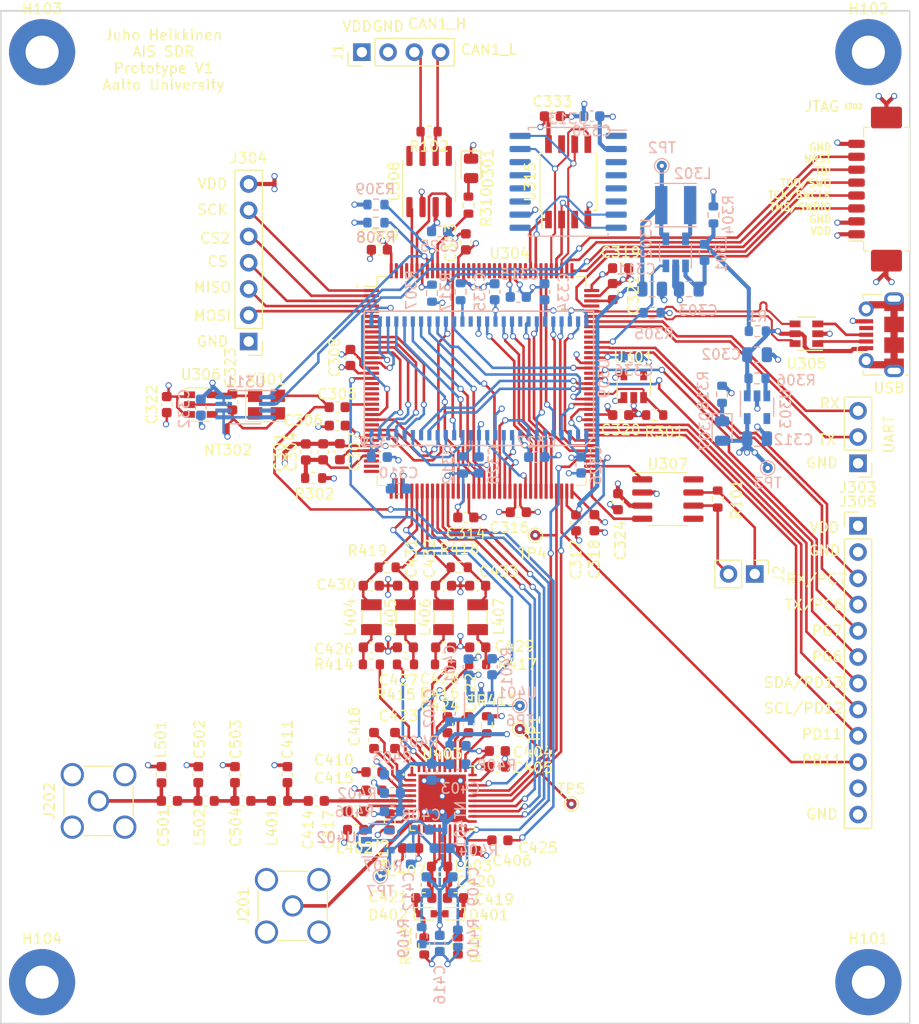
<source format=kicad_pcb>
(kicad_pcb (version 20171130) (host pcbnew "(5.1.9)-1")
  (layers (0 F.Cu signal) (1 In1.Cu mixed) (2 In2.Cu mixed) (31 B.Cu signal) (34 B.Paste user hide) (35 F.Paste user hide) (36 B.SilkS user hide) (37 F.SilkS user) (38 B.Mask user hide) (39 F.Mask user hide) (44 Edge.Cuts user))
  (net 0 "")
  (net 1 /Transceiver/Microcontroller/VSSA)
  (net 2 /Transceiver/Microcontroller/VDDA)
  (net 3 GND)
  (net 4 "Net-(C303-Pad1)")
  (net 5 /Transceiver/Microcontroller/FREF_MCU)
  (net 6 /Transceiver/Microcontroller/FREF)
  (net 7 /Transceiver/Microcontroller/VREF+)
  (net 8 /Transceiver/Microcontroller/VDDCORE)
  (net 9 /Transceiver/Microcontroller/GNDXO)
  (net 10 /Transceiver/Microcontroller/VDDXO)
  (net 11 /Transceiver/Microcontroller/VDDRAM)
  (net 12 /3V3_PL)
  (net 13 /Transceiver/Receiver/3V0_A)
  (net 14 "Net-(C404-Pad2)")
  (net 15 "Net-(C405-Pad2)")
  (net 16 "Net-(C406-Pad2)")
  (net 17 "Net-(C407-Pad2)")
  (net 18 /Transceiver/Receiver/GNDOSC)
  (net 19 /Transceiver/Receiver/VDDOSC)
  (net 20 /Transceiver/Microcontroller/VCO_CV)
  (net 21 "Net-(C410-Pad2)")
  (net 22 "Net-(C411-Pad2)")
  (net 23 "Net-(C412-Pad2)")
  (net 24 "Net-(C413-Pad2)")
  (net 25 "Net-(C414-Pad1)")
  (net 26 "Net-(C415-Pad2)")
  (net 27 "Net-(C416-Pad2)")
  (net 28 "Net-(C417-Pad2)")
  (net 29 "Net-(C417-Pad1)")
  (net 30 "Net-(C418-Pad1)")
  (net 31 "Net-(C418-Pad2)")
  (net 32 "Net-(C419-Pad2)")
  (net 33 "Net-(C419-Pad1)")
  (net 34 "Net-(C420-Pad1)")
  (net 35 "Net-(C421-Pad1)")
  (net 36 "Net-(C422-Pad1)")
  (net 37 "Net-(C422-Pad2)")
  (net 38 "Net-(C423-Pad1)")
  (net 39 "Net-(C423-Pad2)")
  (net 40 "Net-(C424-Pad2)")
  (net 41 "Net-(C424-Pad1)")
  (net 42 "Net-(C425-Pad2)")
  (net 43 "Net-(C426-Pad1)")
  (net 44 "Net-(C427-Pad2)")
  (net 45 "Net-(C428-Pad1)")
  (net 46 "Net-(C429-Pad2)")
  (net 47 /Transceiver/Microcontroller/ADC_I_P)
  (net 48 /Transceiver/Microcontroller/ADC_I_N)
  (net 49 /Transceiver/Microcontroller/ADC_Q_P)
  (net 50 /Transceiver/Microcontroller/ADC_Q_N)
  (net 51 "Net-(C501-Pad1)")
  (net 52 /Transceiver/Filter/RF_Antenna)
  (net 53 "Net-(C503-Pad2)")
  (net 54 /Transceiver/Filter/RF_RX)
  (net 55 "Net-(D301-Pad2)")
  (net 56 "Net-(D307-Pad1)")
  (net 57 /MH1)
  (net 58 /MH2)
  (net 59 /MH3)
  (net 60 /MH4)
  (net 61 /CAN2_L)
  (net 62 /CAN2_H)
  (net 63 /CAN1_L)
  (net 64 /CAN1_H)
  (net 65 /Transceiver/Receiver/RF_TXLO)
  (net 66 "Net-(J301-Pad6)")
  (net 67 /Transceiver/Microcontroller/USB_CONN_D-)
  (net 68 /Transceiver/Microcontroller/5V_USB)
  (net 69 "Net-(J301-Pad4)")
  (net 70 /Transceiver/Microcontroller/USB_CONN_D+)
  (net 71 /Transceiver/Microcontroller/JTMS_SWDIO)
  (net 72 /Transceiver/Microcontroller/JTCK_SWCLK)
  (net 73 /Transceiver/Microcontroller/JTDO_SWO)
  (net 74 /Transceiver/Microcontroller/JTDI)
  (net 75 /Transceiver/Microcontroller/NRST)
  (net 76 /Transceiver/Microcontroller/USART1_TX)
  (net 77 /Transceiver/Microcontroller/USART1_RX)
  (net 78 /Transceiver/Microcontroller/SPI4_MISO)
  (net 79 /Transceiver/Microcontroller/SPI4_CS2)
  (net 80 /Transceiver/Microcontroller/SPI4_MOSI)
  (net 81 /Transceiver/Microcontroller/SPI4_CS)
  (net 82 /Transceiver/Microcontroller/SPI4_SCK)
  (net 83 /Transceiver/Microcontroller/USART6_RX)
  (net 84 /Transceiver/Microcontroller/USART6_TX)
  (net 85 /Transceiver/Microcontroller/PG7)
  (net 86 /Transceiver/Microcontroller/PG6)
  (net 87 /Transceiver/Microcontroller/I2C4_SDA)
  (net 88 /Transceiver/Microcontroller/I2C4_SCL)
  (net 89 /Transceiver/Microcontroller/PD11)
  (net 90 /Transceiver/Microcontroller/PB11)
  (net 91 "Net-(L302-Pad2)")
  (net 92 /Transceiver/Microcontroller/EN_RAM)
  (net 93 /Transceiver/Microcontroller/EN_VDDCORE)
  (net 94 /Transceiver/Microcontroller/EN_3V3_D)
  (net 95 /Transceiver/Microcontroller/BOOT0)
  (net 96 /Transceiver/Microcontroller/I2C1_SDA)
  (net 97 /Transceiver/Microcontroller/I2C1_SCL)
  (net 98 /Transceiver/Microcontroller/LED1)
  (net 99 "Net-(R312-Pad1)")
  (net 100 "Net-(R317-Pad2)")
  (net 101 /Transceiver/Microcontroller/EN_3V0_A)
  (net 102 "Net-(R413-Pad2)")
  (net 103 /Transceiver/Receiver/CMX_RXIP)
  (net 104 /Transceiver/Receiver/CMX_RXIN)
  (net 105 /Transceiver/Receiver/CMX_RXQP)
  (net 106 /Transceiver/Receiver/CMX_RXQN)
  (net 107 "Net-(U301-Pad4)")
  (net 108 "Net-(U303-Pad4)")
  (net 109 "Net-(U304-Pad6)")
  (net 110 "Net-(U304-Pad7)")
  (net 111 "Net-(U304-Pad8)")
  (net 112 "Net-(U304-Pad9)")
  (net 113 /Transceiver/Microcontroller/FMC_A0)
  (net 114 /Transceiver/Microcontroller/FMC_A1)
  (net 115 /Transceiver/Microcontroller/FMC_A2)
  (net 116 /Transceiver/Microcontroller/FMC_A3)
  (net 117 /Transceiver/Microcontroller/FMC_A4)
  (net 118 /Transceiver/Microcontroller/FMC_A5)
  (net 119 /Transceiver/Microcontroller/R_SCK)
  (net 120 /Transceiver/Receiver/RDATA)
  (net 121 /Transceiver/Receiver/CDATA)
  (net 122 /Transceiver/Microcontroller/SPARE_ADC)
  (net 123 "Net-(U304-Pad24)")
  (net 124 /Transceiver/Microcontroller/FMC_SDNWE)
  (net 125 /Transceiver/Microcontroller/SPARE_ADC3)
  (net 126 /Transceiver/Microcontroller/FMC_SDNE0)
  (net 127 /Transceiver/Microcontroller/FMC_SDCKE0)
  (net 128 /Transceiver/Microcontroller/WKUP)
  (net 129 "Net-(U304-Pad35)")
  (net 130 "Net-(U304-Pad36)")
  (net 131 "Net-(U304-Pad37)")
  (net 132 /Transceiver/Microcontroller/FMC_SDNRAS)
  (net 133 /Transceiver/Microcontroller/FMC_A6)
  (net 134 /Transceiver/Microcontroller/FMC_A7)
  (net 135 /Transceiver/Microcontroller/FMC_A8)
  (net 136 /Transceiver/Microcontroller/FMC_A9)
  (net 137 /Transceiver/Microcontroller/FMC_A10)
  (net 138 /Transceiver/Microcontroller/FMC_A11)
  (net 139 /Transceiver/Microcontroller/FMC_D4)
  (net 140 /Transceiver/Microcontroller/FMC_D5)
  (net 141 /Transceiver/Microcontroller/FMC_D6)
  (net 142 /Transceiver/Microcontroller/FMC_D7)
  (net 143 /Transceiver/Microcontroller/FMC_D8)
  (net 144 /Transceiver/Microcontroller/FMC_D9)
  (net 145 /Transceiver/Microcontroller/FMC_D10)
  (net 146 /Transceiver/Microcontroller/FMC_D11)
  (net 147 /Transceiver/Microcontroller/FMC_D12)
  (net 148 /Transceiver/Microcontroller/FDCAN2_RX)
  (net 149 /Transceiver/Microcontroller/FDCAN2_TX)
  (net 150 /Transceiver/Microcontroller/FMC_D13)
  (net 151 /Transceiver/Microcontroller/FMC_D14)
  (net 152 /Transceiver/Microcontroller/FMC_D15)
  (net 153 /Transceiver/Microcontroller/FMC_D0)
  (net 154 /Transceiver/Microcontroller/FMC_D1)
  (net 155 /Transceiver/Microcontroller/FMC_A12)
  (net 156 /Transceiver/Microcontroller/FMC_BA0)
  (net 157 /Transceiver/Microcontroller/FMC_BA1)
  (net 158 /Transceiver/Microcontroller/FMC_SDCLK)
  (net 159 "Net-(U304-Pad99)")
  (net 160 "Net-(U304-Pad100)")
  (net 161 /Transceiver/Microcontroller/USB_D-)
  (net 162 /Transceiver/Microcontroller/USB_D+)
  (net 163 /Transceiver/Microcontroller/SPI3_SCK)
  (net 164 /Transceiver/Microcontroller/SPI3_MISO)
  (net 165 /Transceiver/Microcontroller/SPI3_MOSI)
  (net 166 /Transceiver/Microcontroller/FMC_D2)
  (net 167 /Transceiver/Microcontroller/FMC_D3)
  (net 168 /Transceiver/Microcontroller/FLASH_CS)
  (net 169 /Transceiver/Microcontroller/FRAM_CS)
  (net 170 "Net-(U304-Pad118)")
  (net 171 "Net-(U304-Pad119)")
  (net 172 "Net-(U304-Pad122)")
  (net 173 "Net-(U304-Pad123)")
  (net 174 "Net-(U304-Pad124)")
  (net 175 "Net-(U304-Pad125)")
  (net 176 "Net-(U304-Pad126)")
  (net 177 "Net-(U304-Pad128)")
  (net 178 /Transceiver/Microcontroller/DEMOD_RESET)
  (net 179 /Transceiver/Microcontroller/FMC_SDNCAS)
  (net 180 /Transceiver/Receiver/CSN)
  (net 181 /Transceiver/Microcontroller/FDCAN1_RX)
  (net 182 /Transceiver/Microcontroller/FDCAN1_TX)
  (net 183 /Transceiver/Microcontroller/DEMOD_RXEN)
  (net 184 /Transceiver/Microcontroller/DEMOD_TXEN)
  (net 185 "Net-(U304-Pad143)")
  (net 186 "Net-(U306-Pad4)")
  (net 187 "Net-(U307-Pad5)")
  (net 188 "Net-(U307-Pad8)")
  (net 189 "Net-(U308-Pad8)")
  (net 190 "Net-(U308-Pad5)")
  (net 191 "Net-(U309-Pad40)")
  (net 192 "Net-(U311-Pad3)")
  (net 193 "Net-(U313-Pad1)")
  (net 194 "Net-(U313-Pad3)")
  (net 195 "Net-(U313-Pad4)")
  (net 196 "Net-(U313-Pad5)")
  (net 197 "Net-(U313-Pad6)")
  (net 198 "Net-(U313-Pad9)")
  (net 199 "Net-(U313-Pad11)")
  (net 200 "Net-(U313-Pad12)")
  (net 201 "Net-(U313-Pad13)")
  (net 202 "Net-(U313-Pad14)")
  (net 203 "Net-(U315-Pad3)")
  (net 204 "Net-(U315-Pad7)")
  (net 205 "Net-(U401-Pad4)")
  (net 206 "Net-(U402-Pad4)")
  (net 207 "Net-(U403-Pad12)")
  (net 208 "Net-(U403-Pad13)")
  (net 209 "Net-(X301-Pad1)")
  (net 210 "Net-(J305-Pad11)")
  (net 211 "Net-(U304-Pad19)")
  (net 212 "Net-(U304-Pad20)")
  (net 213 "Net-(U304-Pad21)")
  (net 214 "Net-(L301-Pad1)")
  (net 215 "Net-(U304-Pad127)")
  (net 216 "Net-(U304-Pad129)")
  (net 217 "Net-(U304-Pad134)")
  (net 218 "Net-(U304-Pad141)")
  (net 219 "Net-(U304-Pad142)")
  (module Connector_PinHeader_2.54mm:PinHeader_1x04_P2.54mm_Vertical (layer F.Cu) (at 102.71 52 90)
    (fp_text reference J1 (at 0 -2.33 90) (layer F.SilkS))
    (fp_text value Conn_01x07)
    (pad 4 thru_hole oval (at 0 7.62 90) (size 1.7 1.7) (drill 1) (layers *.Cu *.Mask) (net 63 /CAN1_L))
    (pad 3 thru_hole oval (at 0 5.08 90) (size 1.7 1.7) (drill 1) (layers *.Cu *.Mask) (net 64 /CAN1_H))
    (pad 2 thru_hole oval (at 0 2.54 90) (size 1.7 1.7) (drill 1) (layers *.Cu *.Mask) (net 3 GND))
    (pad 1 thru_hole rect (at 0 0 90) (size 1.7 1.7) (drill 1) (layers *.Cu *.Mask) (net 12 /3V3_PL))
  )
  (module Connector_PinHeader_2.54mm:PinHeader_1x02_P2.54mm_Vertical (layer F.Cu) (at 140.75 102.5 270)
    (fp_text reference J2 (at 0 -2.33 90) (layer F.SilkS))
    (fp_text value Conn_01x02)
    (pad 2 thru_hole oval (at 0 2.54 270) (size 1.7 1.7) (drill 1) (layers *.Cu *.Mask) (net 61 /CAN2_L))
    (pad 1 thru_hole rect (at 0 0 270) (size 1.7 1.7) (drill 1) (layers *.Cu *.Mask) (net 62 /CAN2_H))
  )
  (module TestPoint:TestPoint_Pad_D1.0mm (layer F.Cu) (at 123 124.75)
    (fp_text reference TP5 (at 0 -1.448) (layer F.SilkS))
    (fp_text value TestPoint)
    (pad 1 smd circle (at 0 0) (size 1 1) (layers F.Cu F.Mask) (net 120 /Transceiver/Receiver/RDATA))
  )
  (module Resistor_SMD:R_0603_1608Metric (layer B.Cu) (at 141 79 180)
    (fp_text reference R1 (at 0 1.43) (layer B.SilkS) (effects (justify mirror)))
    (fp_text value 0)
    (pad 2 smd roundrect (at 0.825 0 180) (size 0.8 0.95) (layers B.Cu B.Paste B.Mask) (net 214 "Net-(L301-Pad1)"))
    (pad 1 smd roundrect (at -0.825 0 180) (size 0.8 0.95) (layers B.Cu B.Paste B.Mask) (net 68 /Transceiver/Microcontroller/5V_USB))
  )
  (module TestPoint:TestPoint_Pad_D1.0mm (layer B.Cu) (at 104.5 131.75)
    (fp_text reference TP7 (at 0 1.448) (layer B.SilkS) (effects (justify mirror)))
    (fp_text value TestPoint)
    (pad 1 smd circle (at 0 0) (size 1 1) (layers B.Cu B.Mask) (net 19 /Transceiver/Receiver/VDDOSC))
  )
  (module TestPoint:TestPoint_Pad_D1.0mm (layer B.Cu) (at 118 115.25)
    (fp_text reference TP6 (at 0 1.448) (layer B.SilkS) (effects (justify mirror)))
    (fp_text value TestPoint)
    (pad 1 smd circle (at 0 0) (size 1 1) (layers B.Cu B.Mask) (net 13 /Transceiver/Receiver/3V0_A))
  )
  (module TestPoint:TestPoint_Pad_D1.0mm (layer F.Cu) (at 119.5 98.75)
    (fp_text reference TP4 (at -0.25 1.75) (layer F.SilkS))
    (fp_text value TestPoint)
    (pad 1 smd circle (at 0 0) (size 1 1) (layers F.Cu F.Mask) (net 119 /Transceiver/Microcontroller/R_SCK))
  )
  (module TestPoint:TestPoint_Pad_D1.0mm (layer B.Cu) (at 142 92.25)
    (fp_text reference TP3 (at 0 1.448) (layer B.SilkS) (effects (justify mirror)))
    (fp_text value TestPoint)
    (pad 1 smd circle (at 0 0) (size 1 1) (layers B.Cu B.Mask) (net 12 /3V3_PL))
  )
  (module TestPoint:TestPoint_Pad_D1.0mm (layer B.Cu) (at 131.75 63)
    (fp_text reference TP2 (at 0 -1.75) (layer B.SilkS) (effects (justify mirror)))
    (fp_text value TestPoint)
    (pad 1 smd circle (at 0 0) (size 1 1) (layers B.Cu B.Mask) (net 8 /Transceiver/Microcontroller/VDDCORE))
  )
  (module TestPoint:TestPoint_Pad_D1.0mm (layer F.Cu) (at 118 117.5 270)
    (fp_text reference TP1 (at 0 -1.448 90) (layer F.SilkS))
    (fp_text value TestPoint)
    (pad 1 smd circle (at 0 0 270) (size 1 1) (layers F.Cu F.Mask) (net 121 /Transceiver/Receiver/CDATA))
  )
  (module Package_QFP:LQFP-144_20x20mm_P0.5mm (layer F.Cu) (at 114.3 83.82)
    (fp_text reference U304 (at 2.7 -12.35) (layer F.SilkS))
    (fp_text value STM32H743ZI)
    (pad 1 smd roundrect (at -10.6625 -8.75) (size 1.475 0.3) (layers F.Cu F.Paste F.Mask) (net 82 /Transceiver/Microcontroller/SPI4_SCK))
    (pad 2 smd roundrect (at -10.6625 -8.25) (size 1.475 0.3) (layers F.Cu F.Paste F.Mask) (net 79 /Transceiver/Microcontroller/SPI4_CS2))
    (pad 3 smd roundrect (at -10.6625 -7.75) (size 1.475 0.3) (layers F.Cu F.Paste F.Mask) (net 81 /Transceiver/Microcontroller/SPI4_CS))
    (pad 4 smd roundrect (at -10.6625 -7.25) (size 1.475 0.3) (layers F.Cu F.Paste F.Mask) (net 78 /Transceiver/Microcontroller/SPI4_MISO))
    (pad 5 smd roundrect (at -10.6625 -6.75) (size 1.475 0.3) (layers F.Cu F.Paste F.Mask) (net 80 /Transceiver/Microcontroller/SPI4_MOSI))
    (pad 6 smd roundrect (at -10.6625 -6.25) (size 1.475 0.3) (layers F.Cu F.Paste F.Mask) (net 109 "Net-(U304-Pad6)"))
    (pad 7 smd roundrect (at -10.6625 -5.75) (size 1.475 0.3) (layers F.Cu F.Paste F.Mask) (net 110 "Net-(U304-Pad7)"))
    (pad 8 smd roundrect (at -10.6625 -5.25) (size 1.475 0.3) (layers F.Cu F.Paste F.Mask) (net 111 "Net-(U304-Pad8)"))
    (pad 9 smd roundrect (at -10.6625 -4.75) (size 1.475 0.3) (layers F.Cu F.Paste F.Mask) (net 112 "Net-(U304-Pad9)"))
    (pad 10 smd roundrect (at -10.6625 -4.25) (size 1.475 0.3) (layers F.Cu F.Paste F.Mask) (net 113 /Transceiver/Microcontroller/FMC_A0))
    (pad 11 smd roundrect (at -10.6625 -3.75) (size 1.475 0.3) (layers F.Cu F.Paste F.Mask) (net 114 /Transceiver/Microcontroller/FMC_A1))
    (pad 12 smd roundrect (at -10.6625 -3.25) (size 1.475 0.3) (layers F.Cu F.Paste F.Mask) (net 115 /Transceiver/Microcontroller/FMC_A2))
    (pad 13 smd roundrect (at -10.6625 -2.75) (size 1.475 0.3) (layers F.Cu F.Paste F.Mask) (net 116 /Transceiver/Microcontroller/FMC_A3))
    (pad 14 smd roundrect (at -10.6625 -2.25) (size 1.475 0.3) (layers F.Cu F.Paste F.Mask) (net 117 /Transceiver/Microcontroller/FMC_A4))
    (pad 15 smd roundrect (at -10.6625 -1.75) (size 1.475 0.3) (layers F.Cu F.Paste F.Mask) (net 118 /Transceiver/Microcontroller/FMC_A5))
    (pad 16 smd roundrect (at -10.6625 -1.25) (size 1.475 0.3) (layers F.Cu F.Paste F.Mask) (net 3 GND))
    (pad 17 smd roundrect (at -10.6625 -0.75) (size 1.475 0.3) (layers F.Cu F.Paste F.Mask) (net 12 /3V3_PL))
    (pad 18 smd roundrect (at -10.6625 -0.25) (size 1.475 0.3) (layers F.Cu F.Paste F.Mask) (net 20 /Transceiver/Microcontroller/VCO_CV))
    (pad 19 smd roundrect (at -10.6625 0.25) (size 1.475 0.3) (layers F.Cu F.Paste F.Mask) (net 211 "Net-(U304-Pad19)"))
    (pad 20 smd roundrect (at -10.6625 0.75) (size 1.475 0.3) (layers F.Cu F.Paste F.Mask) (net 212 "Net-(U304-Pad20)"))
    (pad 21 smd roundrect (at -10.6625 1.25) (size 1.475 0.3) (layers F.Cu F.Paste F.Mask) (net 213 "Net-(U304-Pad21)"))
    (pad 22 smd roundrect (at -10.6625 1.75) (size 1.475 0.3) (layers F.Cu F.Paste F.Mask) (net 122 /Transceiver/Microcontroller/SPARE_ADC))
    (pad 23 smd roundrect (at -10.6625 2.25) (size 1.475 0.3) (layers F.Cu F.Paste F.Mask) (net 5 /Transceiver/Microcontroller/FREF_MCU))
    (pad 24 smd roundrect (at -10.6625 2.75) (size 1.475 0.3) (layers F.Cu F.Paste F.Mask) (net 123 "Net-(U304-Pad24)"))
    (pad 25 smd roundrect (at -10.6625 3.25) (size 1.475 0.3) (layers F.Cu F.Paste F.Mask) (net 75 /Transceiver/Microcontroller/NRST))
    (pad 26 smd roundrect (at -10.6625 3.75) (size 1.475 0.3) (layers F.Cu F.Paste F.Mask) (net 124 /Transceiver/Microcontroller/FMC_SDNWE))
    (pad 27 smd roundrect (at -10.6625 4.25) (size 1.475 0.3) (layers F.Cu F.Paste F.Mask) (net 125 /Transceiver/Microcontroller/SPARE_ADC3))
    (pad 28 smd roundrect (at -10.6625 4.75) (size 1.475 0.3) (layers F.Cu F.Paste F.Mask) (net 126 /Transceiver/Microcontroller/FMC_SDNE0))
    (pad 29 smd roundrect (at -10.6625 5.25) (size 1.475 0.3) (layers F.Cu F.Paste F.Mask) (net 127 /Transceiver/Microcontroller/FMC_SDCKE0))
    (pad 30 smd roundrect (at -10.6625 5.75) (size 1.475 0.3) (layers F.Cu F.Paste F.Mask) (net 12 /3V3_PL))
    (pad 31 smd roundrect (at -10.6625 6.25) (size 1.475 0.3) (layers F.Cu F.Paste F.Mask) (net 1 /Transceiver/Microcontroller/VSSA))
    (pad 32 smd roundrect (at -10.6625 6.75) (size 1.475 0.3) (layers F.Cu F.Paste F.Mask) (net 7 /Transceiver/Microcontroller/VREF+))
    (pad 33 smd roundrect (at -10.6625 7.25) (size 1.475 0.3) (layers F.Cu F.Paste F.Mask) (net 2 /Transceiver/Microcontroller/VDDA))
    (pad 34 smd roundrect (at -10.6625 7.75) (size 1.475 0.3) (layers F.Cu F.Paste F.Mask) (net 128 /Transceiver/Microcontroller/WKUP))
    (pad 35 smd roundrect (at -10.6625 8.25) (size 1.475 0.3) (layers F.Cu F.Paste F.Mask) (net 129 "Net-(U304-Pad35)"))
    (pad 36 smd roundrect (at -10.6625 8.75) (size 1.475 0.3) (layers F.Cu F.Paste F.Mask) (net 130 "Net-(U304-Pad36)"))
    (pad 37 smd roundrect (at -8.75 10.6625) (size 0.3 1.475) (layers F.Cu F.Paste F.Mask) (net 131 "Net-(U304-Pad37)"))
    (pad 38 smd roundrect (at -8.25 10.6625) (size 0.3 1.475) (layers F.Cu F.Paste F.Mask) (net 3 GND))
    (pad 39 smd roundrect (at -7.75 10.6625) (size 0.3 1.475) (layers F.Cu F.Paste F.Mask) (net 12 /3V3_PL))
    (pad 40 smd roundrect (at -7.25 10.6625) (size 0.3 1.475) (layers F.Cu F.Paste F.Mask) (net 101 /Transceiver/Microcontroller/EN_3V0_A))
    (pad 41 smd roundrect (at -6.75 10.6625) (size 0.3 1.475) (layers F.Cu F.Paste F.Mask) (net 178 /Transceiver/Microcontroller/DEMOD_RESET))
    (pad 42 smd roundrect (at -6.25 10.6625) (size 0.3 1.475) (layers F.Cu F.Paste F.Mask) (net 47 /Transceiver/Microcontroller/ADC_I_P))
    (pad 43 smd roundrect (at -5.75 10.6625) (size 0.3 1.475) (layers F.Cu F.Paste F.Mask) (net 48 /Transceiver/Microcontroller/ADC_I_N))
    (pad 44 smd roundrect (at -5.25 10.6625) (size 0.3 1.475) (layers F.Cu F.Paste F.Mask) (net 49 /Transceiver/Microcontroller/ADC_Q_P))
    (pad 45 smd roundrect (at -4.75 10.6625) (size 0.3 1.475) (layers F.Cu F.Paste F.Mask) (net 50 /Transceiver/Microcontroller/ADC_Q_N))
    (pad 46 smd roundrect (at -4.25 10.6625) (size 0.3 1.475) (layers F.Cu F.Paste F.Mask) (net 180 /Transceiver/Receiver/CSN))
    (pad 47 smd roundrect (at -3.75 10.6625) (size 0.3 1.475) (layers F.Cu F.Paste F.Mask) (net 183 /Transceiver/Microcontroller/DEMOD_RXEN))
    (pad 48 smd roundrect (at -3.25 10.6625) (size 0.3 1.475) (layers F.Cu F.Paste F.Mask) (net 184 /Transceiver/Microcontroller/DEMOD_TXEN))
    (pad 49 smd roundrect (at -2.75 10.6625) (size 0.3 1.475) (layers F.Cu F.Paste F.Mask) (net 132 /Transceiver/Microcontroller/FMC_SDNRAS))
    (pad 50 smd roundrect (at -2.25 10.6625) (size 0.3 1.475) (layers F.Cu F.Paste F.Mask) (net 133 /Transceiver/Microcontroller/FMC_A6))
    (pad 51 smd roundrect (at -1.75 10.6625) (size 0.3 1.475) (layers F.Cu F.Paste F.Mask) (net 3 GND))
    (pad 52 smd roundrect (at -1.25 10.6625) (size 0.3 1.475) (layers F.Cu F.Paste F.Mask) (net 12 /3V3_PL))
    (pad 53 smd roundrect (at -0.75 10.6625) (size 0.3 1.475) (layers F.Cu F.Paste F.Mask) (net 134 /Transceiver/Microcontroller/FMC_A7))
    (pad 54 smd roundrect (at -0.25 10.6625) (size 0.3 1.475) (layers F.Cu F.Paste F.Mask) (net 135 /Transceiver/Microcontroller/FMC_A8))
    (pad 55 smd roundrect (at 0.25 10.6625) (size 0.3 1.475) (layers F.Cu F.Paste F.Mask) (net 136 /Transceiver/Microcontroller/FMC_A9))
    (pad 56 smd roundrect (at 0.75 10.6625) (size 0.3 1.475) (layers F.Cu F.Paste F.Mask) (net 137 /Transceiver/Microcontroller/FMC_A10))
    (pad 57 smd roundrect (at 1.25 10.6625) (size 0.3 1.475) (layers F.Cu F.Paste F.Mask) (net 138 /Transceiver/Microcontroller/FMC_A11))
    (pad 58 smd roundrect (at 1.75 10.6625) (size 0.3 1.475) (layers F.Cu F.Paste F.Mask) (net 139 /Transceiver/Microcontroller/FMC_D4))
    (pad 59 smd roundrect (at 2.25 10.6625) (size 0.3 1.475) (layers F.Cu F.Paste F.Mask) (net 140 /Transceiver/Microcontroller/FMC_D5))
    (pad 60 smd roundrect (at 2.75 10.6625) (size 0.3 1.475) (layers F.Cu F.Paste F.Mask) (net 141 /Transceiver/Microcontroller/FMC_D6))
    (pad 61 smd roundrect (at 3.25 10.6625) (size 0.3 1.475) (layers F.Cu F.Paste F.Mask) (net 3 GND))
    (pad 62 smd roundrect (at 3.75 10.6625) (size 0.3 1.475) (layers F.Cu F.Paste F.Mask) (net 12 /3V3_PL))
    (pad 63 smd roundrect (at 4.25 10.6625) (size 0.3 1.475) (layers F.Cu F.Paste F.Mask) (net 142 /Transceiver/Microcontroller/FMC_D7))
    (pad 64 smd roundrect (at 4.75 10.6625) (size 0.3 1.475) (layers F.Cu F.Paste F.Mask) (net 143 /Transceiver/Microcontroller/FMC_D8))
    (pad 65 smd roundrect (at 5.25 10.6625) (size 0.3 1.475) (layers F.Cu F.Paste F.Mask) (net 144 /Transceiver/Microcontroller/FMC_D9))
    (pad 66 smd roundrect (at 5.75 10.6625) (size 0.3 1.475) (layers F.Cu F.Paste F.Mask) (net 145 /Transceiver/Microcontroller/FMC_D10))
    (pad 67 smd roundrect (at 6.25 10.6625) (size 0.3 1.475) (layers F.Cu F.Paste F.Mask) (net 146 /Transceiver/Microcontroller/FMC_D11))
    (pad 68 smd roundrect (at 6.75 10.6625) (size 0.3 1.475) (layers F.Cu F.Paste F.Mask) (net 147 /Transceiver/Microcontroller/FMC_D12))
    (pad 69 smd roundrect (at 7.25 10.6625) (size 0.3 1.475) (layers F.Cu F.Paste F.Mask) (net 119 /Transceiver/Microcontroller/R_SCK))
    (pad 70 smd roundrect (at 7.75 10.6625) (size 0.3 1.475) (layers F.Cu F.Paste F.Mask) (net 90 /Transceiver/Microcontroller/PB11))
    (pad 71 smd roundrect (at 8.25 10.6625) (size 0.3 1.475) (layers F.Cu F.Paste F.Mask) (net 8 /Transceiver/Microcontroller/VDDCORE))
    (pad 72 smd roundrect (at 8.75 10.6625) (size 0.3 1.475) (layers F.Cu F.Paste F.Mask) (net 12 /3V3_PL))
    (pad 73 smd roundrect (at 10.6625 8.75) (size 1.475 0.3) (layers F.Cu F.Paste F.Mask) (net 148 /Transceiver/Microcontroller/FDCAN2_RX))
    (pad 74 smd roundrect (at 10.6625 8.25) (size 1.475 0.3) (layers F.Cu F.Paste F.Mask) (net 149 /Transceiver/Microcontroller/FDCAN2_TX))
    (pad 75 smd roundrect (at 10.6625 7.75) (size 1.475 0.3) (layers F.Cu F.Paste F.Mask) (net 120 /Transceiver/Receiver/RDATA))
    (pad 76 smd roundrect (at 10.6625 7.25) (size 1.475 0.3) (layers F.Cu F.Paste F.Mask) (net 121 /Transceiver/Receiver/CDATA))
    (pad 77 smd roundrect (at 10.6625 6.75) (size 1.475 0.3) (layers F.Cu F.Paste F.Mask) (net 150 /Transceiver/Microcontroller/FMC_D13))
    (pad 78 smd roundrect (at 10.6625 6.25) (size 1.475 0.3) (layers F.Cu F.Paste F.Mask) (net 151 /Transceiver/Microcontroller/FMC_D14))
    (pad 79 smd roundrect (at 10.6625 5.75) (size 1.475 0.3) (layers F.Cu F.Paste F.Mask) (net 152 /Transceiver/Microcontroller/FMC_D15))
    (pad 80 smd roundrect (at 10.6625 5.25) (size 1.475 0.3) (layers F.Cu F.Paste F.Mask) (net 89 /Transceiver/Microcontroller/PD11))
    (pad 81 smd roundrect (at 10.6625 4.75) (size 1.475 0.3) (layers F.Cu F.Paste F.Mask) (net 88 /Transceiver/Microcontroller/I2C4_SCL))
    (pad 82 smd roundrect (at 10.6625 4.25) (size 1.475 0.3) (layers F.Cu F.Paste F.Mask) (net 87 /Transceiver/Microcontroller/I2C4_SDA))
    (pad 83 smd roundrect (at 10.6625 3.75) (size 1.475 0.3) (layers F.Cu F.Paste F.Mask) (net 3 GND))
    (pad 84 smd roundrect (at 10.6625 3.25) (size 1.475 0.3) (layers F.Cu F.Paste F.Mask) (net 12 /3V3_PL))
    (pad 85 smd roundrect (at 10.6625 2.75) (size 1.475 0.3) (layers F.Cu F.Paste F.Mask) (net 153 /Transceiver/Microcontroller/FMC_D0))
    (pad 86 smd roundrect (at 10.6625 2.25) (size 1.475 0.3) (layers F.Cu F.Paste F.Mask) (net 154 /Transceiver/Microcontroller/FMC_D1))
    (pad 87 smd roundrect (at 10.6625 1.75) (size 1.475 0.3) (layers F.Cu F.Paste F.Mask) (net 155 /Transceiver/Microcontroller/FMC_A12))
    (pad 88 smd roundrect (at 10.6625 1.25) (size 1.475 0.3) (layers F.Cu F.Paste F.Mask) (net 92 /Transceiver/Microcontroller/EN_RAM))
    (pad 89 smd roundrect (at 10.6625 0.75) (size 1.475 0.3) (layers F.Cu F.Paste F.Mask) (net 156 /Transceiver/Microcontroller/FMC_BA0))
    (pad 90 smd roundrect (at 10.6625 0.25) (size 1.475 0.3) (layers F.Cu F.Paste F.Mask) (net 157 /Transceiver/Microcontroller/FMC_BA1))
    (pad 91 smd roundrect (at 10.6625 -0.25) (size 1.475 0.3) (layers F.Cu F.Paste F.Mask) (net 86 /Transceiver/Microcontroller/PG6))
    (pad 92 smd roundrect (at 10.6625 -0.75) (size 1.475 0.3) (layers F.Cu F.Paste F.Mask) (net 85 /Transceiver/Microcontroller/PG7))
    (pad 93 smd roundrect (at 10.6625 -1.25) (size 1.475 0.3) (layers F.Cu F.Paste F.Mask) (net 158 /Transceiver/Microcontroller/FMC_SDCLK))
    (pad 94 smd roundrect (at 10.6625 -1.75) (size 1.475 0.3) (layers F.Cu F.Paste F.Mask) (net 3 GND))
    (pad 95 smd roundrect (at 10.6625 -2.25) (size 1.475 0.3) (layers F.Cu F.Paste F.Mask) (net 12 /3V3_PL))
    (pad 96 smd roundrect (at 10.6625 -2.75) (size 1.475 0.3) (layers F.Cu F.Paste F.Mask) (net 84 /Transceiver/Microcontroller/USART6_TX))
    (pad 97 smd roundrect (at 10.6625 -3.25) (size 1.475 0.3) (layers F.Cu F.Paste F.Mask) (net 83 /Transceiver/Microcontroller/USART6_RX))
    (pad 98 smd roundrect (at 10.6625 -3.75) (size 1.475 0.3) (layers F.Cu F.Paste F.Mask) (net 93 /Transceiver/Microcontroller/EN_VDDCORE))
    (pad 99 smd roundrect (at 10.6625 -4.25) (size 1.475 0.3) (layers F.Cu F.Paste F.Mask) (net 159 "Net-(U304-Pad99)"))
    (pad 100 smd roundrect (at 10.6625 -4.75) (size 1.475 0.3) (layers F.Cu F.Paste F.Mask) (net 160 "Net-(U304-Pad100)"))
    (pad 101 smd roundrect (at 10.6625 -5.25) (size 1.475 0.3) (layers F.Cu F.Paste F.Mask) (net 76 /Transceiver/Microcontroller/USART1_TX))
    (pad 102 smd roundrect (at 10.6625 -5.75) (size 1.475 0.3) (layers F.Cu F.Paste F.Mask) (net 77 /Transceiver/Microcontroller/USART1_RX))
    (pad 103 smd roundrect (at 10.6625 -6.25) (size 1.475 0.3) (layers F.Cu F.Paste F.Mask) (net 161 /Transceiver/Microcontroller/USB_D-))
    (pad 104 smd roundrect (at 10.6625 -6.75) (size 1.475 0.3) (layers F.Cu F.Paste F.Mask) (net 162 /Transceiver/Microcontroller/USB_D+))
    (pad 105 smd roundrect (at 10.6625 -7.25) (size 1.475 0.3) (layers F.Cu F.Paste F.Mask) (net 71 /Transceiver/Microcontroller/JTMS_SWDIO))
    (pad 106 smd roundrect (at 10.6625 -7.75) (size 1.475 0.3) (layers F.Cu F.Paste F.Mask) (net 8 /Transceiver/Microcontroller/VDDCORE))
    (pad 107 smd roundrect (at 10.6625 -8.25) (size 1.475 0.3) (layers F.Cu F.Paste F.Mask) (net 3 GND))
    (pad 108 smd roundrect (at 10.6625 -8.75) (size 1.475 0.3) (layers F.Cu F.Paste F.Mask) (net 12 /3V3_PL))
    (pad 109 smd roundrect (at 8.75 -10.6625) (size 0.3 1.475) (layers F.Cu F.Paste F.Mask) (net 72 /Transceiver/Microcontroller/JTCK_SWCLK))
    (pad 110 smd roundrect (at 8.25 -10.6625) (size 0.3 1.475) (layers F.Cu F.Paste F.Mask) (net 74 /Transceiver/Microcontroller/JTDI))
    (pad 111 smd roundrect (at 7.75 -10.6625) (size 0.3 1.475) (layers F.Cu F.Paste F.Mask) (net 163 /Transceiver/Microcontroller/SPI3_SCK))
    (pad 112 smd roundrect (at 7.25 -10.6625) (size 0.3 1.475) (layers F.Cu F.Paste F.Mask) (net 164 /Transceiver/Microcontroller/SPI3_MISO))
    (pad 113 smd roundrect (at 6.75 -10.6625) (size 0.3 1.475) (layers F.Cu F.Paste F.Mask) (net 165 /Transceiver/Microcontroller/SPI3_MOSI))
    (pad 114 smd roundrect (at 6.25 -10.6625) (size 0.3 1.475) (layers F.Cu F.Paste F.Mask) (net 166 /Transceiver/Microcontroller/FMC_D2))
    (pad 115 smd roundrect (at 5.75 -10.6625) (size 0.3 1.475) (layers F.Cu F.Paste F.Mask) (net 167 /Transceiver/Microcontroller/FMC_D3))
    (pad 116 smd roundrect (at 5.25 -10.6625) (size 0.3 1.475) (layers F.Cu F.Paste F.Mask) (net 168 /Transceiver/Microcontroller/FLASH_CS))
    (pad 117 smd roundrect (at 4.75 -10.6625) (size 0.3 1.475) (layers F.Cu F.Paste F.Mask) (net 169 /Transceiver/Microcontroller/FRAM_CS))
    (pad 118 smd roundrect (at 4.25 -10.6625) (size 0.3 1.475) (layers F.Cu F.Paste F.Mask) (net 170 "Net-(U304-Pad118)"))
    (pad 119 smd roundrect (at 3.75 -10.6625) (size 0.3 1.475) (layers F.Cu F.Paste F.Mask) (net 171 "Net-(U304-Pad119)"))
    (pad 120 smd roundrect (at 3.25 -10.6625) (size 0.3 1.475) (layers F.Cu F.Paste F.Mask) (net 3 GND))
    (pad 121 smd roundrect (at 2.75 -10.6625) (size 0.3 1.475) (layers F.Cu F.Paste F.Mask) (net 12 /3V3_PL))
    (pad 122 smd roundrect (at 2.25 -10.6625) (size 0.3 1.475) (layers F.Cu F.Paste F.Mask) (net 172 "Net-(U304-Pad122)"))
    (pad 123 smd roundrect (at 1.75 -10.6625) (size 0.3 1.475) (layers F.Cu F.Paste F.Mask) (net 173 "Net-(U304-Pad123)"))
    (pad 124 smd roundrect (at 1.25 -10.6625) (size 0.3 1.475) (layers F.Cu F.Paste F.Mask) (net 174 "Net-(U304-Pad124)"))
    (pad 125 smd roundrect (at 0.75 -10.6625) (size 0.3 1.475) (layers F.Cu F.Paste F.Mask) (net 175 "Net-(U304-Pad125)"))
    (pad 126 smd roundrect (at 0.25 -10.6625) (size 0.3 1.475) (layers F.Cu F.Paste F.Mask) (net 176 "Net-(U304-Pad126)"))
    (pad 127 smd roundrect (at -0.25 -10.6625) (size 0.3 1.475) (layers F.Cu F.Paste F.Mask) (net 215 "Net-(U304-Pad127)"))
    (pad 128 smd roundrect (at -0.75 -10.6625) (size 0.3 1.475) (layers F.Cu F.Paste F.Mask) (net 177 "Net-(U304-Pad128)"))
    (pad 129 smd roundrect (at -1.25 -10.6625) (size 0.3 1.475) (layers F.Cu F.Paste F.Mask) (net 216 "Net-(U304-Pad129)"))
    (pad 130 smd roundrect (at -1.75 -10.6625) (size 0.3 1.475) (layers F.Cu F.Paste F.Mask) (net 3 GND))
    (pad 131 smd roundrect (at -2.25 -10.6625) (size 0.3 1.475) (layers F.Cu F.Paste F.Mask) (net 12 /3V3_PL))
    (pad 132 smd roundrect (at -2.75 -10.6625) (size 0.3 1.475) (layers F.Cu F.Paste F.Mask) (net 179 /Transceiver/Microcontroller/FMC_SDNCAS))
    (pad 133 smd roundrect (at -3.25 -10.6625) (size 0.3 1.475) (layers F.Cu F.Paste F.Mask) (net 73 /Transceiver/Microcontroller/JTDO_SWO))
    (pad 134 smd roundrect (at -3.75 -10.6625) (size 0.3 1.475) (layers F.Cu F.Paste F.Mask) (net 217 "Net-(U304-Pad134)"))
    (pad 135 smd roundrect (at -4.25 -10.6625) (size 0.3 1.475) (layers F.Cu F.Paste F.Mask) (net 98 /Transceiver/Microcontroller/LED1))
    (pad 136 smd roundrect (at -4.75 -10.6625) (size 0.3 1.475) (layers F.Cu F.Paste F.Mask) (net 97 /Transceiver/Microcontroller/I2C1_SCL))
    (pad 137 smd roundrect (at -5.25 -10.6625) (size 0.3 1.475) (layers F.Cu F.Paste F.Mask) (net 96 /Transceiver/Microcontroller/I2C1_SDA))
    (pad 138 smd roundrect (at -5.75 -10.6625) (size 0.3 1.475) (layers F.Cu F.Paste F.Mask) (net 95 /Transceiver/Microcontroller/BOOT0))
    (pad 139 smd roundrect (at -6.25 -10.6625) (size 0.3 1.475) (layers F.Cu F.Paste F.Mask) (net 181 /Transceiver/Microcontroller/FDCAN1_RX))
    (pad 140 smd roundrect (at -6.75 -10.6625) (size 0.3 1.475) (layers F.Cu F.Paste F.Mask) (net 182 /Transceiver/Microcontroller/FDCAN1_TX))
    (pad 141 smd roundrect (at -7.25 -10.6625) (size 0.3 1.475) (layers F.Cu F.Paste F.Mask) (net 218 "Net-(U304-Pad141)"))
    (pad 142 smd roundrect (at -7.75 -10.6625) (size 0.3 1.475) (layers F.Cu F.Paste F.Mask) (net 219 "Net-(U304-Pad142)"))
    (pad 143 smd roundrect (at -8.25 -10.6625) (size 0.3 1.475) (layers F.Cu F.Paste F.Mask) (net 185 "Net-(U304-Pad143)"))
    (pad 144 smd roundrect (at -8.75 -10.6625) (size 0.3 1.475) (layers F.Cu F.Paste F.Mask) (net 12 /3V3_PL))
  )
  (module Capacitor_SMD:C_0603_1608Metric (layer F.Cu) (at 83.82 86.106 90)
    (fp_text reference C322 (at 0 -1.43 90) (layer F.SilkS))
    (fp_text value 100n)
    (pad 2 smd roundrect (at 0.775 0 90) (size 0.9 0.95) (layers F.Cu F.Paste F.Mask) (net 12 /3V3_PL))
    (pad 1 smd roundrect (at -0.775 0 90) (size 0.9 0.95) (layers F.Cu F.Paste F.Mask) (net 3 GND))
  )
  (module Capacitor_SMD:C_0603_1608Metric (layer F.Cu) (at 90.17 85.852 90)
    (fp_text reference C323 (at 3.352 -0.17 270) (layer F.SilkS))
    (fp_text value 2u2)
    (pad 1 smd roundrect (at -0.775 0 90) (size 0.9 0.95) (layers F.Cu F.Paste F.Mask) (net 9 /Transceiver/Microcontroller/GNDXO))
    (pad 2 smd roundrect (at 0.775 0 90) (size 0.9 0.95) (layers F.Cu F.Paste F.Mask) (net 10 /Transceiver/Microcontroller/VDDXO))
  )
  (module NetTie:NetTie-2_SMD_Pad0.5mm (layer F.Cu) (at 89.662 88.646 270)
    (fp_text reference NT302 (at 1.854 -0.088 180) (layer F.SilkS))
    (fp_text value GNDXO)
    (fp_poly (pts (xy -0.5 -0.25) (xy 0.5 -0.25) (xy 0.5 0.25) (xy -0.5 0.25)) (layer F.Cu) (width 0))
    (pad 1 smd circle (at -0.5 0 270) (size 0.5 0.5) (layers F.Cu) (net 9 /Transceiver/Microcontroller/GNDXO))
    (pad 2 smd circle (at 0.5 0 270) (size 0.5 0.5) (layers F.Cu) (net 3 GND))
  )
  (module Capacitor_SMD:C_0603_1608Metric (layer B.Cu) (at 87.122 86.36 90)
    (fp_text reference C332 (at -0.14 -1.622 90) (layer B.SilkS) (effects (justify mirror)))
    (fp_text value 100n)
    (pad 2 smd roundrect (at 0.775 0 90) (size 0.9 0.95) (layers B.Cu B.Paste B.Mask) (net 12 /3V3_PL))
    (pad 1 smd roundrect (at -0.775 0 90) (size 0.9 0.95) (layers B.Cu B.Paste B.Mask) (net 3 GND))
  )
  (module Package_SO:MSOP-8_3x3mm_P0.65mm (layer B.Cu) (at 91.44 86.36 180)
    (fp_text reference U311 (at 0 2.45) (layer B.SilkS) (effects (justify mirror)))
    (fp_text value AT30TS74)
    (pad 8 smd roundrect (at 2.1125 0.975 180) (size 1.625 0.4) (layers B.Cu B.Paste B.Mask) (net 12 /3V3_PL))
    (pad 7 smd roundrect (at 2.1125 0.325 180) (size 1.625 0.4) (layers B.Cu B.Paste B.Mask) (net 12 /3V3_PL))
    (pad 6 smd roundrect (at 2.1125 -0.325 180) (size 1.625 0.4) (layers B.Cu B.Paste B.Mask) (net 3 GND))
    (pad 5 smd roundrect (at 2.1125 -0.975 180) (size 1.625 0.4) (layers B.Cu B.Paste B.Mask) (net 3 GND))
    (pad 4 smd roundrect (at -2.1125 -0.975 180) (size 1.625 0.4) (layers B.Cu B.Paste B.Mask) (net 3 GND))
    (pad 3 smd roundrect (at -2.1125 -0.325 180) (size 1.625 0.4) (layers B.Cu B.Paste B.Mask) (net 192 "Net-(U311-Pad3)"))
    (pad 2 smd roundrect (at -2.1125 0.325 180) (size 1.625 0.4) (layers B.Cu B.Paste B.Mask) (net 97 /Transceiver/Microcontroller/I2C1_SCL))
    (pad 1 smd roundrect (at -2.1125 0.975 180) (size 1.625 0.4) (layers B.Cu B.Paste B.Mask) (net 96 /Transceiver/Microcontroller/I2C1_SDA))
  )
  (module Crystal:Crystal_SMD_3225-4Pin_3.2x2.5mm (layer F.Cu) (at 93.472 86.106)
    (fp_text reference X301 (at 0 -2.45) (layer F.SilkS))
    (fp_text value ECS-TXO-2520-33-100-AN-TR)
    (pad 1 smd rect (at -1.1 0.85) (size 1.4 1.2) (layers F.Cu F.Paste F.Mask) (net 209 "Net-(X301-Pad1)"))
    (pad 2 smd rect (at 1.1 0.85) (size 1.4 1.2) (layers F.Cu F.Paste F.Mask) (net 9 /Transceiver/Microcontroller/GNDXO))
    (pad 3 smd rect (at 1.1 -0.85) (size 1.4 1.2) (layers F.Cu F.Paste F.Mask) (net 6 /Transceiver/Microcontroller/FREF))
    (pad 4 smd rect (at -1.1 -0.85) (size 1.4 1.2) (layers F.Cu F.Paste F.Mask) (net 10 /Transceiver/Microcontroller/VDDXO))
  )
  (module Package_TO_SOT_SMD:SOT-23-5 (layer F.Cu) (at 87.122 86.106)
    (fp_text reference U306 (at 0 -2.9) (layer F.SilkS))
    (fp_text value LP5907MFX-3.0Q1)
    (pad 1 smd rect (at -1.1 -0.95) (size 1.06 0.65) (layers F.Cu F.Paste F.Mask) (net 12 /3V3_PL))
    (pad 2 smd rect (at -1.1 0) (size 1.06 0.65) (layers F.Cu F.Paste F.Mask) (net 9 /Transceiver/Microcontroller/GNDXO))
    (pad 3 smd rect (at -1.1 0.95) (size 1.06 0.65) (layers F.Cu F.Paste F.Mask) (net 12 /3V3_PL))
    (pad 4 smd rect (at 1.1 0.95) (size 1.06 0.65) (layers F.Cu F.Paste F.Mask) (net 186 "Net-(U306-Pad4)"))
    (pad 5 smd rect (at 1.1 -0.95) (size 1.06 0.65) (layers F.Cu F.Paste F.Mask) (net 10 /Transceiver/Microcontroller/VDDXO))
  )
  (module Connector_PinHeader_2.54mm:PinHeader_1x07_P2.54mm_Vertical (layer F.Cu) (at 91.75 80 180)
    (fp_text reference J304 (at 0 17.75) (layer F.SilkS))
    (fp_text value ~)
    (pad 7 thru_hole oval (at 0 15.24 180) (size 1.7 1.7) (drill 1) (layers *.Cu *.Mask) (net 12 /3V3_PL))
    (pad 6 thru_hole oval (at 0 12.7 180) (size 1.7 1.7) (drill 1) (layers *.Cu *.Mask) (net 82 /Transceiver/Microcontroller/SPI4_SCK))
    (pad 5 thru_hole oval (at 0 10.16 180) (size 1.7 1.7) (drill 1) (layers *.Cu *.Mask) (net 79 /Transceiver/Microcontroller/SPI4_CS2))
    (pad 4 thru_hole oval (at 0 7.62 180) (size 1.7 1.7) (drill 1) (layers *.Cu *.Mask) (net 81 /Transceiver/Microcontroller/SPI4_CS))
    (pad 3 thru_hole oval (at 0 5.08 180) (size 1.7 1.7) (drill 1) (layers *.Cu *.Mask) (net 78 /Transceiver/Microcontroller/SPI4_MISO))
    (pad 2 thru_hole oval (at 0 2.54 180) (size 1.7 1.7) (drill 1) (layers *.Cu *.Mask) (net 80 /Transceiver/Microcontroller/SPI4_MOSI))
    (pad 1 thru_hole rect (at 0 0 180) (size 1.7 1.7) (drill 1) (layers *.Cu *.Mask) (net 3 GND))
  )
  (module Connector_PinHeader_2.54mm:PinHeader_1x12_P2.54mm_Vertical (layer F.Cu) (at 150.75 97.84)
    (fp_text reference J305 (at 0 -2.33) (layer F.SilkS))
    (fp_text value ~)
    (pad 12 thru_hole oval (at 0 27.94) (size 1.7 1.7) (drill 1) (layers *.Cu *.Mask) (net 3 GND))
    (pad 11 thru_hole oval (at 0 25.4) (size 1.7 1.7) (drill 1) (layers *.Cu *.Mask) (net 210 "Net-(J305-Pad11)"))
    (pad 10 thru_hole oval (at 0 22.86) (size 1.7 1.7) (drill 1) (layers *.Cu *.Mask) (net 90 /Transceiver/Microcontroller/PB11))
    (pad 9 thru_hole oval (at 0 20.32) (size 1.7 1.7) (drill 1) (layers *.Cu *.Mask) (net 89 /Transceiver/Microcontroller/PD11))
    (pad 8 thru_hole oval (at 0 17.78) (size 1.7 1.7) (drill 1) (layers *.Cu *.Mask) (net 88 /Transceiver/Microcontroller/I2C4_SCL))
    (pad 7 thru_hole oval (at 0 15.24) (size 1.7 1.7) (drill 1) (layers *.Cu *.Mask) (net 87 /Transceiver/Microcontroller/I2C4_SDA))
    (pad 6 thru_hole oval (at 0 12.7) (size 1.7 1.7) (drill 1) (layers *.Cu *.Mask) (net 86 /Transceiver/Microcontroller/PG6))
    (pad 5 thru_hole oval (at 0 10.16) (size 1.7 1.7) (drill 1) (layers *.Cu *.Mask) (net 85 /Transceiver/Microcontroller/PG7))
    (pad 4 thru_hole oval (at 0 7.62) (size 1.7 1.7) (drill 1) (layers *.Cu *.Mask) (net 84 /Transceiver/Microcontroller/USART6_TX))
    (pad 3 thru_hole oval (at 0 5.08) (size 1.7 1.7) (drill 1) (layers *.Cu *.Mask) (net 83 /Transceiver/Microcontroller/USART6_RX))
    (pad 2 thru_hole oval (at 0 2.54) (size 1.7 1.7) (drill 1) (layers *.Cu *.Mask) (net 3 GND))
    (pad 1 thru_hole rect (at 0 0) (size 1.7 1.7) (drill 1) (layers *.Cu *.Mask) (net 12 /3V3_PL))
  )
  (module Connector_PinHeader_2.54mm:PinHeader_1x03_P2.54mm_Vertical (layer F.Cu) (at 150.75 91.79 180)
    (fp_text reference J303 (at 0 -2.33) (layer F.SilkS))
    (fp_text value ~)
    (pad 3 thru_hole oval (at 0 5.08 180) (size 1.7 1.7) (drill 1) (layers *.Cu *.Mask) (net 77 /Transceiver/Microcontroller/USART1_RX))
    (pad 2 thru_hole oval (at 0 2.54 180) (size 1.7 1.7) (drill 1) (layers *.Cu *.Mask) (net 76 /Transceiver/Microcontroller/USART1_TX))
    (pad 1 thru_hole rect (at 0 0 180) (size 1.7 1.7) (drill 1) (layers *.Cu *.Mask) (net 3 GND))
  )
  (module Inductor_SMD:L_0603_1608Metric (layer F.Cu) (at 110.236 130.81)
    (fp_text reference L403 (at 3.264 -0.06) (layer F.SilkS))
    (fp_text value "PCB inductor")
    (pad 2 smd roundrect (at 0.7875 0) (size 0.875 0.95) (layers F.Cu F.Paste F.Mask) (net 32 "Net-(C419-Pad2)"))
    (pad 1 smd roundrect (at -0.7875 0) (size 0.875 0.95) (layers F.Cu F.Paste F.Mask) (net 34 "Net-(C420-Pad1)"))
  )
  (module Capacitor_SMD:C_0603_1608Metric (layer B.Cu) (at 112.014 119.126 180)
    (fp_text reference R405 (at 3.764 0.376) (layer B.SilkS) (effects (justify mirror)))
    (fp_text value 10)
    (pad 1 smd roundrect (at -0.775 0 180) (size 0.9 0.95) (layers B.Cu B.Paste B.Mask) (net 14 "Net-(C404-Pad2)"))
    (pad 2 smd roundrect (at 0.775 0 180) (size 0.9 0.95) (layers B.Cu B.Paste B.Mask) (net 12 /3V3_PL))
  )
  (module Inductor_SMD:L_0603_1608Metric (layer F.Cu) (at 102.108 127.254)
    (fp_text reference L402 (at -0.108 1.746) (layer F.SilkS))
    (fp_text value 150n)
    (pad 1 smd roundrect (at -0.7875 0) (size 0.875 0.95) (layers F.Cu F.Paste F.Mask) (net 3 GND))
    (pad 2 smd roundrect (at 0.7875 0) (size 0.875 0.95) (layers F.Cu F.Paste F.Mask) (net 29 "Net-(C417-Pad1)"))
  )
  (module Capacitor_SMD:C_0603_1608Metric (layer F.Cu) (at 97.282 90.691 270)
    (fp_text reference C301 (at 0.013 2.54 90) (layer F.SilkS))
    (fp_text value 2u2)
    (pad 1 smd roundrect (at -0.775 0 270) (size 0.9 0.95) (layers F.Cu F.Paste F.Mask) (net 1 /Transceiver/Microcontroller/VSSA))
    (pad 2 smd roundrect (at 0.775 0 270) (size 0.9 0.95) (layers F.Cu F.Paste F.Mask) (net 2 /Transceiver/Microcontroller/VDDA))
  )
  (module Capacitor_SMD:C_0805_2012Metric (layer B.Cu) (at 140.97 81.28)
    (fp_text reference C302 (at -3.47 -0.03 180) (layer B.SilkS) (effects (justify mirror)))
    (fp_text value 2u2)
    (pad 1 smd roundrect (at -0.95 0) (size 1 1.45) (layers B.Cu B.Paste B.Mask) (net 68 /Transceiver/Microcontroller/5V_USB))
    (pad 2 smd roundrect (at 0.95 0) (size 1 1.45) (layers B.Cu B.Paste B.Mask) (net 3 GND))
  )
  (module Capacitor_SMD:C_0805_2012Metric (layer B.Cu) (at 134.366 74.93 180)
    (fp_text reference C303 (at -0.884 -2.07) (layer B.SilkS) (effects (justify mirror)))
    (fp_text value 10u)
    (pad 2 smd roundrect (at 0.95 0 180) (size 1 1.45) (layers B.Cu B.Paste B.Mask) (net 3 GND))
    (pad 1 smd roundrect (at -0.95 0 180) (size 1 1.45) (layers B.Cu B.Paste B.Mask) (net 4 "Net-(C303-Pad1)"))
  )
  (module Capacitor_SMD:C_0603_1608Metric (layer F.Cu) (at 98.9584 90.678 270)
    (fp_text reference C304 (at 0 3.048 90) (layer F.SilkS))
    (fp_text value 100n)
    (pad 2 smd roundrect (at 0.775 0 270) (size 0.9 0.95) (layers F.Cu F.Paste F.Mask) (net 2 /Transceiver/Microcontroller/VDDA))
    (pad 1 smd roundrect (at -0.775 0 270) (size 0.9 0.95) (layers F.Cu F.Paste F.Mask) (net 1 /Transceiver/Microcontroller/VSSA))
  )
  (module Capacitor_SMD:C_0603_1608Metric (layer F.Cu) (at 100.317 86.36 180)
    (fp_text reference C305 (at 0 1.27) (layer F.SilkS))
    (fp_text value 1n)
    (pad 1 smd roundrect (at -0.775 0 180) (size 0.9 0.95) (layers F.Cu F.Paste F.Mask) (net 5 /Transceiver/Microcontroller/FREF_MCU))
    (pad 2 smd roundrect (at 0.775 0 180) (size 0.9 0.95) (layers F.Cu F.Paste F.Mask) (net 6 /Transceiver/Microcontroller/FREF))
  )
  (module Capacitor_SMD:C_0603_1608Metric (layer F.Cu) (at 100.33 88.138)
    (fp_text reference C306 (at -3.302 -0.508) (layer F.SilkS))
    (fp_text value 100n)
    (pad 2 smd roundrect (at 0.775 0) (size 0.9 0.95) (layers F.Cu F.Paste F.Mask) (net 12 /3V3_PL))
    (pad 1 smd roundrect (at -0.775 0) (size 0.9 0.95) (layers F.Cu F.Paste F.Mask) (net 3 GND))
  )
  (module Capacitor_SMD:C_0603_1608Metric (layer F.Cu) (at 100.584 90.665 270)
    (fp_text reference C307 (at 0 -1.43 90) (layer F.SilkS))
    (fp_text value 2u2)
    (pad 1 smd roundrect (at -0.775 0 270) (size 0.9 0.95) (layers F.Cu F.Paste F.Mask) (net 1 /Transceiver/Microcontroller/VSSA))
    (pad 2 smd roundrect (at 0.775 0 270) (size 0.9 0.95) (layers F.Cu F.Paste F.Mask) (net 7 /Transceiver/Microcontroller/VREF+))
  )
  (module Capacitor_SMD:C_0603_1608Metric (layer F.Cu) (at 101.6 81.547 270)
    (fp_text reference C308 (at 0 1.524 90) (layer F.SilkS))
    (fp_text value 100n)
    (pad 2 smd roundrect (at 0.775 0 270) (size 0.9 0.95) (layers F.Cu F.Paste F.Mask) (net 12 /3V3_PL))
    (pad 1 smd roundrect (at -0.775 0 270) (size 0.9 0.95) (layers F.Cu F.Paste F.Mask) (net 3 GND))
  )
  (module Capacitor_SMD:C_0603_1608Metric (layer F.Cu) (at 104.407 71.12)
    (fp_text reference C309 (at 0 -1.43) (layer F.SilkS))
    (fp_text value 100n)
    (pad 2 smd roundrect (at 0.775 0) (size 0.9 0.95) (layers F.Cu F.Paste F.Mask) (net 12 /3V3_PL))
    (pad 1 smd roundrect (at -0.775 0) (size 0.9 0.95) (layers F.Cu F.Paste F.Mask) (net 3 GND))
  )
  (module Capacitor_SMD:C_0603_1608Metric (layer B.Cu) (at 106.25 94.25)
    (fp_text reference C310 (at 0.013 -1.524) (layer B.SilkS) (effects (justify mirror)))
    (fp_text value 100n)
    (pad 1 smd roundrect (at -0.775 0) (size 0.9 0.95) (layers B.Cu B.Paste B.Mask) (net 3 GND))
    (pad 2 smd roundrect (at 0.775 0) (size 0.9 0.95) (layers B.Cu B.Paste B.Mask) (net 12 /3V3_PL))
  )
  (module Capacitor_SMD:C_0805_2012Metric (layer B.Cu) (at 130.81 74.93)
    (fp_text reference C311 (at -1.56 -1.93) (layer B.SilkS) (effects (justify mirror)))
    (fp_text value 10u)
    (pad 1 smd roundrect (at -0.95 0) (size 1 1.45) (layers B.Cu B.Paste B.Mask) (net 8 /Transceiver/Microcontroller/VDDCORE))
    (pad 2 smd roundrect (at 0.95 0) (size 1 1.45) (layers B.Cu B.Paste B.Mask) (net 3 GND))
  )
  (module Capacitor_SMD:C_0805_2012Metric (layer B.Cu) (at 140.97 89.408)
    (fp_text reference C312 (at 3.53 0.092 180) (layer B.SilkS) (effects (justify mirror)))
    (fp_text value 10u)
    (pad 2 smd roundrect (at 0.95 0) (size 1 1.45) (layers B.Cu B.Paste B.Mask) (net 3 GND))
    (pad 1 smd roundrect (at -0.95 0) (size 1 1.45) (layers B.Cu B.Paste B.Mask) (net 12 /3V3_PL))
  )
  (module Capacitor_SMD:C_0603_1608Metric (layer F.Cu) (at 112.776 70.358 270)
    (fp_text reference C313 (at 0.1146 1.4732 90) (layer F.SilkS))
    (fp_text value 100n)
    (pad 1 smd roundrect (at -0.775 0 270) (size 0.9 0.95) (layers F.Cu F.Paste F.Mask) (net 3 GND))
    (pad 2 smd roundrect (at 0.775 0 270) (size 0.9 0.95) (layers F.Cu F.Paste F.Mask) (net 12 /3V3_PL))
  )
  (module Capacitor_SMD:C_0603_1608Metric (layer F.Cu) (at 112.776 97.028)
    (fp_text reference C314 (at 0 1.524) (layer F.SilkS))
    (fp_text value 100n)
    (pad 2 smd roundrect (at 0.775 0) (size 0.9 0.95) (layers F.Cu F.Paste F.Mask) (net 12 /3V3_PL))
    (pad 1 smd roundrect (at -0.775 0) (size 0.9 0.95) (layers F.Cu F.Paste F.Mask) (net 3 GND))
  )
  (module Capacitor_SMD:C_0603_1608Metric (layer B.Cu) (at 117.856 75.692 180)
    (fp_text reference C315 (at -0.144 2.192) (layer B.SilkS) (effects (justify mirror)))
    (fp_text value 100n)
    (pad 2 smd roundrect (at 0.775 0 180) (size 0.9 0.95) (layers B.Cu B.Paste B.Mask) (net 12 /3V3_PL))
    (pad 1 smd roundrect (at -0.775 0 180) (size 0.9 0.95) (layers B.Cu B.Paste B.Mask) (net 3 GND))
  )
  (module Capacitor_SMD:C_0603_1608Metric (layer F.Cu) (at 117.856 96.52)
    (fp_text reference C316 (at -0.856 1.48) (layer F.SilkS))
    (fp_text value 100n)
    (pad 1 smd roundrect (at -0.775 0) (size 0.9 0.95) (layers F.Cu F.Paste F.Mask) (net 3 GND))
    (pad 2 smd roundrect (at 0.775 0) (size 0.9 0.95) (layers F.Cu F.Paste F.Mask) (net 12 /3V3_PL))
  )
  (module Capacitor_SMD:C_0603_1608Metric (layer F.Cu) (at 123.444 97.549 270)
    (fp_text reference C317 (at 3.569 0 90) (layer F.SilkS))
    (fp_text value 2u2)
    (pad 1 smd roundrect (at -0.775 0 270) (size 0.9 0.95) (layers F.Cu F.Paste F.Mask) (net 8 /Transceiver/Microcontroller/VDDCORE))
    (pad 2 smd roundrect (at 0.775 0 270) (size 0.9 0.95) (layers F.Cu F.Paste F.Mask) (net 3 GND))
  )
  (module Capacitor_SMD:C_0603_1608Metric (layer F.Cu) (at 125.222 97.536 90)
    (fp_text reference C318 (at -3.556 0 90) (layer F.SilkS))
    (fp_text value 100n)
    (pad 1 smd roundrect (at -0.775 0 90) (size 0.9 0.95) (layers F.Cu F.Paste F.Mask) (net 3 GND))
    (pad 2 smd roundrect (at 0.775 0 90) (size 0.9 0.95) (layers F.Cu F.Paste F.Mask) (net 12 /3V3_PL))
  )
  (module Capacitor_SMD:C_0603_1608Metric (layer F.Cu) (at 127.762 72.898 180)
    (fp_text reference C319 (at 0 1.524 180) (layer F.SilkS))
    (fp_text value 100n)
    (pad 2 smd roundrect (at 0.775 0 180) (size 0.9 0.95) (layers F.Cu F.Paste F.Mask) (net 12 /3V3_PL))
    (pad 1 smd roundrect (at -0.775 0 180) (size 0.9 0.95) (layers F.Cu F.Paste F.Mask) (net 3 GND))
  )
  (module Capacitor_SMD:C_0603_1608Metric (layer F.Cu) (at 127.775 87.122 180)
    (fp_text reference C320 (at 0 -1.43) (layer F.SilkS))
    (fp_text value 100n)
    (pad 2 smd roundrect (at 0.775 0 180) (size 0.9 0.95) (layers F.Cu F.Paste F.Mask) (net 12 /3V3_PL))
    (pad 1 smd roundrect (at -0.775 0 180) (size 0.9 0.95) (layers F.Cu F.Paste F.Mask) (net 3 GND))
  )
  (module Capacitor_SMD:C_0603_1608Metric (layer F.Cu) (at 127 75.171 270)
    (fp_text reference C321 (at 0.329 -2 90) (layer F.SilkS))
    (fp_text value 2u2)
    (pad 2 smd roundrect (at 0.775 0 270) (size 0.9 0.95) (layers F.Cu F.Paste F.Mask) (net 8 /Transceiver/Microcontroller/VDDCORE))
    (pad 1 smd roundrect (at -0.775 0 270) (size 0.9 0.95) (layers F.Cu F.Paste F.Mask) (net 3 GND))
  )
  (module Capacitor_SMD:C_0603_1608Metric (layer F.Cu) (at 127.508 95.504 270)
    (fp_text reference C324 (at 3.746 -0.242 270) (layer F.SilkS))
    (fp_text value 100n)
    (pad 2 smd roundrect (at 0.775 0 270) (size 0.9 0.95) (layers F.Cu F.Paste F.Mask) (net 3 GND))
    (pad 1 smd roundrect (at -0.775 0 270) (size 0.9 0.95) (layers F.Cu F.Paste F.Mask) (net 12 /3V3_PL))
  )
  (module Capacitor_SMD:C_0603_1608Metric (layer B.Cu) (at 110.236 69.342)
    (fp_text reference C325 (at 0 1.43) (layer B.SilkS) (effects (justify mirror)))
    (fp_text value 100n)
    (pad 1 smd roundrect (at -0.775 0) (size 0.9 0.95) (layers B.Cu B.Paste B.Mask) (net 12 /3V3_PL))
    (pad 2 smd roundrect (at 0.775 0) (size 0.9 0.95) (layers B.Cu B.Paste B.Mask) (net 3 GND))
  )
  (module Capacitor_SMD:C_0603_1608Metric (layer B.Cu) (at 123.952 91.948 90)
    (fp_text reference C326 (at 0 1.43 90) (layer B.SilkS) (effects (justify mirror)))
    (fp_text value 100n)
    (pad 1 smd roundrect (at -0.775 0 90) (size 0.9 0.95) (layers B.Cu B.Paste B.Mask) (net 3 GND))
    (pad 2 smd roundrect (at 0.775 0 90) (size 0.9 0.95) (layers B.Cu B.Paste B.Mask) (net 11 /Transceiver/Microcontroller/VDDRAM))
  )
  (module Capacitor_SMD:C_0603_1608Metric (layer B.Cu) (at 119.634 91.186 180)
    (fp_text reference C327 (at 0 1.43) (layer B.SilkS) (effects (justify mirror)))
    (fp_text value 100n)
    (pad 2 smd roundrect (at 0.775 0 180) (size 0.9 0.95) (layers B.Cu B.Paste B.Mask) (net 11 /Transceiver/Microcontroller/VDDRAM))
    (pad 1 smd roundrect (at -0.775 0 180) (size 0.9 0.95) (layers B.Cu B.Paste B.Mask) (net 3 GND))
  )
  (module Capacitor_SMD:C_0603_1608Metric (layer B.Cu) (at 114.046 91.948 90)
    (fp_text reference C328 (at 0 1.43 90) (layer B.SilkS) (effects (justify mirror)))
    (fp_text value 100n)
    (pad 1 smd roundrect (at -0.775 0 90) (size 0.9 0.95) (layers B.Cu B.Paste B.Mask) (net 3 GND))
    (pad 2 smd roundrect (at 0.775 0 90) (size 0.9 0.95) (layers B.Cu B.Paste B.Mask) (net 11 /Transceiver/Microcontroller/VDDRAM))
  )
  (module Capacitor_SMD:C_0603_1608Metric (layer B.Cu) (at 104.394 91.186 180)
    (fp_text reference C329 (at 0 1.43) (layer B.SilkS) (effects (justify mirror)))
    (fp_text value 100n)
    (pad 2 smd roundrect (at 0.775 0 180) (size 0.9 0.95) (layers B.Cu B.Paste B.Mask) (net 11 /Transceiver/Microcontroller/VDDRAM))
    (pad 1 smd roundrect (at -0.775 0 180) (size 0.9 0.95) (layers B.Cu B.Paste B.Mask) (net 3 GND))
  )
  (module Capacitor_SMD:C_0603_1608Metric (layer B.Cu) (at 124.968 58.198)
    (fp_text reference C330 (at 0 1.43) (layer B.SilkS) (effects (justify mirror)))
    (fp_text value 100n)
    (pad 1 smd roundrect (at -0.775 0) (size 0.9 0.95) (layers B.Cu B.Paste B.Mask) (net 3 GND))
    (pad 2 smd roundrect (at 0.775 0) (size 0.9 0.95) (layers B.Cu B.Paste B.Mask) (net 12 /3V3_PL))
  )
  (module Capacitor_SMD:C_0603_1608Metric (layer F.Cu) (at 121.158 58.198)
    (fp_text reference C333 (at 0 -1.43) (layer F.SilkS))
    (fp_text value 100n)
    (pad 2 smd roundrect (at 0.775 0) (size 0.9 0.95) (layers F.Cu F.Paste F.Mask) (net 3 GND))
    (pad 1 smd roundrect (at -0.775 0) (size 0.9 0.95) (layers F.Cu F.Paste F.Mask) (net 12 /3V3_PL))
  )
  (module Capacitor_SMD:C_0603_1608Metric (layer B.Cu) (at 120.396 75.184 270)
    (fp_text reference C334 (at 0.066 -1.854 90) (layer B.SilkS) (effects (justify mirror)))
    (fp_text value 100n)
    (pad 1 smd roundrect (at -0.775 0 270) (size 0.9 0.95) (layers B.Cu B.Paste B.Mask) (net 3 GND))
    (pad 2 smd roundrect (at 0.775 0 270) (size 0.9 0.95) (layers B.Cu B.Paste B.Mask) (net 11 /Transceiver/Microcontroller/VDDRAM))
  )
  (module Capacitor_SMD:C_0603_1608Metric (layer B.Cu) (at 115.57 75.184 270)
    (fp_text reference C335 (at 0 1.43 90) (layer B.SilkS) (effects (justify mirror)))
    (fp_text value 100n)
    (pad 2 smd roundrect (at 0.775 0 270) (size 0.9 0.95) (layers B.Cu B.Paste B.Mask) (net 11 /Transceiver/Microcontroller/VDDRAM))
    (pad 1 smd roundrect (at -0.775 0 270) (size 0.9 0.95) (layers B.Cu B.Paste B.Mask) (net 3 GND))
  )
  (module Capacitor_SMD:C_0603_1608Metric (layer B.Cu) (at 128.778 81.534 180)
    (fp_text reference C336 (at -0.254 -1.27) (layer B.SilkS) (effects (justify mirror)))
    (fp_text value 100n)
    (pad 2 smd roundrect (at 0.775 0 180) (size 0.9 0.95) (layers B.Cu B.Paste B.Mask) (net 12 /3V3_PL))
    (pad 1 smd roundrect (at -0.775 0 180) (size 0.9 0.95) (layers B.Cu B.Paste B.Mask) (net 3 GND))
  )
  (module Capacitor_SMD:C_0603_1608Metric (layer B.Cu) (at 113.03 111.5 90)
    (fp_text reference C401 (at 0.25 -1.78 90) (layer B.SilkS) (effects (justify mirror)))
    (fp_text value 100n)
    (pad 1 smd roundrect (at -0.775 0 90) (size 0.9 0.95) (layers B.Cu B.Paste B.Mask) (net 12 /3V3_PL))
    (pad 2 smd roundrect (at 0.775 0 90) (size 0.9 0.95) (layers B.Cu B.Paste B.Mask) (net 3 GND))
  )
  (module Capacitor_SMD:C_0603_1608Metric (layer B.Cu) (at 111.25 116 90)
    (fp_text reference C402 (at 0.5 -2 90) (layer B.SilkS) (effects (justify mirror)))
    (fp_text value 2u2)
    (pad 1 smd roundrect (at -0.775 0 90) (size 0.9 0.95) (layers B.Cu B.Paste B.Mask) (net 13 /Transceiver/Receiver/3V0_A))
    (pad 2 smd roundrect (at 0.775 0 90) (size 0.9 0.95) (layers B.Cu B.Paste B.Mask) (net 3 GND))
  )
  (module Capacitor_SMD:C_0603_1608Metric (layer B.Cu) (at 109.474 121.666 90)
    (fp_text reference C403 (at -1.584 2.776 180) (layer B.SilkS) (effects (justify mirror)))
    (fp_text value 2u2)
    (pad 2 smd roundrect (at 0.775 0 90) (size 0.9 0.95) (layers B.Cu B.Paste B.Mask) (net 13 /Transceiver/Receiver/3V0_A))
    (pad 1 smd roundrect (at -0.775 0 90) (size 0.9 0.95) (layers B.Cu B.Paste B.Mask) (net 3 GND))
  )
  (module Capacitor_SMD:C_0603_1608Metric (layer F.Cu) (at 115.824 119.634 180)
    (fp_text reference C404 (at -3.426 -0.116) (layer F.SilkS))
    (fp_text value 100n)
    (pad 2 smd roundrect (at 0.775 0 180) (size 0.9 0.95) (layers F.Cu F.Paste F.Mask) (net 14 "Net-(C404-Pad2)"))
    (pad 1 smd roundrect (at -0.775 0 180) (size 0.9 0.95) (layers F.Cu F.Paste F.Mask) (net 3 GND))
  )
  (module Capacitor_SMD:C_0603_1608Metric (layer F.Cu) (at 115.824 121.158 180)
    (fp_text reference C405 (at -3.426 -0.092) (layer F.SilkS))
    (fp_text value 100n)
    (pad 1 smd roundrect (at -0.775 0 180) (size 0.9 0.95) (layers F.Cu F.Paste F.Mask) (net 3 GND))
    (pad 2 smd roundrect (at 0.775 0 180) (size 0.9 0.95) (layers F.Cu F.Paste F.Mask) (net 15 "Net-(C405-Pad2)"))
  )
  (module Capacitor_SMD:C_0603_1608Metric (layer F.Cu) (at 113.03 129.286 180)
    (fp_text reference C406 (at -4.22 -0.964) (layer F.SilkS))
    (fp_text value 10n)
    (pad 2 smd roundrect (at 0.775 0 180) (size 0.9 0.95) (layers F.Cu F.Paste F.Mask) (net 16 "Net-(C406-Pad2)"))
    (pad 1 smd roundrect (at -0.775 0 180) (size 0.9 0.95) (layers F.Cu F.Paste F.Mask) (net 3 GND))
  )
  (module Capacitor_SMD:C_0603_1608Metric (layer F.Cu) (at 107.429 129.032)
    (fp_text reference C407 (at -0.429 2.218) (layer F.SilkS))
    (fp_text value 10n)
    (pad 1 smd roundrect (at -0.775 0) (size 0.9 0.95) (layers F.Cu F.Paste F.Mask) (net 3 GND))
    (pad 2 smd roundrect (at 0.775 0) (size 0.9 0.95) (layers F.Cu F.Paste F.Mask) (net 17 "Net-(C407-Pad2)"))
  )
  (module Capacitor_SMD:C_0603_1608Metric (layer B.Cu) (at 108.458 127.254 180)
    (fp_text reference C408 (at 0 1.43) (layer B.SilkS) (effects (justify mirror)))
    (fp_text value 2u2)
    (pad 1 smd roundrect (at -0.775 0 180) (size 0.9 0.95) (layers B.Cu B.Paste B.Mask) (net 18 /Transceiver/Receiver/GNDOSC))
    (pad 2 smd roundrect (at 0.775 0 180) (size 0.9 0.95) (layers B.Cu B.Paste B.Mask) (net 19 /Transceiver/Receiver/VDDOSC))
  )
  (module Capacitor_SMD:C_0603_1608Metric (layer B.Cu) (at 111.506 132.588 270)
    (fp_text reference C409 (at 0.162 -1.994 90) (layer B.SilkS) (effects (justify mirror)))
    (fp_text value ?)
    (pad 2 smd roundrect (at 0.775 0 270) (size 0.9 0.95) (layers B.Cu B.Paste B.Mask) (net 20 /Transceiver/Microcontroller/VCO_CV))
    (pad 1 smd roundrect (at -0.775 0 270) (size 0.9 0.95) (layers B.Cu B.Paste B.Mask) (net 18 /Transceiver/Receiver/GNDOSC))
  )
  (module Capacitor_SMD:C_0603_1608Metric (layer F.Cu) (at 103.886 121.666)
    (fp_text reference C410 (at -3.886 -1.166) (layer F.SilkS))
    (fp_text value 10n)
    (pad 2 smd roundrect (at 0.775 0) (size 0.9 0.95) (layers F.Cu F.Paste F.Mask) (net 21 "Net-(C410-Pad2)"))
    (pad 1 smd roundrect (at -0.775 0) (size 0.9 0.95) (layers F.Cu F.Paste F.Mask) (net 3 GND))
  )
  (module Capacitor_SMD:C_0603_1608Metric (layer F.Cu) (at 95.504 121.92 270)
    (fp_text reference C411 (at -3.42 0.004 90) (layer F.SilkS))
    (fp_text value 2p7)
    (pad 1 smd roundrect (at -0.775 0 270) (size 0.9 0.95) (layers F.Cu F.Paste F.Mask) (net 3 GND))
    (pad 2 smd roundrect (at 0.775 0 270) (size 0.9 0.95) (layers F.Cu F.Paste F.Mask) (net 22 "Net-(C411-Pad2)"))
  )
  (module Capacitor_SMD:C_0603_1608Metric (layer B.Cu) (at 108.966 132.588 270)
    (fp_text reference C412 (at 0.662 1.716 90) (layer B.SilkS) (effects (justify mirror)))
    (fp_text value ?)
    (pad 1 smd roundrect (at -0.775 0 270) (size 0.9 0.95) (layers B.Cu B.Paste B.Mask) (net 18 /Transceiver/Receiver/GNDOSC))
    (pad 2 smd roundrect (at 0.775 0 270) (size 0.9 0.95) (layers B.Cu B.Paste B.Mask) (net 23 "Net-(C412-Pad2)"))
  )
  (module Capacitor_SMD:C_0603_1608Metric (layer F.Cu) (at 105.41 126.492 90)
    (fp_text reference C413 (at -3.508 -0.66 270) (layer F.SilkS))
    (fp_text value 10n)
    (pad 1 smd roundrect (at -0.775 0 90) (size 0.9 0.95) (layers F.Cu F.Paste F.Mask) (net 3 GND))
    (pad 2 smd roundrect (at 0.775 0 90) (size 0.9 0.95) (layers F.Cu F.Paste F.Mask) (net 24 "Net-(C413-Pad2)"))
  )
  (module Capacitor_SMD:C_0603_1608Metric (layer F.Cu) (at 98.298 124.46 180)
    (fp_text reference C414 (at 0.798 -2.79 90) (layer F.SilkS))
    (fp_text value 1n)
    (pad 2 smd roundrect (at 0.775 0 180) (size 0.9 0.95) (layers F.Cu F.Paste F.Mask) (net 22 "Net-(C411-Pad2)"))
    (pad 1 smd roundrect (at -0.775 0 180) (size 0.9 0.95) (layers F.Cu F.Paste F.Mask) (net 25 "Net-(C414-Pad1)"))
  )
  (module Capacitor_SMD:C_0603_1608Metric (layer F.Cu) (at 103.873 123.444)
    (fp_text reference C415 (at -3.873 -1.194) (layer F.SilkS))
    (fp_text value 10n)
    (pad 1 smd roundrect (at -0.775 0) (size 0.9 0.95) (layers F.Cu F.Paste F.Mask) (net 3 GND))
    (pad 2 smd roundrect (at 0.775 0) (size 0.9 0.95) (layers F.Cu F.Paste F.Mask) (net 26 "Net-(C415-Pad2)"))
  )
  (module Capacitor_SMD:C_0603_1608Metric (layer B.Cu) (at 110.25 138.25 270)
    (fp_text reference C416 (at 4 0 90) (layer B.SilkS) (effects (justify mirror)))
    (fp_text value ?)
    (pad 2 smd roundrect (at 0.775 0 270) (size 0.9 0.95) (layers B.Cu B.Paste B.Mask) (net 27 "Net-(C416-Pad2)"))
    (pad 1 smd roundrect (at -0.775 0 270) (size 0.9 0.95) (layers B.Cu B.Paste B.Mask) (net 18 /Transceiver/Receiver/GNDOSC))
  )
  (module Capacitor_SMD:C_0603_1608Metric (layer F.Cu) (at 102.108 125.476)
    (fp_text reference C417 (at -2.608 1.774 90) (layer F.SilkS))
    (fp_text value 18p)
    (pad 2 smd roundrect (at 0.775 0) (size 0.9 0.95) (layers F.Cu F.Paste F.Mask) (net 28 "Net-(C417-Pad2)"))
    (pad 1 smd roundrect (at -0.775 0) (size 0.9 0.95) (layers F.Cu F.Paste F.Mask) (net 29 "Net-(C417-Pad1)"))
  )
  (module Capacitor_SMD:C_0603_1608Metric (layer F.Cu) (at 103.886 118.618 90)
    (fp_text reference C418 (at 1.368 -1.886 90) (layer F.SilkS))
    (fp_text value 330p)
    (pad 1 smd roundrect (at -0.775 0 90) (size 0.9 0.95) (layers F.Cu F.Paste F.Mask) (net 30 "Net-(C418-Pad1)"))
    (pad 2 smd roundrect (at 0.775 0 90) (size 0.9 0.95) (layers F.Cu F.Paste F.Mask) (net 31 "Net-(C418-Pad2)"))
  )
  (module Capacitor_SMD:C_0603_1608Metric (layer F.Cu) (at 111.773 133.858 180)
    (fp_text reference C419 (at -3.727 -0.142) (layer F.SilkS))
    (fp_text value 47p)
    (pad 2 smd roundrect (at 0.775 0 180) (size 0.9 0.95) (layers F.Cu F.Paste F.Mask) (net 32 "Net-(C419-Pad2)"))
    (pad 1 smd roundrect (at -0.775 0 180) (size 0.9 0.95) (layers F.Cu F.Paste F.Mask) (net 33 "Net-(C419-Pad1)"))
  )
  (module Capacitor_SMD:C_0603_1608Metric (layer F.Cu) (at 110.236 132.334)
    (fp_text reference C420 (at 3.514 -0.084) (layer F.SilkS))
    (fp_text value 0p)
    (pad 1 smd roundrect (at -0.775 0) (size 0.9 0.95) (layers F.Cu F.Paste F.Mask) (net 34 "Net-(C420-Pad1)"))
    (pad 2 smd roundrect (at 0.775 0) (size 0.9 0.95) (layers F.Cu F.Paste F.Mask) (net 32 "Net-(C419-Pad2)"))
  )
  (module Capacitor_SMD:C_0603_1608Metric (layer F.Cu) (at 108.712 133.858)
    (fp_text reference C421 (at -3.462 -0.108) (layer F.SilkS))
    (fp_text value 47p)
    (pad 1 smd roundrect (at -0.775 0) (size 0.9 0.95) (layers F.Cu F.Paste F.Mask) (net 35 "Net-(C421-Pad1)"))
    (pad 2 smd roundrect (at 0.775 0) (size 0.9 0.95) (layers F.Cu F.Paste F.Mask) (net 34 "Net-(C420-Pad1)"))
  )
  (module Capacitor_SMD:C_0603_1608Metric (layer F.Cu) (at 113.03 117.094 90)
    (fp_text reference C422 (at 3.094 0.22 90) (layer F.SilkS))
    (fp_text value 330p)
    (pad 1 smd roundrect (at -0.775 0 90) (size 0.9 0.95) (layers F.Cu F.Paste F.Mask) (net 36 "Net-(C422-Pad1)"))
    (pad 2 smd roundrect (at 0.775 0 90) (size 0.9 0.95) (layers F.Cu F.Paste F.Mask) (net 37 "Net-(C422-Pad2)"))
  )
  (module Capacitor_SMD:C_0603_1608Metric (layer F.Cu) (at 105.918 118.618 90)
    (fp_text reference C423 (at 2.368 0.332 180) (layer F.SilkS))
    (fp_text value 80p)
    (pad 1 smd roundrect (at -0.775 0 90) (size 0.9 0.95) (layers F.Cu F.Paste F.Mask) (net 38 "Net-(C423-Pad1)"))
    (pad 2 smd roundrect (at 0.775 0 90) (size 0.9 0.95) (layers F.Cu F.Paste F.Mask) (net 39 "Net-(C423-Pad2)"))
  )
  (module Capacitor_SMD:C_0603_1608Metric (layer F.Cu) (at 110.998 117.094 90)
    (fp_text reference C424 (at 1.844 -0.748 180) (layer F.SilkS))
    (fp_text value 80p)
    (pad 2 smd roundrect (at 0.775 0 90) (size 0.9 0.95) (layers F.Cu F.Paste F.Mask) (net 40 "Net-(C424-Pad2)"))
    (pad 1 smd roundrect (at -0.775 0 90) (size 0.9 0.95) (layers F.Cu F.Paste F.Mask) (net 41 "Net-(C424-Pad1)"))
  )
  (module Capacitor_SMD:C_0603_1608Metric (layer F.Cu) (at 116.078 128.27 180)
    (fp_text reference C425 (at -3.672 -0.73) (layer F.SilkS))
    (fp_text value 1n)
    (pad 2 smd roundrect (at 0.775 0 180) (size 0.9 0.95) (layers F.Cu F.Paste F.Mask) (net 42 "Net-(C425-Pad2)"))
    (pad 1 smd roundrect (at -0.775 0 180) (size 0.9 0.95) (layers F.Cu F.Paste F.Mask) (net 6 /Transceiver/Microcontroller/FREF))
  )
  (module Capacitor_SMD:C_0603_1608Metric (layer F.Cu) (at 103.632 109.601)
    (fp_text reference C426 (at -3.632 0.149) (layer F.SilkS))
    (fp_text value 3n3)
    (pad 2 smd roundrect (at 0.775 0) (size 0.9 0.95) (layers F.Cu F.Paste F.Mask) (net 3 GND))
    (pad 1 smd roundrect (at -0.775 0) (size 0.9 0.95) (layers F.Cu F.Paste F.Mask) (net 43 "Net-(C426-Pad1)"))
  )
  (module Capacitor_SMD:C_0603_1608Metric (layer F.Cu) (at 106.921 109.601)
    (fp_text reference C427 (at -0.671 3.175) (layer F.SilkS))
    (fp_text value 3n3)
    (pad 1 smd roundrect (at -0.775 0) (size 0.9 0.95) (layers F.Cu F.Paste F.Mask) (net 3 GND))
    (pad 2 smd roundrect (at 0.775 0) (size 0.9 0.95) (layers F.Cu F.Paste F.Mask) (net 44 "Net-(C427-Pad2)"))
  )
  (module Capacitor_SMD:C_0603_1608Metric (layer F.Cu) (at 110.63 109.601)
    (fp_text reference C428 (at -0.394 3.048) (layer F.SilkS))
    (fp_text value 3n3)
    (pad 2 smd roundrect (at 0.775 0) (size 0.9 0.95) (layers F.Cu F.Paste F.Mask) (net 3 GND))
    (pad 1 smd roundrect (at -0.775 0) (size 0.9 0.95) (layers F.Cu F.Paste F.Mask) (net 45 "Net-(C428-Pad1)"))
  )
  (module Capacitor_SMD:C_0603_1608Metric (layer F.Cu) (at 113.932 109.601)
    (fp_text reference C429 (at 3.568 -0.101) (layer F.SilkS))
    (fp_text value 3n3)
    (pad 1 smd roundrect (at -0.775 0) (size 0.9 0.95) (layers F.Cu F.Paste F.Mask) (net 3 GND))
    (pad 2 smd roundrect (at 0.775 0) (size 0.9 0.95) (layers F.Cu F.Paste F.Mask) (net 46 "Net-(C429-Pad2)"))
  )
  (module Capacitor_SMD:C_0603_1608Metric (layer F.Cu) (at 103.619 103.632)
    (fp_text reference C430 (at -3.3912 -0.0762) (layer F.SilkS))
    (fp_text value 3n3)
    (pad 1 smd roundrect (at -0.775 0) (size 0.9 0.95) (layers F.Cu F.Paste F.Mask) (net 47 /Transceiver/Microcontroller/ADC_I_P))
    (pad 2 smd roundrect (at 0.775 0) (size 0.9 0.95) (layers F.Cu F.Paste F.Mask) (net 3 GND))
  )
  (module Capacitor_SMD:C_0603_1608Metric (layer F.Cu) (at 106.947 103.632)
    (fp_text reference C431 (at 0.553 -2.667 -90) (layer F.SilkS))
    (fp_text value 3n3)
    (pad 1 smd roundrect (at -0.775 0) (size 0.9 0.95) (layers F.Cu F.Paste F.Mask) (net 3 GND))
    (pad 2 smd roundrect (at 0.775 0) (size 0.9 0.95) (layers F.Cu F.Paste F.Mask) (net 48 /Transceiver/Microcontroller/ADC_I_N))
  )
  (module Capacitor_SMD:C_0603_1608Metric (layer F.Cu) (at 110.617 103.632)
    (fp_text reference C432 (at -1.367 -2.632 -90) (layer F.SilkS))
    (fp_text value 3n3)
    (pad 2 smd roundrect (at 0.775 0) (size 0.9 0.95) (layers F.Cu F.Paste F.Mask) (net 3 GND))
    (pad 1 smd roundrect (at -0.775 0) (size 0.9 0.95) (layers F.Cu F.Paste F.Mask) (net 49 /Transceiver/Microcontroller/ADC_Q_P))
  )
  (module Capacitor_SMD:C_0603_1608Metric (layer F.Cu) (at 113.919 103.632)
    (fp_text reference C433 (at 2.081 -1.382) (layer F.SilkS))
    (fp_text value 3n3)
    (pad 2 smd roundrect (at 0.775 0) (size 0.9 0.95) (layers F.Cu F.Paste F.Mask) (net 50 /Transceiver/Microcontroller/ADC_Q_N))
    (pad 1 smd roundrect (at -0.775 0) (size 0.9 0.95) (layers F.Cu F.Paste F.Mask) (net 3 GND))
  )
  (module Capacitor_SMD:C_0603_1608Metric (layer F.Cu) (at 84.074 124.46 180)
    (fp_text reference C501 (at 0.574 -2.54 90) (layer F.SilkS))
    (fp_text value 10p)
    (pad 1 smd roundrect (at -0.775 0 180) (size 0.9 0.95) (layers F.Cu F.Paste F.Mask) (net 51 "Net-(C501-Pad1)"))
    (pad 2 smd roundrect (at 0.775 0 180) (size 0.9 0.95) (layers F.Cu F.Paste F.Mask) (net 52 /Transceiver/Filter/RF_Antenna))
  )
  (module Capacitor_SMD:C_0603_1608Metric (layer F.Cu) (at 86.868 121.92 270)
    (fp_text reference C502 (at -3.42 -0.132 90) (layer F.SilkS))
    (fp_text value 10p)
    (pad 2 smd roundrect (at 0.775 0 270) (size 0.9 0.95) (layers F.Cu F.Paste F.Mask) (net 51 "Net-(C501-Pad1)"))
    (pad 1 smd roundrect (at -0.775 0 270) (size 0.9 0.95) (layers F.Cu F.Paste F.Mask) (net 3 GND))
  )
  (module Capacitor_SMD:C_0603_1608Metric (layer F.Cu) (at 90.424 121.92 270)
    (fp_text reference C503 (at -3.42 -0.076 90) (layer F.SilkS))
    (fp_text value 12p)
    (pad 1 smd roundrect (at -0.775 0 270) (size 0.9 0.95) (layers F.Cu F.Paste F.Mask) (net 3 GND))
    (pad 2 smd roundrect (at 0.775 0 270) (size 0.9 0.95) (layers F.Cu F.Paste F.Mask) (net 53 "Net-(C503-Pad2)"))
  )
  (module Capacitor_SMD:C_0603_1608Metric (layer F.Cu) (at 91.186 124.46 180)
    (fp_text reference C504 (at 0.686 -2.54 90) (layer F.SilkS))
    (fp_text value 100p)
    (pad 1 smd roundrect (at -0.775 0 180) (size 0.9 0.95) (layers F.Cu F.Paste F.Mask) (net 54 /Transceiver/Filter/RF_RX))
    (pad 2 smd roundrect (at 0.775 0 180) (size 0.9 0.95) (layers F.Cu F.Paste F.Mask) (net 53 "Net-(C503-Pad2)"))
  )
  (module LED_SMD:LED_0805_2012Metric (layer F.Cu) (at 113.284 63.246 270)
    (fp_text reference D301 (at 0 -1.65 90) (layer F.SilkS))
    (fp_text value green)
    (pad 1 smd roundrect (at -0.9375 0 270) (size 0.975 1.4) (layers F.Cu F.Paste F.Mask) (net 3 GND))
    (pad 2 smd roundrect (at 0.9375 0 270) (size 0.975 1.4) (layers F.Cu F.Paste F.Mask) (net 55 "Net-(D301-Pad2)"))
  )
  (module LED_SMD:LED_0805_2012Metric (layer B.Cu) (at 137.582 88.668 270)
    (fp_text reference D307 (at 0 1.65 90) (layer B.SilkS) (effects (justify mirror)))
    (fp_text value red)
    (pad 2 smd roundrect (at 0.9375 0 270) (size 0.975 1.4) (layers B.Cu B.Paste B.Mask) (net 12 /3V3_PL))
    (pad 1 smd roundrect (at -0.9375 0 270) (size 0.975 1.4) (layers B.Cu B.Paste B.Mask) (net 56 "Net-(D307-Pad1)"))
  )
  (module Diode_SMD:D_SOD-523 (layer F.Cu) (at 111.506 135.382 180)
    (fp_text reference D401 (at -3.494 -0.118) (layer F.SilkS))
    (fp_text value SMV1234-079LF)
    (pad 1 smd rect (at -0.7 0) (size 0.6 0.7) (layers F.Cu F.Paste F.Mask) (net 33 "Net-(C419-Pad1)"))
    (pad 2 smd rect (at 0.7 0) (size 0.6 0.7) (layers F.Cu F.Paste F.Mask) (net 18 /Transceiver/Receiver/GNDOSC))
  )
  (module Diode_SMD:D_SOD-523 (layer F.Cu) (at 108.966 135.382)
    (fp_text reference D402 (at -3.716 0.118) (layer F.SilkS))
    (fp_text value SMV1234-079LF)
    (pad 2 smd rect (at 0.7 0 180) (size 0.6 0.7) (layers F.Cu F.Paste F.Mask) (net 18 /Transceiver/Receiver/GNDOSC))
    (pad 1 smd rect (at -0.7 0 180) (size 0.6 0.7) (layers F.Cu F.Paste F.Mask) (net 35 "Net-(C421-Pad1)"))
  )
  (module MountingHole:MountingHole_3.2mm_M3_Pad (layer F.Cu) (at 151.75 142)
    (fp_text reference H101 (at 0 -4.2) (layer F.SilkS))
    (fp_text value MountingHole_Pad)
    (pad 1 thru_hole circle (at 0 0) (size 6.4 6.4) (drill 3.2) (layers *.Cu *.Mask) (net 57 /MH1))
  )
  (module MountingHole:MountingHole_3.2mm_M3_Pad (layer F.Cu) (at 151.75 52)
    (fp_text reference H102 (at 0 -4.2) (layer F.SilkS))
    (fp_text value MountingHole_Pad)
    (pad 1 thru_hole circle (at 0 0) (size 6.4 6.4) (drill 3.2) (layers *.Cu *.Mask) (net 58 /MH2))
  )
  (module MountingHole:MountingHole_3.2mm_M3_Pad (layer F.Cu) (at 71.75 52)
    (fp_text reference H103 (at 0 -4.2) (layer F.SilkS))
    (fp_text value MountingHole_Pad)
    (pad 1 thru_hole circle (at 0 0) (size 6.4 6.4) (drill 3.2) (layers *.Cu *.Mask) (net 59 /MH3))
  )
  (module MountingHole:MountingHole_3.2mm_M3_Pad (layer F.Cu) (at 71.75 142)
    (fp_text reference H104 (at 0 -4.2) (layer F.SilkS))
    (fp_text value MountingHole_Pad)
    (pad 1 thru_hole circle (at 0 0) (size 6.4 6.4) (drill 3.2) (layers *.Cu *.Mask) (net 60 /MH4))
  )
  (module Connector_Coaxial:SMA_Amphenol_901-144_Vertical (layer F.Cu) (at 96.012 134.62 90)
    (fp_text reference J201 (at 0 -4.75 90) (layer F.SilkS))
    (fp_text value "MCX right angle")
    (pad 2 thru_hole circle (at -2.54 2.54 90) (size 2.25 2.25) (drill 1.7) (layers *.Cu *.Mask) (net 3 GND))
    (pad 2 thru_hole circle (at -2.54 -2.54 90) (size 2.25 2.25) (drill 1.7) (layers *.Cu *.Mask) (net 3 GND))
    (pad 2 thru_hole circle (at 2.54 -2.54 90) (size 2.25 2.25) (drill 1.7) (layers *.Cu *.Mask) (net 3 GND))
    (pad 2 thru_hole circle (at 2.54 2.54 90) (size 2.25 2.25) (drill 1.7) (layers *.Cu *.Mask) (net 3 GND))
    (pad 1 thru_hole circle (at 0 0 90) (size 2.05 2.05) (drill 1.5) (layers *.Cu *.Mask) (net 65 /Transceiver/Receiver/RF_TXLO))
  )
  (module Connector_Coaxial:SMA_Amphenol_901-144_Vertical (layer F.Cu) (at 77.216 124.46 90)
    (fp_text reference J202 (at 0 -4.75 90) (layer F.SilkS))
    (fp_text value "MCX right angle")
    (pad 1 thru_hole circle (at 0 0 90) (size 2.05 2.05) (drill 1.5) (layers *.Cu *.Mask) (net 52 /Transceiver/Filter/RF_Antenna))
    (pad 2 thru_hole circle (at 2.54 2.54 90) (size 2.25 2.25) (drill 1.7) (layers *.Cu *.Mask) (net 3 GND))
    (pad 2 thru_hole circle (at 2.54 -2.54 90) (size 2.25 2.25) (drill 1.7) (layers *.Cu *.Mask) (net 3 GND))
    (pad 2 thru_hole circle (at -2.54 -2.54 90) (size 2.25 2.25) (drill 1.7) (layers *.Cu *.Mask) (net 3 GND))
    (pad 2 thru_hole circle (at -2.54 2.54 90) (size 2.25 2.25) (drill 1.7) (layers *.Cu *.Mask) (net 3 GND))
  )
  (module Connector_USB:USB_Micro-B_Molex-105017-0001 (layer F.Cu) (at 153 79.3496 90)
    (fp_text reference J301 hide)
    (fp_text value USB_B_Micro)
    (pad 6 smd rect (at 1 1.2375 90) (size 1.5 1.9) (layers F.Cu F.Paste F.Mask) (net 66 "Net-(J301-Pad6)"))
    (pad 6 thru_hole circle (at -2.5 -1.4625 90) (size 1.45 1.45) (drill 0.85) (layers *.Cu *.Mask) (net 66 "Net-(J301-Pad6)"))
    (pad 2 smd rect (at -0.65 -1.4625 90) (size 0.4 1.35) (layers F.Cu F.Paste F.Mask) (net 67 /Transceiver/Microcontroller/USB_CONN_D-))
    (pad 1 smd rect (at -1.3 -1.4625 90) (size 0.4 1.35) (layers F.Cu F.Paste F.Mask) (net 68 /Transceiver/Microcontroller/5V_USB))
    (pad 5 smd rect (at 1.3 -1.4625 90) (size 0.4 1.35) (layers F.Cu F.Paste F.Mask) (net 3 GND))
    (pad 4 smd rect (at 0.65 -1.4625 90) (size 0.4 1.35) (layers F.Cu F.Paste F.Mask) (net 69 "Net-(J301-Pad4)"))
    (pad 3 smd rect (at 0 -1.4625 90) (size 0.4 1.35) (layers F.Cu F.Paste F.Mask) (net 70 /Transceiver/Microcontroller/USB_CONN_D+))
    (pad 6 thru_hole circle (at 2.5 -1.4625 90) (size 1.45 1.45) (drill 0.85) (layers *.Cu *.Mask) (net 66 "Net-(J301-Pad6)"))
    (pad 6 smd rect (at -1 1.2375 90) (size 1.5 1.9) (layers F.Cu F.Paste F.Mask) (net 66 "Net-(J301-Pad6)"))
    (pad 6 thru_hole oval (at -3.5 1.2375 270) (size 1.2 1.9) (drill oval 0.6 1.3) (layers *.Cu *.Mask) (net 66 "Net-(J301-Pad6)"))
    (pad 6 thru_hole oval (at 3.5 1.2375 90) (size 1.2 1.9) (drill oval 0.6 1.3) (layers *.Cu *.Mask) (net 66 "Net-(J301-Pad6)"))
    (pad 6 smd rect (at 2.9 1.2375 90) (size 1.2 1.9) (layers F.Cu F.Mask) (net 66 "Net-(J301-Pad6)"))
    (pad 6 smd rect (at -2.9 1.2375 90) (size 1.2 1.9) (layers F.Cu F.Mask) (net 66 "Net-(J301-Pad6)"))
  )
  (module Connector_Molex:Molex_PicoBlade_53261-0871_1x08-1MP_P1.25mm_Horizontal (layer F.Cu) (at 153 65.25 90)
    (fp_text reference J302 (at 8 -2.75 180) (layer F.SilkS) (effects (font (size 0.5 0.5) (thickness 0.125))))
    (fp_text value ~)
    (pad 1 smd roundrect (at -4.375 -2.4 90) (size 0.8 1.6) (layers F.Cu F.Paste F.Mask) (net 12 /3V3_PL))
    (pad 2 smd roundrect (at -3.125 -2.4 90) (size 0.8 1.6) (layers F.Cu F.Paste F.Mask) (net 3 GND))
    (pad 3 smd roundrect (at -1.875 -2.4 90) (size 0.8 1.6) (layers F.Cu F.Paste F.Mask) (net 71 /Transceiver/Microcontroller/JTMS_SWDIO))
    (pad 4 smd roundrect (at -0.625 -2.4 90) (size 0.8 1.6) (layers F.Cu F.Paste F.Mask) (net 72 /Transceiver/Microcontroller/JTCK_SWCLK))
    (pad 5 smd roundrect (at 0.625 -2.4 90) (size 0.8 1.6) (layers F.Cu F.Paste F.Mask) (net 73 /Transceiver/Microcontroller/JTDO_SWO))
    (pad 6 smd roundrect (at 1.875 -2.4 90) (size 0.8 1.6) (layers F.Cu F.Paste F.Mask) (net 74 /Transceiver/Microcontroller/JTDI))
    (pad 7 smd roundrect (at 3.125 -2.4 90) (size 0.8 1.6) (layers F.Cu F.Paste F.Mask) (net 75 /Transceiver/Microcontroller/NRST))
    (pad 8 smd roundrect (at 4.375 -2.4 90) (size 0.8 1.6) (layers F.Cu F.Paste F.Mask) (net 3 GND))
    (pad MP smd roundrect (at -6.925 0.5 90) (size 2.1 3) (layers F.Cu F.Paste F.Mask) (roundrect_rratio 0.119048) (net 3 GND))
    (pad MP smd roundrect (at 6.925 0.5 90) (size 2.1 3) (layers F.Cu F.Paste F.Mask) (roundrect_rratio 0.119048) (net 3 GND))
  )
  (module Inductor_SMD:L_0603_1608Metric (layer B.Cu) (at 135.89 71.374 270)
    (fp_text reference L301 (at 0.126 -1.61 90) (layer B.SilkS) (effects (justify mirror)))
    (fp_text value TBD)
    (pad 2 smd roundrect (at 0.7875 0 270) (size 0.875 0.95) (layers B.Cu B.Paste B.Mask) (net 4 "Net-(C303-Pad1)"))
    (pad 1 smd roundrect (at -0.7875 0 270) (size 0.875 0.95) (layers B.Cu B.Paste B.Mask) (net 214 "Net-(L301-Pad1)"))
  )
  (module Inductor_SMD:L_Taiyo-Yuden_MD-4040 (layer B.Cu) (at 133.096 66.802)
    (fp_text reference L302 (at 1.654 -3.052) (layer B.SilkS) (effects (justify mirror)))
    (fp_text value 2u2)
    (pad 1 smd rect (at -1.4 0) (size 1.2 3.7) (layers B.Cu B.Paste B.Mask) (net 8 /Transceiver/Microcontroller/VDDCORE))
    (pad 2 smd rect (at 1.4 0) (size 1.2 3.7) (layers B.Cu B.Paste B.Mask) (net 91 "Net-(L302-Pad2)"))
  )
  (module Inductor_SMD:L_0603_1608Metric (layer F.Cu) (at 94.742 124.46)
    (fp_text reference L401 (at -0.742 2.54 90) (layer F.SilkS))
    (fp_text value 150n)
    (pad 1 smd roundrect (at -0.7875 0) (size 0.875 0.95) (layers F.Cu F.Paste F.Mask) (net 54 /Transceiver/Filter/RF_RX))
    (pad 2 smd roundrect (at 0.7875 0) (size 0.875 0.95) (layers F.Cu F.Paste F.Mask) (net 22 "Net-(C411-Pad2)"))
  )
  (module a3sdr:L_1007_2518Metric (layer F.Cu) (at 103.632 106.68 90)
    (fp_text reference L404 (at 0 -2.05 90) (layer F.SilkS))
    (fp_text value 470u)
    (pad 2 smd rect (at 1.2 0 90) (size 1.07 2) (layers F.Cu F.Paste F.Mask) (net 47 /Transceiver/Microcontroller/ADC_I_P))
    (pad 1 smd rect (at -1.2 0 90) (size 1.07 2) (layers F.Cu F.Paste F.Mask) (net 43 "Net-(C426-Pad1)"))
  )
  (module a3sdr:L_1007_2518Metric (layer F.Cu) (at 106.934 106.68 90)
    (fp_text reference L405 (at 0 -1.434 90) (layer F.SilkS))
    (fp_text value 470u)
    (pad 1 smd rect (at -1.2 0 90) (size 1.07 2) (layers F.Cu F.Paste F.Mask) (net 44 "Net-(C427-Pad2)"))
    (pad 2 smd rect (at 1.2 0 90) (size 1.07 2) (layers F.Cu F.Paste F.Mask) (net 48 /Transceiver/Microcontroller/ADC_I_N))
  )
  (module a3sdr:L_1007_2518Metric (layer F.Cu) (at 110.617 106.68 90)
    (fp_text reference L406 (at 0 -1.778 90) (layer F.SilkS))
    (fp_text value 470u)
    (pad 1 smd rect (at -1.2 0 90) (size 1.07 2) (layers F.Cu F.Paste F.Mask) (net 45 "Net-(C428-Pad1)"))
    (pad 2 smd rect (at 1.2 0 90) (size 1.07 2) (layers F.Cu F.Paste F.Mask) (net 49 /Transceiver/Microcontroller/ADC_Q_P))
  )
  (module a3sdr:L_1007_2518Metric (layer F.Cu) (at 113.919 106.68 90)
    (fp_text reference L407 (at 0.07 2.032 90) (layer F.SilkS))
    (fp_text value 470u)
    (pad 2 smd rect (at 1.2 0 90) (size 1.07 2) (layers F.Cu F.Paste F.Mask) (net 50 /Transceiver/Microcontroller/ADC_Q_N))
    (pad 1 smd rect (at -1.2 0 90) (size 1.07 2) (layers F.Cu F.Paste F.Mask) (net 46 "Net-(C429-Pad2)"))
  )
  (module Inductor_SMD:L_0603_1608Metric (layer F.Cu) (at 83.312 121.92 90)
    (fp_text reference L501 (at 3.42 -0.062 90) (layer F.SilkS))
    (fp_text value 27n)
    (pad 1 smd roundrect (at -0.7875 0 90) (size 0.875 0.95) (layers F.Cu F.Paste F.Mask) (net 52 /Transceiver/Filter/RF_Antenna))
    (pad 2 smd roundrect (at 0.7875 0 90) (size 0.875 0.95) (layers F.Cu F.Paste F.Mask) (net 3 GND))
  )
  (module Inductor_SMD:L_0603_1608Metric (layer F.Cu) (at 87.63 124.46 180)
    (fp_text reference L502 (at 0.63 -2.54 90) (layer F.SilkS))
    (fp_text value 15n)
    (pad 2 smd roundrect (at 0.7875 0 180) (size 0.875 0.95) (layers F.Cu F.Paste F.Mask) (net 51 "Net-(C501-Pad1)"))
    (pad 1 smd roundrect (at -0.7875 0 180) (size 0.875 0.95) (layers F.Cu F.Paste F.Mask) (net 53 "Net-(C503-Pad2)"))
  )
  (module NetTie:NetTie-2_SMD_Pad0.5mm (layer F.Cu) (at 95.25 91.25 270)
    (fp_text reference NT301)
    (fp_text value VSSA)
    (fp_poly (pts (xy -0.5 -0.25) (xy 0.5 -0.25) (xy 0.5 0.25) (xy -0.5 0.25)) (layer F.Cu) (width 0))
    (pad 1 smd circle (at -0.5 0 270) (size 0.5 0.5) (layers F.Cu) (net 1 /Transceiver/Microcontroller/VSSA))
    (pad 2 smd circle (at 0.5 0 270) (size 0.5 0.5) (layers F.Cu) (net 3 GND))
  )
  (module NetTie:NetTie-2_SMD_Pad0.5mm (layer B.Cu) (at 110.744 127 90)
    (fp_text reference NT401 (at 0.25 1.506 90) (layer B.SilkS) (effects (justify mirror)))
    (fp_text value Net-Tie_2)
    (fp_poly (pts (xy -0.5 0.25) (xy 0.5 0.25) (xy 0.5 -0.25) (xy -0.5 -0.25)) (layer B.Cu) (width 0))
    (pad 2 smd circle (at 0.5 0 90) (size 0.5 0.5) (layers B.Cu) (net 3 GND))
    (pad 1 smd circle (at -0.5 0 90) (size 0.5 0.5) (layers B.Cu) (net 18 /Transceiver/Receiver/GNDOSC))
  )
  (module Resistor_SMD:R_0603_1608Metric (layer F.Cu) (at 137.16 95.25 90)
    (fp_text reference R101 (at 0 1.84 90) (layer F.SilkS))
    (fp_text value 1k)
    (pad 2 smd roundrect (at 0.825 0 90) (size 0.8 0.95) (layers F.Cu F.Paste F.Mask) (net 62 /CAN2_H))
    (pad 1 smd roundrect (at -0.825 0 90) (size 0.8 0.95) (layers F.Cu F.Paste F.Mask) (net 61 /CAN2_L))
  )
  (module Resistor_SMD:R_0603_1608Metric (layer F.Cu) (at 109.22 59.69 180)
    (fp_text reference R102 (at 0 -1.43) (layer F.SilkS))
    (fp_text value 1k)
    (pad 2 smd roundrect (at 0.825 0 180) (size 0.8 0.95) (layers F.Cu F.Paste F.Mask) (net 64 /CAN1_H))
    (pad 1 smd roundrect (at -0.825 0 180) (size 0.8 0.95) (layers F.Cu F.Paste F.Mask) (net 63 /CAN1_L))
  )
  (module Resistor_SMD:R_0603_1608Metric (layer F.Cu) (at 131.064 87.122 180)
    (fp_text reference R301 (at -0.936 -1.628) (layer F.SilkS))
    (fp_text value 470k)
    (pad 2 smd roundrect (at 0.825 0 180) (size 0.8 0.95) (layers F.Cu F.Paste F.Mask) (net 3 GND))
    (pad 1 smd roundrect (at -0.825 0 180) (size 0.8 0.95) (layers F.Cu F.Paste F.Mask) (net 92 /Transceiver/Microcontroller/EN_RAM))
  )
  (module Resistor_SMD:R_0603_1608Metric (layer F.Cu) (at 98.044 93.218)
    (fp_text reference R302 (at 0.063 1.524) (layer F.SilkS))
    (fp_text value 10)
    (pad 2 smd roundrect (at 0.825 0) (size 0.8 0.95) (layers F.Cu F.Paste F.Mask) (net 12 /3V3_PL))
    (pad 1 smd roundrect (at -0.825 0) (size 0.8 0.95) (layers F.Cu F.Paste F.Mask) (net 2 /Transceiver/Microcontroller/VDDA))
  )
  (module Resistor_SMD:R_0603_1608Metric (layer B.Cu) (at 136.75 67.75 90)
    (fp_text reference R304 (at 0 1.43 270) (layer B.SilkS) (effects (justify mirror)))
    (fp_text value 0)
    (pad 1 smd roundrect (at -0.825 0 90) (size 0.8 0.95) (layers B.Cu B.Paste B.Mask) (net 214 "Net-(L301-Pad1)"))
    (pad 2 smd roundrect (at 0.825 0 90) (size 0.8 0.95) (layers B.Cu B.Paste B.Mask) (net 12 /3V3_PL))
  )
  (module Resistor_SMD:R_0603_1608Metric (layer B.Cu) (at 130.81 77.216)
    (fp_text reference R305 (at 0.19 2.034) (layer B.SilkS) (effects (justify mirror)))
    (fp_text value 470k)
    (pad 1 smd roundrect (at -0.825 0) (size 0.8 0.95) (layers B.Cu B.Paste B.Mask) (net 93 /Transceiver/Microcontroller/EN_VDDCORE))
    (pad 2 smd roundrect (at 0.825 0) (size 0.8 0.95) (layers B.Cu B.Paste B.Mask) (net 3 GND))
  )
  (module Resistor_SMD:R_0603_1608Metric (layer B.Cu) (at 140.97 83.566)
    (fp_text reference R306 (at 3.78 0.184 180) (layer B.SilkS) (effects (justify mirror)))
    (fp_text value 470k)
    (pad 1 smd roundrect (at -0.825 0) (size 0.8 0.95) (layers B.Cu B.Paste B.Mask) (net 68 /Transceiver/Microcontroller/5V_USB))
    (pad 2 smd roundrect (at 0.825 0) (size 0.8 0.95) (layers B.Cu B.Paste B.Mask) (net 94 /Transceiver/Microcontroller/EN_3V3_D))
  )
  (module Resistor_SMD:R_0603_1608Metric (layer B.Cu) (at 109.5 75.325 90)
    (fp_text reference R307 (at 0.325 -2 90) (layer B.SilkS) (effects (justify mirror)))
    (fp_text value 470k)
    (pad 1 smd roundrect (at -0.825 0 90) (size 0.8 0.95) (layers B.Cu B.Paste B.Mask) (net 3 GND))
    (pad 2 smd roundrect (at 0.825 0 90) (size 0.8 0.95) (layers B.Cu B.Paste B.Mask) (net 95 /Transceiver/Microcontroller/BOOT0))
  )
  (module Resistor_SMD:R_0603_1608Metric (layer B.Cu) (at 104.075 68.5)
    (fp_text reference R308 (at 0 1.43) (layer B.SilkS) (effects (justify mirror)))
    (fp_text value 10k)
    (pad 1 smd roundrect (at -0.825 0) (size 0.8 0.95) (layers B.Cu B.Paste B.Mask) (net 12 /3V3_PL))
    (pad 2 smd roundrect (at 0.825 0) (size 0.8 0.95) (layers B.Cu B.Paste B.Mask) (net 96 /Transceiver/Microcontroller/I2C1_SDA))
  )
  (module Resistor_SMD:R_0603_1608Metric (layer B.Cu) (at 104.075 66.75)
    (fp_text reference R309 (at -0.075 -1.5) (layer B.SilkS) (effects (justify mirror)))
    (fp_text value 10k)
    (pad 2 smd roundrect (at 0.825 0) (size 0.8 0.95) (layers B.Cu B.Paste B.Mask) (net 97 /Transceiver/Microcontroller/I2C1_SCL))
    (pad 1 smd roundrect (at -0.825 0) (size 0.8 0.95) (layers B.Cu B.Paste B.Mask) (net 12 /3V3_PL))
  )
  (module Resistor_SMD:R_0603_1608Metric (layer F.Cu) (at 113.03 66.802 90)
    (fp_text reference R310 (at -0.198 1.72 90) (layer F.SilkS))
    (fp_text value 1k)
    (pad 1 smd roundrect (at -0.825 0 90) (size 0.8 0.95) (layers F.Cu F.Paste F.Mask) (net 98 /Transceiver/Microcontroller/LED1))
    (pad 2 smd roundrect (at 0.825 0 90) (size 0.8 0.95) (layers F.Cu F.Paste F.Mask) (net 55 "Net-(D301-Pad2)"))
  )
  (module Resistor_SMD:R_0603_1608Metric (layer B.Cu) (at 112.522 91.948 270)
    (fp_text reference R312 (at 0 1.43 90) (layer B.SilkS) (effects (justify mirror)))
    (fp_text value 0)
    (pad 2 smd roundrect (at 0.825 0 270) (size 0.8 0.95) (layers B.Cu B.Paste B.Mask) (net 3 GND))
    (pad 1 smd roundrect (at -0.825 0 270) (size 0.8 0.95) (layers B.Cu B.Paste B.Mask) (net 99 "Net-(R312-Pad1)"))
  )
  (module Resistor_SMD:R_0603_1608Metric (layer B.Cu) (at 112.268 75.184 270)
    (fp_text reference R317 (at 0 1.43 90) (layer B.SilkS) (effects (justify mirror)))
    (fp_text value 0)
    (pad 1 smd roundrect (at -0.825 0 270) (size 0.8 0.95) (layers B.Cu B.Paste B.Mask) (net 3 GND))
    (pad 2 smd roundrect (at 0.825 0 270) (size 0.8 0.95) (layers B.Cu B.Paste B.Mask) (net 100 "Net-(R317-Pad2)"))
  )
  (module Resistor_SMD:R_0603_1608Metric (layer B.Cu) (at 137.582 85.112 90)
    (fp_text reference R318 (at 0.362 -1.832 90) (layer B.SilkS) (effects (justify mirror)))
    (fp_text value 1k)
    (pad 1 smd roundrect (at -0.825 0 90) (size 0.8 0.95) (layers B.Cu B.Paste B.Mask) (net 56 "Net-(D307-Pad1)"))
    (pad 2 smd roundrect (at 0.825 0 90) (size 0.8 0.95) (layers B.Cu B.Paste B.Mask) (net 3 GND))
  )
  (module Capacitor_SMD:C_0603_1608Metric (layer B.Cu) (at 115.316 111.475 90)
    (fp_text reference R401 (at 0 1.43 90) (layer B.SilkS) (effects (justify mirror)))
    (fp_text value 470k)
    (pad 2 smd roundrect (at 0.775 0 90) (size 0.9 0.95) (layers B.Cu B.Paste B.Mask) (net 3 GND))
    (pad 1 smd roundrect (at -0.775 0 90) (size 0.9 0.95) (layers B.Cu B.Paste B.Mask) (net 101 /Transceiver/Microcontroller/EN_3V0_A))
  )
  (module Capacitor_SMD:C_0603_1608Metric (layer B.Cu) (at 105.664 123.698)
    (fp_text reference R402 (at -3.414 0.052 180) (layer B.SilkS) (effects (justify mirror)))
    (fp_text value 3.3)
    (pad 1 smd roundrect (at -0.775 0) (size 0.9 0.95) (layers B.Cu B.Paste B.Mask) (net 26 "Net-(C415-Pad2)"))
    (pad 2 smd roundrect (at 0.775 0) (size 0.9 0.95) (layers B.Cu B.Paste B.Mask) (net 13 /Transceiver/Receiver/3V0_A))
  )
  (module Capacitor_SMD:C_0603_1608Metric (layer B.Cu) (at 105.664 121.92)
    (fp_text reference R403 (at 0 -1.67) (layer B.SilkS) (effects (justify mirror)))
    (fp_text value 3.3)
    (pad 1 smd roundrect (at -0.775 0) (size 0.9 0.95) (layers B.Cu B.Paste B.Mask) (net 21 "Net-(C410-Pad2)"))
    (pad 2 smd roundrect (at 0.775 0) (size 0.9 0.95) (layers B.Cu B.Paste B.Mask) (net 13 /Transceiver/Receiver/3V0_A))
  )
  (module Capacitor_SMD:C_0603_1608Metric (layer B.Cu) (at 110.49 129.032 180)
    (fp_text reference R404 (at -3.51 -0.218) (layer B.SilkS) (effects (justify mirror)))
    (fp_text value 10)
    (pad 2 smd roundrect (at 0.775 0 180) (size 0.9 0.95) (layers B.Cu B.Paste B.Mask) (net 19 /Transceiver/Receiver/VDDOSC))
    (pad 1 smd roundrect (at -0.775 0 180) (size 0.9 0.95) (layers B.Cu B.Paste B.Mask) (net 16 "Net-(C406-Pad2)"))
  )
  (module Capacitor_SMD:C_0603_1608Metric (layer B.Cu) (at 105.664 125.476)
    (fp_text reference R406 (at -3.664 0.024) (layer B.SilkS) (effects (justify mirror)))
    (fp_text value 3.3)
    (pad 2 smd roundrect (at 0.775 0) (size 0.9 0.95) (layers B.Cu B.Paste B.Mask) (net 13 /Transceiver/Receiver/3V0_A))
    (pad 1 smd roundrect (at -0.775 0) (size 0.9 0.95) (layers B.Cu B.Paste B.Mask) (net 24 "Net-(C413-Pad2)"))
  )
  (module Capacitor_SMD:C_0603_1608Metric (layer B.Cu) (at 107.442 129.807 90)
    (fp_text reference R407 (at -0.943 -2.692 180) (layer B.SilkS) (effects (justify mirror)))
    (fp_text value 3.3)
    (pad 2 smd roundrect (at 0.775 0 90) (size 0.9 0.95) (layers B.Cu B.Paste B.Mask) (net 19 /Transceiver/Receiver/VDDOSC))
    (pad 1 smd roundrect (at -0.775 0 90) (size 0.9 0.95) (layers B.Cu B.Paste B.Mask) (net 17 "Net-(C407-Pad2)"))
  )
  (module Capacitor_SMD:C_0603_1608Metric (layer B.Cu) (at 112.001 120.904 180)
    (fp_text reference R408 (at -3.749 -0.096) (layer B.SilkS) (effects (justify mirror)))
    (fp_text value 10)
    (pad 2 smd roundrect (at 0.775 0 180) (size 0.9 0.95) (layers B.Cu B.Paste B.Mask) (net 13 /Transceiver/Receiver/3V0_A))
    (pad 1 smd roundrect (at -0.775 0 180) (size 0.9 0.95) (layers B.Cu B.Paste B.Mask) (net 15 "Net-(C405-Pad2)"))
  )
  (module Resistor_SMD:R_0603_1608Metric (layer B.Cu) (at 108.5 137.5 90)
    (fp_text reference R409 (at -0.25 -1.75 90) (layer B.SilkS) (effects (justify mirror)))
    (fp_text value ?)
    (pad 2 smd roundrect (at 0.825 0 90) (size 0.8 0.95) (layers B.Cu B.Paste B.Mask) (net 23 "Net-(C412-Pad2)"))
    (pad 1 smd roundrect (at -0.825 0 90) (size 0.8 0.95) (layers B.Cu B.Paste B.Mask) (net 20 /Transceiver/Microcontroller/VCO_CV))
  )
  (module Resistor_SMD:R_0603_1608Metric (layer B.Cu) (at 112 137.75 270)
    (fp_text reference R410 (at 0 -1.5 90) (layer B.SilkS) (effects (justify mirror)))
    (fp_text value ?)
    (pad 1 smd roundrect (at -0.825 0 270) (size 0.8 0.95) (layers B.Cu B.Paste B.Mask) (net 20 /Transceiver/Microcontroller/VCO_CV))
    (pad 2 smd roundrect (at 0.825 0 270) (size 0.8 0.95) (layers B.Cu B.Paste B.Mask) (net 27 "Net-(C416-Pad2)"))
  )
  (module Resistor_SMD:R_0603_1608Metric (layer F.Cu) (at 112.014 138.5 90)
    (fp_text reference R411 (at 0.25 1.736 90) (layer F.SilkS))
    (fp_text value 10k)
    (pad 1 smd roundrect (at -0.825 0 90) (size 0.8 0.95) (layers F.Cu F.Paste F.Mask) (net 27 "Net-(C416-Pad2)"))
    (pad 2 smd roundrect (at 0.825 0 90) (size 0.8 0.95) (layers F.Cu F.Paste F.Mask) (net 33 "Net-(C419-Pad1)"))
  )
  (module Resistor_SMD:R_0603_1608Metric (layer F.Cu) (at 108.75 138.5 90)
    (fp_text reference R412 (at 0 -1.75 90) (layer F.SilkS))
    (fp_text value 10k)
    (pad 2 smd roundrect (at 0.825 0 90) (size 0.8 0.95) (layers F.Cu F.Paste F.Mask) (net 35 "Net-(C421-Pad1)"))
    (pad 1 smd roundrect (at -0.825 0 90) (size 0.8 0.95) (layers F.Cu F.Paste F.Mask) (net 27 "Net-(C416-Pad2)"))
  )
  (module Resistor_SMD:R_0603_1608Metric (layer F.Cu) (at 114.808 117.094 270)
    (fp_text reference R413 (at -2.344 -0.942) (layer F.SilkS))
    (fp_text value 10k)
    (pad 2 smd roundrect (at 0.825 0 270) (size 0.8 0.95) (layers F.Cu F.Paste F.Mask) (net 102 "Net-(R413-Pad2)"))
    (pad 1 smd roundrect (at -0.825 0 270) (size 0.8 0.95) (layers F.Cu F.Paste F.Mask) (net 3 GND))
  )
  (module Resistor_SMD:R_0603_1608Metric (layer F.Cu) (at 103.632 111.252)
    (fp_text reference R414 (at -3.632 -0.002) (layer F.SilkS))
    (fp_text value 180)
    (pad 1 smd roundrect (at -0.825 0) (size 0.8 0.95) (layers F.Cu F.Paste F.Mask) (net 43 "Net-(C426-Pad1)"))
    (pad 2 smd roundrect (at 0.825 0) (size 0.8 0.95) (layers F.Cu F.Paste F.Mask) (net 103 /Transceiver/Receiver/CMX_RXIP))
  )
  (module Resistor_SMD:R_0603_1608Metric (layer F.Cu) (at 106.934 111.252 180)
    (fp_text reference R415 (at 0.934 -2.921) (layer F.SilkS))
    (fp_text value 180)
    (pad 2 smd roundrect (at 0.825 0 180) (size 0.8 0.95) (layers F.Cu F.Paste F.Mask) (net 104 /Transceiver/Receiver/CMX_RXIN))
    (pad 1 smd roundrect (at -0.825 0 180) (size 0.8 0.95) (layers F.Cu F.Paste F.Mask) (net 44 "Net-(C427-Pad2)"))
  )
  (module Resistor_SMD:R_0603_1608Metric (layer F.Cu) (at 110.617 111.252)
    (fp_text reference R416 (at -0.381 2.794) (layer F.SilkS))
    (fp_text value 180)
    (pad 2 smd roundrect (at 0.825 0) (size 0.8 0.95) (layers F.Cu F.Paste F.Mask) (net 105 /Transceiver/Receiver/CMX_RXQP))
    (pad 1 smd roundrect (at -0.825 0) (size 0.8 0.95) (layers F.Cu F.Paste F.Mask) (net 45 "Net-(C428-Pad1)"))
  )
  (module Resistor_SMD:R_0603_1608Metric (layer F.Cu) (at 113.919 111.252 180)
    (fp_text reference R417 (at -3.831 0.002) (layer F.SilkS))
    (fp_text value 180)
    (pad 1 smd roundrect (at -0.825 0 180) (size 0.8 0.95) (layers F.Cu F.Paste F.Mask) (net 46 "Net-(C429-Pad2)"))
    (pad 2 smd roundrect (at 0.825 0 180) (size 0.8 0.95) (layers F.Cu F.Paste F.Mask) (net 106 /Transceiver/Receiver/CMX_RXQN))
  )
  (module Resistor_SMD:R_0603_1608Metric (layer F.Cu) (at 112.141 101.854 180)
    (fp_text reference R418 (at 0 1.778 180) (layer F.SilkS))
    (fp_text value 1k)
    (pad 2 smd roundrect (at 0.825 0 180) (size 0.8 0.95) (layers F.Cu F.Paste F.Mask) (net 49 /Transceiver/Microcontroller/ADC_Q_P))
    (pad 1 smd roundrect (at -0.825 0 180) (size 0.8 0.95) (layers F.Cu F.Paste F.Mask) (net 50 /Transceiver/Microcontroller/ADC_Q_N))
  )
  (module Resistor_SMD:R_0603_1608Metric (layer F.Cu) (at 105.156 101.854 180)
    (fp_text reference R419 (at 1.906 1.604) (layer F.SilkS))
    (fp_text value 1k)
    (pad 1 smd roundrect (at -0.825 0 180) (size 0.8 0.95) (layers F.Cu F.Paste F.Mask) (net 48 /Transceiver/Microcontroller/ADC_I_N))
    (pad 2 smd roundrect (at 0.825 0 180) (size 0.8 0.95) (layers F.Cu F.Paste F.Mask) (net 47 /Transceiver/Microcontroller/ADC_I_P))
  )
  (module Package_TO_SOT_SMD:SOT-23-5 (layer F.Cu) (at 129.032 84.328 90)
    (fp_text reference U301 (at 2.828 -0.032 180) (layer F.SilkS))
    (fp_text value MIC2091)
    (pad 1 smd rect (at -1.1 -0.95 90) (size 1.06 0.65) (layers F.Cu F.Paste F.Mask) (net 12 /3V3_PL))
    (pad 2 smd rect (at -1.1 0 90) (size 1.06 0.65) (layers F.Cu F.Paste F.Mask) (net 3 GND))
    (pad 3 smd rect (at -1.1 0.95 90) (size 1.06 0.65) (layers F.Cu F.Paste F.Mask) (net 92 /Transceiver/Microcontroller/EN_RAM))
    (pad 4 smd rect (at 1.1 0.95 90) (size 1.06 0.65) (layers F.Cu F.Paste F.Mask) (net 107 "Net-(U301-Pad4)"))
    (pad 5 smd rect (at 1.1 -0.95 90) (size 1.06 0.65) (layers F.Cu F.Paste F.Mask) (net 11 /Transceiver/Microcontroller/VDDRAM))
  )
  (module Package_TO_SOT_SMD:TSOT-23-5 (layer B.Cu) (at 133.096 71.374 90)
    (fp_text reference U302 (at 1.374 -2.846 90) (layer B.SilkS) (effects (justify mirror)))
    (fp_text value TPS62242-Q1)
    (pad 1 smd rect (at -1.31 0.95 90) (size 1.22 0.65) (layers B.Cu B.Paste B.Mask) (net 4 "Net-(C303-Pad1)"))
    (pad 2 smd rect (at -1.31 0 90) (size 1.22 0.65) (layers B.Cu B.Paste B.Mask) (net 3 GND))
    (pad 3 smd rect (at -1.31 -0.95 90) (size 1.22 0.65) (layers B.Cu B.Paste B.Mask) (net 93 /Transceiver/Microcontroller/EN_VDDCORE))
    (pad 4 smd rect (at 1.31 -0.95 90) (size 1.22 0.65) (layers B.Cu B.Paste B.Mask) (net 8 /Transceiver/Microcontroller/VDDCORE))
    (pad 5 smd rect (at 1.31 0.95 90) (size 1.22 0.65) (layers B.Cu B.Paste B.Mask) (net 91 "Net-(L302-Pad2)"))
  )
  (module Package_TO_SOT_SMD:SOT-23-5 (layer B.Cu) (at 140.97 86.36 270)
    (fp_text reference U303 (at 0.14 -2.78 90) (layer B.SilkS) (effects (justify mirror)))
    (fp_text value LP5907QMFX-3.3Q1)
    (pad 1 smd rect (at -1.1 0.95 270) (size 1.06 0.65) (layers B.Cu B.Paste B.Mask) (net 68 /Transceiver/Microcontroller/5V_USB))
    (pad 2 smd rect (at -1.1 0 270) (size 1.06 0.65) (layers B.Cu B.Paste B.Mask) (net 3 GND))
    (pad 3 smd rect (at -1.1 -0.95 270) (size 1.06 0.65) (layers B.Cu B.Paste B.Mask) (net 94 /Transceiver/Microcontroller/EN_3V3_D))
    (pad 4 smd rect (at 1.1 -0.95 270) (size 1.06 0.65) (layers B.Cu B.Paste B.Mask) (net 108 "Net-(U303-Pad4)"))
    (pad 5 smd rect (at 1.1 0.95 270) (size 1.06 0.65) (layers B.Cu B.Paste B.Mask) (net 12 /3V3_PL))
  )
  (module Package_TO_SOT_SMD:SOT-23-6 (layer F.Cu) (at 145.75 79.248 180)
    (fp_text reference U305 (at 0 -2.9) (layer F.SilkS))
    (fp_text value USBLC6-2SC6)
    (pad 1 smd rect (at -1.1 -0.95 180) (size 1.06 0.65) (layers F.Cu F.Paste F.Mask) (net 67 /Transceiver/Microcontroller/USB_CONN_D-))
    (pad 2 smd rect (at -1.1 0 180) (size 1.06 0.65) (layers F.Cu F.Paste F.Mask) (net 3 GND))
    (pad 3 smd rect (at -1.1 0.95 180) (size 1.06 0.65) (layers F.Cu F.Paste F.Mask) (net 70 /Transceiver/Microcontroller/USB_CONN_D+))
    (pad 4 smd rect (at 1.1 0.95 180) (size 1.06 0.65) (layers F.Cu F.Paste F.Mask) (net 162 /Transceiver/Microcontroller/USB_D+))
    (pad 6 smd rect (at 1.1 -0.95 180) (size 1.06 0.65) (layers F.Cu F.Paste F.Mask) (net 161 /Transceiver/Microcontroller/USB_D-))
    (pad 5 smd rect (at 1.1 0 180) (size 1.06 0.65) (layers F.Cu F.Paste F.Mask) (net 68 /Transceiver/Microcontroller/5V_USB))
  )
  (module Package_SO:SOIC-8_3.9x4.9mm_P1.27mm (layer F.Cu) (at 132.334 95.25)
    (fp_text reference U307 (at 0 -3.4) (layer F.SilkS))
    (fp_text value TCAN334)
    (pad 1 smd roundrect (at -2.475 -1.905) (size 1.95 0.6) (layers F.Cu F.Paste F.Mask) (net 149 /Transceiver/Microcontroller/FDCAN2_TX))
    (pad 2 smd roundrect (at -2.475 -0.635) (size 1.95 0.6) (layers F.Cu F.Paste F.Mask) (net 3 GND))
    (pad 3 smd roundrect (at -2.475 0.635) (size 1.95 0.6) (layers F.Cu F.Paste F.Mask) (net 12 /3V3_PL))
    (pad 4 smd roundrect (at -2.475 1.905) (size 1.95 0.6) (layers F.Cu F.Paste F.Mask) (net 148 /Transceiver/Microcontroller/FDCAN2_RX))
    (pad 5 smd roundrect (at 2.475 1.905) (size 1.95 0.6) (layers F.Cu F.Paste F.Mask) (net 187 "Net-(U307-Pad5)"))
    (pad 6 smd roundrect (at 2.475 0.635) (size 1.95 0.6) (layers F.Cu F.Paste F.Mask) (net 61 /CAN2_L))
    (pad 7 smd roundrect (at 2.475 -0.635) (size 1.95 0.6) (layers F.Cu F.Paste F.Mask) (net 62 /CAN2_H))
    (pad 8 smd roundrect (at 2.475 -1.905) (size 1.95 0.6) (layers F.Cu F.Paste F.Mask) (net 188 "Net-(U307-Pad8)"))
  )
  (module Package_SO:SOIC-8_3.9x4.9mm_P1.27mm (layer F.Cu) (at 109.22 64.516 90)
    (fp_text reference U308 (at 0 -3.4 90) (layer F.SilkS))
    (fp_text value TCAN334)
    (pad 8 smd roundrect (at 2.475 -1.905 90) (size 1.95 0.6) (layers F.Cu F.Paste F.Mask) (net 189 "Net-(U308-Pad8)"))
    (pad 7 smd roundrect (at 2.475 -0.635 90) (size 1.95 0.6) (layers F.Cu F.Paste F.Mask) (net 64 /CAN1_H))
    (pad 6 smd roundrect (at 2.475 0.635 90) (size 1.95 0.6) (layers F.Cu F.Paste F.Mask) (net 63 /CAN1_L))
    (pad 5 smd roundrect (at 2.475 1.905 90) (size 1.95 0.6) (layers F.Cu F.Paste F.Mask) (net 190 "Net-(U308-Pad5)"))
    (pad 4 smd roundrect (at -2.475 1.905 90) (size 1.95 0.6) (layers F.Cu F.Paste F.Mask) (net 181 /Transceiver/Microcontroller/FDCAN1_RX))
    (pad 3 smd roundrect (at -2.475 0.635 90) (size 1.95 0.6) (layers F.Cu F.Paste F.Mask) (net 12 /3V3_PL))
    (pad 2 smd roundrect (at -2.475 -0.635 90) (size 1.95 0.6) (layers F.Cu F.Paste F.Mask) (net 3 GND))
    (pad 1 smd roundrect (at -2.475 -1.905 90) (size 1.95 0.6) (layers F.Cu F.Paste F.Mask) (net 182 /Transceiver/Microcontroller/FDCAN1_TX))
  )
  (module a3sdr:TSOP-54-II (layer B.Cu) (at 114.046 83.566 180)
    (fp_text reference U309 (at -12.1 0 270) (layer B.SilkS) (effects (justify mirror)))
    (fp_text value IS42VS16160J-75TLI)
    (pad 54 smd rect (at -10.4 5.5 180) (size 0.4 1) (layers B.Cu B.Paste B.Mask) (net 3 GND))
    (pad 1 smd rect (at -10.4 -5.5 180) (size 0.4 1) (layers B.Cu B.Paste B.Mask) (net 11 /Transceiver/Microcontroller/VDDRAM))
    (pad 53 smd rect (at -9.6 5.5 180) (size 0.4 1) (layers B.Cu B.Paste B.Mask) (net 152 /Transceiver/Microcontroller/FMC_D15))
    (pad 2 smd rect (at -9.6 -5.5 180) (size 0.4 1) (layers B.Cu B.Paste B.Mask) (net 153 /Transceiver/Microcontroller/FMC_D0))
    (pad 52 smd rect (at -8.8 5.5 180) (size 0.4 1) (layers B.Cu B.Paste B.Mask) (net 3 GND))
    (pad 3 smd rect (at -8.8 -5.5 180) (size 0.4 1) (layers B.Cu B.Paste B.Mask) (net 11 /Transceiver/Microcontroller/VDDRAM))
    (pad 51 smd rect (at -8 5.5 180) (size 0.4 1) (layers B.Cu B.Paste B.Mask) (net 151 /Transceiver/Microcontroller/FMC_D14))
    (pad 4 smd rect (at -8 -5.5 180) (size 0.4 1) (layers B.Cu B.Paste B.Mask) (net 154 /Transceiver/Microcontroller/FMC_D1))
    (pad 50 smd rect (at -7.2 5.5 180) (size 0.4 1) (layers B.Cu B.Paste B.Mask) (net 150 /Transceiver/Microcontroller/FMC_D13))
    (pad 5 smd rect (at -7.2 -5.5 180) (size 0.4 1) (layers B.Cu B.Paste B.Mask) (net 166 /Transceiver/Microcontroller/FMC_D2))
    (pad 49 smd rect (at -6.4 5.5 180) (size 0.4 1) (layers B.Cu B.Paste B.Mask) (net 11 /Transceiver/Microcontroller/VDDRAM))
    (pad 6 smd rect (at -6.4 -5.5 180) (size 0.4 1) (layers B.Cu B.Paste B.Mask) (net 3 GND))
    (pad 48 smd rect (at -5.6 5.5 180) (size 0.4 1) (layers B.Cu B.Paste B.Mask) (net 147 /Transceiver/Microcontroller/FMC_D12))
    (pad 7 smd rect (at -5.6 -5.5 180) (size 0.4 1) (layers B.Cu B.Paste B.Mask) (net 167 /Transceiver/Microcontroller/FMC_D3))
    (pad 47 smd rect (at -4.8 5.5 180) (size 0.4 1) (layers B.Cu B.Paste B.Mask) (net 146 /Transceiver/Microcontroller/FMC_D11))
    (pad 8 smd rect (at -4.8 -5.5 180) (size 0.4 1) (layers B.Cu B.Paste B.Mask) (net 139 /Transceiver/Microcontroller/FMC_D4))
    (pad 46 smd rect (at -4 5.5 180) (size 0.4 1) (layers B.Cu B.Paste B.Mask) (net 3 GND))
    (pad 9 smd rect (at -4 -5.5 180) (size 0.4 1) (layers B.Cu B.Paste B.Mask) (net 11 /Transceiver/Microcontroller/VDDRAM))
    (pad 45 smd rect (at -3.2 5.5 180) (size 0.4 1) (layers B.Cu B.Paste B.Mask) (net 145 /Transceiver/Microcontroller/FMC_D10))
    (pad 10 smd rect (at -3.2 -5.5 180) (size 0.4 1) (layers B.Cu B.Paste B.Mask) (net 140 /Transceiver/Microcontroller/FMC_D5))
    (pad 44 smd rect (at -2.4 5.5 180) (size 0.4 1) (layers B.Cu B.Paste B.Mask) (net 144 /Transceiver/Microcontroller/FMC_D9))
    (pad 11 smd rect (at -2.4 -5.5 180) (size 0.4 1) (layers B.Cu B.Paste B.Mask) (net 141 /Transceiver/Microcontroller/FMC_D6))
    (pad 43 smd rect (at -1.6 5.5 180) (size 0.4 1) (layers B.Cu B.Paste B.Mask) (net 11 /Transceiver/Microcontroller/VDDRAM))
    (pad 12 smd rect (at -1.6 -5.5 180) (size 0.4 1) (layers B.Cu B.Paste B.Mask) (net 3 GND))
    (pad 42 smd rect (at -0.8 5.5 180) (size 0.4 1) (layers B.Cu B.Paste B.Mask) (net 143 /Transceiver/Microcontroller/FMC_D8))
    (pad 13 smd rect (at -0.8 -5.5 180) (size 0.4 1) (layers B.Cu B.Paste B.Mask) (net 142 /Transceiver/Microcontroller/FMC_D7))
    (pad 41 smd rect (at 0 5.5 180) (size 0.4 1) (layers B.Cu B.Paste B.Mask) (net 3 GND))
    (pad 14 smd rect (at 0 -5.5 180) (size 0.4 1) (layers B.Cu B.Paste B.Mask) (net 11 /Transceiver/Microcontroller/VDDRAM))
    (pad 40 smd rect (at 0.8 5.5 180) (size 0.4 1) (layers B.Cu B.Paste B.Mask) (net 191 "Net-(U309-Pad40)"))
    (pad 15 smd rect (at 0.8 -5.5 180) (size 0.4 1) (layers B.Cu B.Paste B.Mask) (net 99 "Net-(R312-Pad1)"))
    (pad 39 smd rect (at 1.6 5.5 180) (size 0.4 1) (layers B.Cu B.Paste B.Mask) (net 100 "Net-(R317-Pad2)"))
    (pad 16 smd rect (at 1.6 -5.5 180) (size 0.4 1) (layers B.Cu B.Paste B.Mask) (net 124 /Transceiver/Microcontroller/FMC_SDNWE))
    (pad 38 smd rect (at 2.4 5.5 180) (size 0.4 1) (layers B.Cu B.Paste B.Mask) (net 158 /Transceiver/Microcontroller/FMC_SDCLK))
    (pad 17 smd rect (at 2.4 -5.5 180) (size 0.4 1) (layers B.Cu B.Paste B.Mask) (net 179 /Transceiver/Microcontroller/FMC_SDNCAS))
    (pad 37 smd rect (at 3.2 5.5 180) (size 0.4 1) (layers B.Cu B.Paste B.Mask) (net 127 /Transceiver/Microcontroller/FMC_SDCKE0))
    (pad 18 smd rect (at 3.2 -5.5 180) (size 0.4 1) (layers B.Cu B.Paste B.Mask) (net 132 /Transceiver/Microcontroller/FMC_SDNRAS))
    (pad 36 smd rect (at 4 5.5 180) (size 0.4 1) (layers B.Cu B.Paste B.Mask) (net 155 /Transceiver/Microcontroller/FMC_A12))
    (pad 19 smd rect (at 4 -5.5 180) (size 0.4 1) (layers B.Cu B.Paste B.Mask) (net 126 /Transceiver/Microcontroller/FMC_SDNE0))
    (pad 35 smd rect (at 4.8 5.5 180) (size 0.4 1) (layers B.Cu B.Paste B.Mask) (net 138 /Transceiver/Microcontroller/FMC_A11))
    (pad 20 smd rect (at 4.8 -5.5 180) (size 0.4 1) (layers B.Cu B.Paste B.Mask) (net 156 /Transceiver/Microcontroller/FMC_BA0))
    (pad 34 smd rect (at 5.6 5.5 180) (size 0.4 1) (layers B.Cu B.Paste B.Mask) (net 136 /Transceiver/Microcontroller/FMC_A9))
    (pad 21 smd rect (at 5.6 -5.5 180) (size 0.4 1) (layers B.Cu B.Paste B.Mask) (net 157 /Transceiver/Microcontroller/FMC_BA1))
    (pad 33 smd rect (at 6.4 5.5 180) (size 0.4 1) (layers B.Cu B.Paste B.Mask) (net 135 /Transceiver/Microcontroller/FMC_A8))
    (pad 22 smd rect (at 6.4 -5.5 180) (size 0.4 1) (layers B.Cu B.Paste B.Mask) (net 137 /Transceiver/Microcontroller/FMC_A10))
    (pad 32 smd rect (at 7.2 5.5 180) (size 0.4 1) (layers B.Cu B.Paste B.Mask) (net 134 /Transceiver/Microcontroller/FMC_A7))
    (pad 23 smd rect (at 7.2 -5.5 180) (size 0.4 1) (layers B.Cu B.Paste B.Mask) (net 113 /Transceiver/Microcontroller/FMC_A0))
    (pad 31 smd rect (at 8 5.5 180) (size 0.4 1) (layers B.Cu B.Paste B.Mask) (net 133 /Transceiver/Microcontroller/FMC_A6))
    (pad 24 smd rect (at 8 -5.5 180) (size 0.4 1) (layers B.Cu B.Paste B.Mask) (net 114 /Transceiver/Microcontroller/FMC_A1))
    (pad 30 smd rect (at 8.8 5.5 180) (size 0.4 1) (layers B.Cu B.Paste B.Mask) (net 118 /Transceiver/Microcontroller/FMC_A5))
    (pad 25 smd rect (at 8.8 -5.5 180) (size 0.4 1) (layers B.Cu B.Paste B.Mask) (net 115 /Transceiver/Microcontroller/FMC_A2))
    (pad 29 smd rect (at 9.6 5.5 180) (size 0.4 1) (layers B.Cu B.Paste B.Mask) (net 117 /Transceiver/Microcontroller/FMC_A4))
    (pad 26 smd rect (at 9.6 -5.5 180) (size 0.4 1) (layers B.Cu B.Paste B.Mask) (net 116 /Transceiver/Microcontroller/FMC_A3))
    (pad 28 smd rect (at 10.4 5.5 180) (size 0.4 1) (layers B.Cu B.Paste B.Mask) (net 3 GND))
    (pad 27 smd rect (at 10.4 -5.5 180) (size 0.4 1) (layers B.Cu B.Paste B.Mask) (net 11 /Transceiver/Microcontroller/VDDRAM))
  )
  (module Package_SO:SOIC-16W_7.5x10.3mm_P1.27mm (layer B.Cu) (at 122.682 64.548 180)
    (fp_text reference U313 (at 0 6.1) (layer B.SilkS) (effects (justify mirror)))
    (fp_text value MT29F1G01A)
    (pad 1 smd roundrect (at -4.65 4.445 180) (size 2.05 0.6) (layers B.Cu B.Paste B.Mask) (net 193 "Net-(U313-Pad1)"))
    (pad 2 smd roundrect (at -4.65 3.175 180) (size 2.05 0.6) (layers B.Cu B.Paste B.Mask) (net 12 /3V3_PL))
    (pad 3 smd roundrect (at -4.65 1.905 180) (size 2.05 0.6) (layers B.Cu B.Paste B.Mask) (net 194 "Net-(U313-Pad3)"))
    (pad 4 smd roundrect (at -4.65 0.635 180) (size 2.05 0.6) (layers B.Cu B.Paste B.Mask) (net 195 "Net-(U313-Pad4)"))
    (pad 5 smd roundrect (at -4.65 -0.635 180) (size 2.05 0.6) (layers B.Cu B.Paste B.Mask) (net 196 "Net-(U313-Pad5)"))
    (pad 6 smd roundrect (at -4.65 -1.905 180) (size 2.05 0.6) (layers B.Cu B.Paste B.Mask) (net 197 "Net-(U313-Pad6)"))
    (pad 7 smd roundrect (at -4.65 -3.175 180) (size 2.05 0.6) (layers B.Cu B.Paste B.Mask) (net 168 /Transceiver/Microcontroller/FLASH_CS))
    (pad 8 smd roundrect (at -4.65 -4.445 180) (size 2.05 0.6) (layers B.Cu B.Paste B.Mask) (net 164 /Transceiver/Microcontroller/SPI3_MISO))
    (pad 9 smd roundrect (at 4.65 -4.445 180) (size 2.05 0.6) (layers B.Cu B.Paste B.Mask) (net 198 "Net-(U313-Pad9)"))
    (pad 10 smd roundrect (at 4.65 -3.175 180) (size 2.05 0.6) (layers B.Cu B.Paste B.Mask) (net 3 GND))
    (pad 11 smd roundrect (at 4.65 -1.905 180) (size 2.05 0.6) (layers B.Cu B.Paste B.Mask) (net 199 "Net-(U313-Pad11)"))
    (pad 12 smd roundrect (at 4.65 -0.635 180) (size 2.05 0.6) (layers B.Cu B.Paste B.Mask) (net 200 "Net-(U313-Pad12)"))
    (pad 13 smd roundrect (at 4.65 0.635 180) (size 2.05 0.6) (layers B.Cu B.Paste B.Mask) (net 201 "Net-(U313-Pad13)"))
    (pad 14 smd roundrect (at 4.65 1.905 180) (size 2.05 0.6) (layers B.Cu B.Paste B.Mask) (net 202 "Net-(U313-Pad14)"))
    (pad 15 smd roundrect (at 4.65 3.175 180) (size 2.05 0.6) (layers B.Cu B.Paste B.Mask) (net 165 /Transceiver/Microcontroller/SPI3_MOSI))
    (pad 16 smd roundrect (at 4.65 4.445 180) (size 2.05 0.6) (layers B.Cu B.Paste B.Mask) (net 163 /Transceiver/Microcontroller/SPI3_SCK))
  )
  (module Package_SO:SOIJ-8_5.3x5.3mm_P1.27mm (layer F.Cu) (at 122.682 64.548 90)
    (fp_text reference U315 (at 0 -3.68 90) (layer F.SilkS))
    (fp_text value CY15B104QSN)
    (pad 1 smd rect (at -3.65 -1.905 90) (size 1.7 0.65) (layers F.Cu F.Paste F.Mask) (net 169 /Transceiver/Microcontroller/FRAM_CS))
    (pad 2 smd rect (at -3.65 -0.635 90) (size 1.7 0.65) (layers F.Cu F.Paste F.Mask) (net 164 /Transceiver/Microcontroller/SPI3_MISO))
    (pad 3 smd rect (at -3.65 0.635 90) (size 1.7 0.65) (layers F.Cu F.Paste F.Mask) (net 203 "Net-(U315-Pad3)"))
    (pad 4 smd rect (at -3.65 1.905 90) (size 1.7 0.65) (layers F.Cu F.Paste F.Mask) (net 3 GND))
    (pad 5 smd rect (at 3.65 1.905 90) (size 1.7 0.65) (layers F.Cu F.Paste F.Mask) (net 165 /Transceiver/Microcontroller/SPI3_MOSI))
    (pad 6 smd rect (at 3.65 0.635 90) (size 1.7 0.65) (layers F.Cu F.Paste F.Mask) (net 163 /Transceiver/Microcontroller/SPI3_SCK))
    (pad 7 smd rect (at 3.65 -0.635 90) (size 1.7 0.65) (layers F.Cu F.Paste F.Mask) (net 204 "Net-(U315-Pad7)"))
    (pad 8 smd rect (at 3.65 -1.905 90) (size 1.7 0.65) (layers F.Cu F.Paste F.Mask) (net 12 /3V3_PL))
  )
  (module Package_TO_SOT_SMD:SOT-23-5 (layer B.Cu) (at 114.25 115.5 270)
    (fp_text reference U401 (at -1.5 -3.5 180) (layer B.SilkS) (effects (justify mirror)))
    (fp_text value LP5907QMFX-3.0Q1)
    (pad 5 smd rect (at 1.1 0.95 270) (size 1.06 0.65) (layers B.Cu B.Paste B.Mask) (net 13 /Transceiver/Receiver/3V0_A))
    (pad 4 smd rect (at 1.1 -0.95 270) (size 1.06 0.65) (layers B.Cu B.Paste B.Mask) (net 205 "Net-(U401-Pad4)"))
    (pad 3 smd rect (at -1.1 -0.95 270) (size 1.06 0.65) (layers B.Cu B.Paste B.Mask) (net 101 /Transceiver/Microcontroller/EN_3V0_A))
    (pad 2 smd rect (at -1.1 0 270) (size 1.06 0.65) (layers B.Cu B.Paste B.Mask) (net 3 GND))
    (pad 1 smd rect (at -1.1 0.95 270) (size 1.06 0.65) (layers B.Cu B.Paste B.Mask) (net 12 /3V3_PL))
  )
  (module Package_TO_SOT_SMD:SOT-23-5 (layer B.Cu) (at 104.25 128.27)
    (fp_text reference U402 (at -4 -0.27) (layer B.SilkS) (effects (justify mirror)))
    (fp_text value LP5907QMFX-2.8Q1)
    (pad 5 smd rect (at 1.1 0.95) (size 1.06 0.65) (layers B.Cu B.Paste B.Mask) (net 19 /Transceiver/Receiver/VDDOSC))
    (pad 4 smd rect (at 1.1 -0.95) (size 1.06 0.65) (layers B.Cu B.Paste B.Mask) (net 206 "Net-(U402-Pad4)"))
    (pad 3 smd rect (at -1.1 -0.95) (size 1.06 0.65) (layers B.Cu B.Paste B.Mask) (net 13 /Transceiver/Receiver/3V0_A))
    (pad 2 smd rect (at -1.1 0) (size 1.06 0.65) (layers B.Cu B.Paste B.Mask) (net 18 /Transceiver/Receiver/GNDOSC))
    (pad 1 smd rect (at -1.1 0.95) (size 1.06 0.65) (layers B.Cu B.Paste B.Mask) (net 13 /Transceiver/Receiver/3V0_A))
  )
  (module Package_DFN_QFN:QFN-40-1EP_6x6mm_P0.5mm_EP4.6x4.6mm (layer F.Cu) (at 110.49 124.206)
    (fp_text reference U403 (at 0 -4.3) (layer F.SilkS))
    (fp_text value CMX994A)
    (pad 1 smd roundrect (at -2.9375 -2.25) (size 0.825 0.25) (layers F.Cu F.Paste F.Mask) (net 38 "Net-(C423-Pad1)"))
    (pad 2 smd roundrect (at -2.9375 -1.75) (size 0.825 0.25) (layers F.Cu F.Paste F.Mask) (net 31 "Net-(C418-Pad2)"))
    (pad 3 smd roundrect (at -2.9375 -1.25) (size 0.825 0.25) (layers F.Cu F.Paste F.Mask) (net 30 "Net-(C418-Pad1)"))
    (pad 4 smd roundrect (at -2.9375 -0.75) (size 0.825 0.25) (layers F.Cu F.Paste F.Mask) (net 21 "Net-(C410-Pad2)"))
    (pad 5 smd roundrect (at -2.9375 -0.25) (size 0.825 0.25) (layers F.Cu F.Paste F.Mask) (net 26 "Net-(C415-Pad2)"))
    (pad 6 smd roundrect (at -2.9375 0.25) (size 0.825 0.25) (layers F.Cu F.Paste F.Mask) (net 25 "Net-(C414-Pad1)"))
    (pad 7 smd roundrect (at -2.9375 0.75) (size 0.825 0.25) (layers F.Cu F.Paste F.Mask) (net 28 "Net-(C417-Pad2)"))
    (pad 8 smd roundrect (at -2.9375 1.25) (size 0.825 0.25) (layers F.Cu F.Paste F.Mask) (net 24 "Net-(C413-Pad2)"))
    (pad 9 smd roundrect (at -2.9375 1.75) (size 0.825 0.25) (layers F.Cu F.Paste F.Mask) (net 29 "Net-(C417-Pad1)"))
    (pad 10 smd roundrect (at -2.9375 2.25) (size 0.825 0.25) (layers F.Cu F.Paste F.Mask) (net 65 /Transceiver/Receiver/RF_TXLO))
    (pad 11 smd roundrect (at -2.25 2.9375) (size 0.25 0.825) (layers F.Cu F.Paste F.Mask) (net 17 "Net-(C407-Pad2)"))
    (pad 12 smd roundrect (at -1.75 2.9375) (size 0.25 0.825) (layers F.Cu F.Paste F.Mask) (net 207 "Net-(U403-Pad12)"))
    (pad 13 smd roundrect (at -1.25 2.9375) (size 0.25 0.825) (layers F.Cu F.Paste F.Mask) (net 208 "Net-(U403-Pad13)"))
    (pad 14 smd roundrect (at -0.75 2.9375) (size 0.25 0.825) (layers F.Cu F.Paste F.Mask) (net 34 "Net-(C420-Pad1)"))
    (pad 15 smd roundrect (at -0.25 2.9375) (size 0.25 0.825) (layers F.Cu F.Paste F.Mask) (net 34 "Net-(C420-Pad1)"))
    (pad 16 smd roundrect (at 0.25 2.9375) (size 0.25 0.825) (layers F.Cu F.Paste F.Mask) (net 32 "Net-(C419-Pad2)"))
    (pad 17 smd roundrect (at 0.75 2.9375) (size 0.25 0.825) (layers F.Cu F.Paste F.Mask) (net 32 "Net-(C419-Pad2)"))
    (pad 18 smd roundrect (at 1.25 2.9375) (size 0.25 0.825) (layers F.Cu F.Paste F.Mask) (net 16 "Net-(C406-Pad2)"))
    (pad 19 smd roundrect (at 1.75 2.9375) (size 0.25 0.825) (layers F.Cu F.Paste F.Mask) (net 42 "Net-(C425-Pad2)"))
    (pad 20 smd roundrect (at 2.25 2.9375) (size 0.25 0.825) (layers F.Cu F.Paste F.Mask) (net 20 /Transceiver/Microcontroller/VCO_CV))
    (pad 21 smd roundrect (at 2.9375 2.25) (size 0.825 0.25) (layers F.Cu F.Paste F.Mask) (net 3 GND))
    (pad 22 smd roundrect (at 2.9375 1.75) (size 0.825 0.25) (layers F.Cu F.Paste F.Mask) (net 184 /Transceiver/Microcontroller/DEMOD_TXEN))
    (pad 23 smd roundrect (at 2.9375 1.25) (size 0.825 0.25) (layers F.Cu F.Paste F.Mask) (net 183 /Transceiver/Microcontroller/DEMOD_RXEN))
    (pad 24 smd roundrect (at 2.9375 0.75) (size 0.825 0.25) (layers F.Cu F.Paste F.Mask) (net 180 /Transceiver/Receiver/CSN))
    (pad 25 smd roundrect (at 2.9375 0.25) (size 0.825 0.25) (layers F.Cu F.Paste F.Mask) (net 120 /Transceiver/Receiver/RDATA))
    (pad 26 smd roundrect (at 2.9375 -0.25) (size 0.825 0.25) (layers F.Cu F.Paste F.Mask) (net 119 /Transceiver/Microcontroller/R_SCK))
    (pad 27 smd roundrect (at 2.9375 -0.75) (size 0.825 0.25) (layers F.Cu F.Paste F.Mask) (net 121 /Transceiver/Receiver/CDATA))
    (pad 28 smd roundrect (at 2.9375 -1.25) (size 0.825 0.25) (layers F.Cu F.Paste F.Mask) (net 178 /Transceiver/Microcontroller/DEMOD_RESET))
    (pad 29 smd roundrect (at 2.9375 -1.75) (size 0.825 0.25) (layers F.Cu F.Paste F.Mask) (net 15 "Net-(C405-Pad2)"))
    (pad 30 smd roundrect (at 2.9375 -2.25) (size 0.825 0.25) (layers F.Cu F.Paste F.Mask) (net 14 "Net-(C404-Pad2)"))
    (pad 31 smd roundrect (at 2.25 -2.9375) (size 0.25 0.825) (layers F.Cu F.Paste F.Mask) (net 102 "Net-(R413-Pad2)"))
    (pad 32 smd roundrect (at 1.75 -2.9375) (size 0.25 0.825) (layers F.Cu F.Paste F.Mask) (net 36 "Net-(C422-Pad1)"))
    (pad 33 smd roundrect (at 1.25 -2.9375) (size 0.25 0.825) (layers F.Cu F.Paste F.Mask) (net 37 "Net-(C422-Pad2)"))
    (pad 34 smd roundrect (at 0.75 -2.9375) (size 0.25 0.825) (layers F.Cu F.Paste F.Mask) (net 41 "Net-(C424-Pad1)"))
    (pad 35 smd roundrect (at 0.25 -2.9375) (size 0.25 0.825) (layers F.Cu F.Paste F.Mask) (net 40 "Net-(C424-Pad2)"))
    (pad 36 smd roundrect (at -0.25 -2.9375) (size 0.25 0.825) (layers F.Cu F.Paste F.Mask) (net 105 /Transceiver/Receiver/CMX_RXQP))
    (pad 37 smd roundrect (at -0.75 -2.9375) (size 0.25 0.825) (layers F.Cu F.Paste F.Mask) (net 106 /Transceiver/Receiver/CMX_RXQN))
    (pad 38 smd roundrect (at -1.25 -2.9375) (size 0.25 0.825) (layers F.Cu F.Paste F.Mask) (net 103 /Transceiver/Receiver/CMX_RXIP))
    (pad 39 smd roundrect (at -1.75 -2.9375) (size 0.25 0.825) (layers F.Cu F.Paste F.Mask) (net 104 /Transceiver/Receiver/CMX_RXIN))
    (pad 40 smd roundrect (at -2.25 -2.9375) (size 0.25 0.825) (layers F.Cu F.Paste F.Mask) (net 39 "Net-(C423-Pad2)"))
    (pad 41 smd rect (at 0 0) (size 4.6 4.6) (layers F.Cu F.Mask) (net 3 GND))
  )
  (gr_text "Juho Heikkinen\nAIS SDR\nPrototype V1\nAalto University" (at 83.5 52.75) (layer F.SilkS) (effects (font (size 1 1))))
  (gr_text . (at 106.75 121.5) (layer F.SilkS) (effects (font (size 1 1))))
  (gr_text . (at 102.25 74.25) (layer F.SilkS) (effects (font (size 1 1))))
  (gr_text GND (at 88.25 80) (layer F.SilkS) (effects (font (size 1 1))))
  (gr_text MOSI (at 88.25 77.5) (layer F.SilkS) (effects (font (size 1 1))))
  (gr_text MISO (at 88.25 74.75) (layer F.SilkS) (effects (font (size 1 1))))
  (gr_text CS (at 88.75 72.25) (layer F.SilkS) (effects (font (size 1 1))))
  (gr_text CS2 (at 88.5 70) (layer F.SilkS) (effects (font (size 1 1))))
  (gr_text SCK (at 88.25 67.25) (layer F.SilkS) (effects (font (size 1 1))))
  (gr_text VDD (at 88.25 64.75) (layer F.SilkS) (effects (font (size 1 1))))
  (gr_text CAN1_L (at 115 51.75) (layer F.SilkS) (effects (font (size 1 1))))
  (gr_text CAN1_H (at 110 49.25) (layer F.SilkS) (effects (font (size 1 1))))
  (gr_text GND (at 105.25 49.5) (layer F.SilkS) (effects (font (size 1 1))))
  (gr_text VDD (at 102.25 49.5) (layer F.SilkS) (effects (font (size 1 1))))
  (gr_text JTAG (at 147.25 57.25) (layer F.SilkS) (effects (font (size 1 1))))
  (gr_text "GND\nNRST\nTDI\nTDO/SWO\nTCK/SWCLK\nTMS/SWDIO\nGND\nVDD" (at 148.25 65.25) (layer F.SilkS) (effects (font (size 0.72 0.7)) (justify right)))
  (gr_text USB (at 153.75 84.5) (layer F.SilkS) (effects (font (size 1 1))))
  (gr_text RX (at 148 86) (layer F.SilkS) (effects (font (size 1 1))))
  (gr_text TX (at 147.75 89.5) (layer F.SilkS) (effects (font (size 1 1))))
  (gr_text GND (at 147.25 91.75) (layer F.SilkS) (effects (font (size 1 1))))
  (gr_text UART (at 153.75 89 90) (layer F.SilkS) (effects (font (size 1 1))))
  (gr_text GND (at 147.25 125.75) (layer F.SilkS) (effects (font (size 1 1))))
  (gr_text PB11 (at 147.25 120.5) (layer F.SilkS) (effects (font (size 1 1))))
  (gr_text PD11 (at 147.25 118) (layer F.SilkS) (effects (font (size 1 1))))
  (gr_text SCL/PD12 (at 145.5 115.5) (layer F.SilkS) (effects (font (size 1 1))))
  (gr_text SDA/PD13 (at 145.5 113) (layer F.SilkS) (effects (font (size 1 1))))
  (gr_text PG6 (at 147.75 110.5) (layer F.SilkS) (effects (font (size 1 1))))
  (gr_text PG7 (at 147.75 108) (layer F.SilkS) (effects (font (size 1 1))))
  (gr_text TX/PC6 (at 146.5 105.5) (layer F.SilkS) (effects (font (size 1 1))))
  (gr_text RX/PC7 (at 146.75 103) (layer F.SilkS) (effects (font (size 1 1))))
  (gr_text GND (at 147.5 100.25) (layer F.SilkS) (effects (font (size 1 1))))
  (gr_text VDD (at 147.5 98) (layer F.SilkS) (effects (font (size 1 1))))
  (gr_line (start 67.75 52) (end 67.75 142) (layer Edge.Cuts) (width 0.15))
  (gr_line (start 71.75 48) (end 151.75 48) (layer Edge.Cuts) (width 0.15))
  (gr_line (start 155.75 142) (end 155.75 52) (layer Edge.Cuts) (width 0.15))
  (gr_line (start 71.75 146) (end 151.75 146) (layer Edge.Cuts) (width 0.15))
  (gr_line (start 67.75 146) (end 69.75 146) (layer Edge.Cuts) (width 0.15))
  (gr_line (start 67.75 142) (end 67.75 146) (layer Edge.Cuts) (width 0.15))
  (gr_line (start 71.75 146) (end 69.75 146) (layer Edge.Cuts) (width 0.15))
  (gr_line (start 155.75 146) (end 155.75 144.75) (layer Edge.Cuts) (width 0.15))
  (gr_line (start 151.75 146) (end 155.75 146) (layer Edge.Cuts) (width 0.15))
  (gr_line (start 155.75 142) (end 155.75 144.75) (layer Edge.Cuts) (width 0.15))
  (gr_line (start 155.75 48) (end 154 48) (layer Edge.Cuts) (width 0.15))
  (gr_line (start 155.75 52) (end 155.75 48) (layer Edge.Cuts) (width 0.15))
  (gr_line (start 151.75 48) (end 154 48) (layer Edge.Cuts) (width 0.15))
  (gr_line (start 67.75 48) (end 70.5 48) (layer Edge.Cuts) (width 0.15))
  (gr_line (start 67.75 52) (end 67.75 48) (layer Edge.Cuts) (width 0.15))
  (gr_line (start 71.25 48) (end 70.5 48) (layer Edge.Cuts) (width 0.15))
  (gr_line (start 71.75 48) (end 71.25 48) (layer Edge.Cuts) (width 0.15))
  (via (at 142 92.25) (size 0.6) (drill 0.4) (layers F.Cu B.Cu) (net 12))
  (via (at 94.25 64) (size 0.6) (drill 0.4) (layers F.Cu B.Cu) (net 12))
  (via (at 94.25 65.25) (size 0.6) (drill 0.4) (layers F.Cu B.Cu) (net 12))
  (via (at 110.5 114.5) (size 0.6) (drill 0.4) (layers F.Cu B.Cu) (net 3))
  (via (at 123.5 81.25) (size 0.6) (drill 0.4) (layers F.Cu B.Cu) (net 3))
  (via (at 123.75 87.5) (size 0.6) (drill 0.4) (layers F.Cu B.Cu) (net 3))
  (segment (start 100.78899 90.09499) (end 100.584 89.89) (width 0.25) (layer F.Cu) (net 1))
  (segment (start 103.40501 90.09499) (end 100.78899 90.09499) (width 0.25) (layer F.Cu) (net 1))
  (segment (start 103.43 90.07) (end 103.40501 90.09499) (width 0.25) (layer F.Cu) (net 1))
  (segment (start 103.6375 90.07) (end 103.43 90.07) (width 0.25) (layer F.Cu) (net 1))
  (segment (start 98.9714 89.89) (end 98.9584 89.903) (width 0.4) (layer F.Cu) (net 1))
  (segment (start 100.584 89.89) (end 98.9714 89.89) (width 0.4) (layer F.Cu) (net 1))
  (segment (start 97.295 89.903) (end 97.282 89.916) (width 0.4) (layer F.Cu) (net 1))
  (segment (start 98.9584 89.903) (end 97.295 89.903) (width 0.4) (layer F.Cu) (net 1))
  (segment (start 96.084 89.916) (end 95.25 90.75) (width 0.4) (layer F.Cu) (net 1))
  (segment (start 97.282 89.916) (end 96.084 89.916) (width 0.4) (layer F.Cu) (net 1))
  (segment (start 99.72041 92.21501) (end 98.9584 91.453) (width 0.25) (layer F.Cu) (net 2))
  (segment (start 101.689288 92.21501) (end 99.72041 92.21501) (width 0.25) (layer F.Cu) (net 2))
  (segment (start 102.834298 91.07) (end 101.689288 92.21501) (width 0.25) (layer F.Cu) (net 2))
  (segment (start 103.6375 91.07) (end 102.834298 91.07) (width 0.25) (layer F.Cu) (net 2))
  (segment (start 97.295 91.453) (end 97.282 91.466) (width 0.4) (layer F.Cu) (net 2))
  (segment (start 98.9584 91.453) (end 97.295 91.453) (width 0.4) (layer F.Cu) (net 2))
  (segment (start 97.282 93.155) (end 97.219 93.218) (width 0.4) (layer F.Cu) (net 2))
  (segment (start 97.282 91.466) (end 97.282 93.155) (width 0.4) (layer F.Cu) (net 2))
  (via (at 89.7 89.2) (size 0.6) (drill 0.4) (layers F.Cu B.Cu) (net 3))
  (via (at 127.75 75.5) (size 0.6) (drill 0.4) (layers F.Cu B.Cu) (net 8))
  (via (at 106.68 112.776) (size 0.6) (drill 0.4) (layers F.Cu B.Cu) (net 104))
  (via (at 107.696 119.634) (size 0.6) (drill 0.4) (layers F.Cu B.Cu) (net 104))
  (via (at 108.25 118.5) (size 0.6) (drill 0.4) (layers F.Cu B.Cu) (net 106))
  (segment (start 102.57499 81.74699) (end 101.6 80.772) (width 0.25) (layer F.Cu) (net 3))
  (segment (start 102.834298 82.57) (end 102.57499 82.310692) (width 0.25) (layer F.Cu) (net 3))
  (segment (start 102.57499 82.310692) (end 102.57499 81.74699) (width 0.25) (layer F.Cu) (net 3))
  (segment (start 103.6375 82.57) (end 102.834298 82.57) (width 0.25) (layer F.Cu) (net 3))
  (segment (start 133.096 74.61) (end 133.416 74.93) (width 0.7) (layer B.Cu) (net 3))
  (segment (start 133.096 72.684) (end 133.096 74.61) (width 0.7) (layer B.Cu) (net 3))
  (via (at 132 76) (size 0.6) (drill 0.4) (layers F.Cu B.Cu) (net 3))
  (via (at 133.5 76) (size 0.6) (drill 0.4) (layers F.Cu B.Cu) (net 3))
  (via (at 132.5 77.25) (size 0.6) (drill 0.4) (layers F.Cu B.Cu) (net 3))
  (segment (start 131.76 75.76) (end 132 76) (width 0.4) (layer B.Cu) (net 3))
  (segment (start 131.76 74.93) (end 131.76 75.76) (width 0.4) (layer B.Cu) (net 3))
  (segment (start 133.416 75.916) (end 133.5 76) (width 0.4) (layer B.Cu) (net 3))
  (segment (start 133.416 74.93) (end 133.416 75.916) (width 0.4) (layer B.Cu) (net 3))
  (segment (start 132.466 77.216) (end 132.5 77.25) (width 0.25) (layer B.Cu) (net 3))
  (segment (start 131.635 77.216) (end 132.466 77.216) (width 0.25) (layer B.Cu) (net 3))
  (via (at 127.25 85.75) (size 0.6) (drill 0.4) (layers F.Cu B.Cu) (net 12))
  (via (at 126.5 86.25) (size 0.6) (drill 0.4) (layers F.Cu B.Cu) (net 12))
  (via (at 129.5 87) (size 0.6) (drill 0.4) (layers F.Cu B.Cu) (net 3))
  (segment (start 129.032 86.532) (end 129.5 87) (width 0.4) (layer F.Cu) (net 3))
  (segment (start 129.032 85.428) (end 129.032 86.218) (width 0.4) (layer F.Cu) (net 3))
  (segment (start 129.378 87.122) (end 129.5 87) (width 0.4) (layer F.Cu) (net 3))
  (segment (start 128.55 87.122) (end 129.378 87.122) (width 0.4) (layer F.Cu) (net 3))
  (segment (start 129.622 87.122) (end 129.5 87) (width 0.4) (layer F.Cu) (net 3))
  (segment (start 130.239 87.122) (end 129.622 87.122) (width 0.4) (layer F.Cu) (net 3))
  (segment (start 129.032 86.218) (end 129.032 86.532) (width 0.4) (layer F.Cu) (net 3))
  (via (at 129.032 86.218) (size 0.6) (drill 0.4) (layers F.Cu B.Cu) (net 3))
  (segment (start 89.3275 86.685) (end 89.3275 87.335) (width 0.25) (layer B.Cu) (net 3))
  (segment (start 93.5525 87.335) (end 89.3275 87.335) (width 0.25) (layer B.Cu) (net 3))
  (segment (start 89.3275 88.8275) (end 89.7 89.2) (width 0.25) (layer B.Cu) (net 3))
  (segment (start 89.3275 87.335) (end 89.3275 88.8275) (width 0.25) (layer B.Cu) (net 3))
  (via (at 87.25 88.25) (size 0.6) (drill 0.4) (layers F.Cu B.Cu) (net 3))
  (segment (start 87.122 88.122) (end 87.25 88.25) (width 0.4) (layer B.Cu) (net 3))
  (segment (start 87.122 87.135) (end 87.122 88.122) (width 0.4) (layer B.Cu) (net 3))
  (via (at 98.5 88.25) (size 0.6) (drill 0.4) (layers F.Cu B.Cu) (net 3))
  (segment (start 99.443 88.25) (end 99.555 88.138) (width 0.25) (layer F.Cu) (net 3))
  (segment (start 98.5 88.25) (end 99.443 88.25) (width 0.25) (layer F.Cu) (net 3))
  (via (at 95.25 91.75) (size 0.6) (drill 0.4) (layers F.Cu B.Cu) (net 3))
  (via (at 100.75 81.25) (size 0.6) (drill 0.4) (layers F.Cu B.Cu) (net 3))
  (segment (start 101.122 81.25) (end 101.6 80.772) (width 0.25) (layer F.Cu) (net 3))
  (segment (start 100.75 81.25) (end 101.122 81.25) (width 0.25) (layer F.Cu) (net 3))
  (via (at 106.75 93) (size 0.6) (drill 0.4) (layers F.Cu B.Cu) (net 12))
  (via (at 105.75 93) (size 0.6) (drill 0.4) (layers F.Cu B.Cu) (net 3))
  (segment (start 106.05 93.3) (end 106.05 94.4825) (width 0.25) (layer F.Cu) (net 3))
  (segment (start 105.75 93) (end 106.05 93.3) (width 0.25) (layer F.Cu) (net 3))
  (segment (start 105.75 93.975) (end 105.475 94.25) (width 0.25) (layer B.Cu) (net 3))
  (segment (start 105.75 93) (end 105.75 93.975) (width 0.25) (layer B.Cu) (net 3))
  (via (at 112 96) (size 0.6) (drill 0.4) (layers F.Cu B.Cu) (net 3))
  (segment (start 112.001 96.001) (end 112 96) (width 0.25) (layer F.Cu) (net 3))
  (segment (start 112.001 97.028) (end 112.001 96.001) (width 0.25) (layer F.Cu) (net 3))
  (segment (start 112.55 95.45) (end 112.55 94.4825) (width 0.25) (layer F.Cu) (net 3))
  (segment (start 112 96) (end 112.55 95.45) (width 0.25) (layer F.Cu) (net 3))
  (via (at 111 93) (size 0.6) (drill 0.4) (layers F.Cu B.Cu) (net 3))
  (segment (start 111.227 92.773) (end 111 93) (width 0.25) (layer B.Cu) (net 3))
  (segment (start 112.522 92.773) (end 111.227 92.773) (width 0.25) (layer B.Cu) (net 3))
  (segment (start 112.572 92.723) (end 112.522 92.773) (width 0.25) (layer B.Cu) (net 3))
  (segment (start 114.046 92.723) (end 112.572 92.723) (width 0.25) (layer B.Cu) (net 3))
  (segment (start 112.522 95.478) (end 112 96) (width 0.25) (layer B.Cu) (net 3))
  (segment (start 112.522 92.773) (end 112.522 95.478) (width 0.25) (layer B.Cu) (net 3))
  (via (at 116 96.5) (size 0.6) (drill 0.4) (layers F.Cu B.Cu) (net 3))
  (segment (start 117.55 96.051) (end 117.55 94.4825) (width 0.25) (layer F.Cu) (net 3))
  (segment (start 117.081 96.52) (end 117.55 96.051) (width 0.25) (layer F.Cu) (net 3))
  (segment (start 116.02 96.52) (end 116 96.5) (width 0.25) (layer F.Cu) (net 3))
  (segment (start 117.081 96.52) (end 116.02 96.52) (width 0.25) (layer F.Cu) (net 3))
  (via (at 126.25 97.5) (size 0.6) (drill 0.4) (layers F.Cu B.Cu) (net 12))
  (via (at 126.25 98.5) (size 0.6) (drill 0.4) (layers F.Cu B.Cu) (net 3))
  (via (at 123.75 99.25) (size 0.6) (drill 0.4) (layers F.Cu B.Cu) (net 3))
  (segment (start 126.061 98.311) (end 126.25 98.5) (width 0.25) (layer F.Cu) (net 3))
  (segment (start 125.222 98.311) (end 126.061 98.311) (width 0.25) (layer F.Cu) (net 3))
  (segment (start 123.444 98.944) (end 123.75 99.25) (width 0.25) (layer F.Cu) (net 3))
  (segment (start 123.444 98.324) (end 123.444 98.944) (width 0.25) (layer F.Cu) (net 3))
  (via (at 126.75 95.75) (size 0.6) (drill 0.4) (layers F.Cu B.Cu) (net 3))
  (via (at 127.5 93.75) (size 0.6) (drill 0.4) (layers F.Cu B.Cu) (net 12))
  (via (at 131.25 94.75) (size 0.6) (drill 0.4) (layers F.Cu B.Cu) (net 3))
  (segment (start 127.279 96.279) (end 126.75 95.75) (width 0.4) (layer F.Cu) (net 3))
  (segment (start 127.508 96.279) (end 127.279 96.279) (width 0.4) (layer F.Cu) (net 3))
  (segment (start 131.115 94.615) (end 131.25 94.75) (width 0.4) (layer F.Cu) (net 3))
  (segment (start 129.859 94.615) (end 131.115 94.615) (width 0.4) (layer F.Cu) (net 3))
  (via (at 106.25 91.5) (size 0.6) (drill 0.4) (layers F.Cu B.Cu) (net 3))
  (segment (start 105.936 91.186) (end 106.25 91.5) (width 0.25) (layer B.Cu) (net 3))
  (segment (start 105.169 91.186) (end 105.936 91.186) (width 0.25) (layer B.Cu) (net 3))
  (via (at 121.75 91) (size 0.6) (drill 0.4) (layers F.Cu B.Cu) (net 3))
  (segment (start 121.564 91.186) (end 121.75 91) (width 0.25) (layer B.Cu) (net 3))
  (segment (start 120.409 91.186) (end 121.564 91.186) (width 0.25) (layer B.Cu) (net 3))
  (segment (start 120.409 89.103) (end 120.446 89.066) (width 0.25) (layer B.Cu) (net 3))
  (segment (start 120.409 91.186) (end 120.409 89.103) (width 0.25) (layer B.Cu) (net 3))
  (via (at 123 91.25) (size 0.6) (drill 0.4) (layers F.Cu B.Cu) (net 11))
  (via (at 122.75 92.75) (size 0.6) (drill 0.4) (layers F.Cu B.Cu) (net 3))
  (segment (start 123.925 92.75) (end 123.952 92.723) (width 0.25) (layer B.Cu) (net 3))
  (segment (start 122.75 92.75) (end 123.925 92.75) (width 0.25) (layer B.Cu) (net 3))
  (segment (start 123.82 87.57) (end 124.9625 87.57) (width 0.25) (layer F.Cu) (net 3))
  (segment (start 123.75 87.5) (end 123.82 87.57) (width 0.25) (layer F.Cu) (net 3))
  (via (at 126.5 81.5) (size 0.6) (drill 0.4) (layers F.Cu B.Cu) (net 12))
  (via (at 130.5 82) (size 0.6) (drill 0.4) (layers F.Cu B.Cu) (net 3))
  (segment (start 130.034 81.534) (end 130.5 82) (width 0.25) (layer B.Cu) (net 3))
  (segment (start 129.553 81.534) (end 130.034 81.534) (width 0.25) (layer B.Cu) (net 3))
  (via (at 123 77) (size 0.6) (drill 0.4) (layers F.Cu B.Cu) (net 3))
  (segment (start 122.846 77.154) (end 123 77) (width 0.25) (layer B.Cu) (net 3))
  (segment (start 122.846 78.066) (end 122.846 77.154) (width 0.25) (layer B.Cu) (net 3))
  (segment (start 124.13 77) (end 123 77) (width 0.25) (layer B.Cu) (net 3))
  (segment (start 124.446 77.316) (end 124.13 77) (width 0.25) (layer B.Cu) (net 3))
  (segment (start 124.446 78.066) (end 124.446 77.316) (width 0.25) (layer B.Cu) (net 3))
  (via (at 119.25 74.75) (size 0.6) (drill 0.4) (layers F.Cu B.Cu) (net 3))
  (via (at 118 74.5) (size 0.6) (drill 0.4) (layers F.Cu B.Cu) (net 3))
  (segment (start 120.055 74.75) (end 120.396 74.409) (width 0.25) (layer B.Cu) (net 3))
  (segment (start 119.25 74.75) (end 120.055 74.75) (width 0.25) (layer B.Cu) (net 3))
  (segment (start 119.25 75.073) (end 118.631 75.692) (width 0.25) (layer B.Cu) (net 3))
  (segment (start 119.25 74.75) (end 119.25 75.073) (width 0.25) (layer B.Cu) (net 3))
  (segment (start 118 75.061) (end 118.631 75.692) (width 0.25) (layer B.Cu) (net 3))
  (segment (start 118 74.5) (end 118 75.061) (width 0.25) (layer B.Cu) (net 3))
  (segment (start 117.55 74.05) (end 118 74.5) (width 0.25) (layer F.Cu) (net 3))
  (segment (start 117.55 73.1575) (end 117.55 74.05) (width 0.25) (layer F.Cu) (net 3))
  (via (at 114 79.25) (size 0.6) (drill 0.4) (layers F.Cu B.Cu) (net 3))
  (segment (start 114.046 79.204) (end 114 79.25) (width 0.25) (layer B.Cu) (net 3))
  (segment (start 114.046 78.066) (end 114.046 79.204) (width 0.25) (layer B.Cu) (net 3))
  (via (at 114.5 74.75) (size 0.6) (drill 0.4) (layers F.Cu B.Cu) (net 3))
  (segment (start 114.841 74.409) (end 114.5 74.75) (width 0.25) (layer B.Cu) (net 3))
  (segment (start 115.57 74.409) (end 114.841 74.409) (width 0.25) (layer B.Cu) (net 3))
  (via (at 113.5 74.75) (size 0.6) (drill 0.4) (layers F.Cu B.Cu) (net 3))
  (segment (start 113.339298 74.75) (end 113.5 74.75) (width 0.25) (layer F.Cu) (net 3))
  (segment (start 112.55 73.960702) (end 113.339298 74.75) (width 0.25) (layer F.Cu) (net 3))
  (segment (start 112.55 73.1575) (end 112.55 73.960702) (width 0.25) (layer F.Cu) (net 3))
  (segment (start 113.109 74.359) (end 113.5 74.75) (width 0.25) (layer B.Cu) (net 3))
  (segment (start 112.268 74.359) (end 113.109 74.359) (width 0.25) (layer B.Cu) (net 3))
  (segment (start 113.5 74.75) (end 114.5 74.75) (width 0.25) (layer B.Cu) (net 3))
  (via (at 110.5 76.25) (size 0.6) (drill 0.4) (layers F.Cu B.Cu) (net 3))
  (via (at 128 74) (size 0.6) (drill 0.4) (layers F.Cu B.Cu) (net 3))
  (segment (start 126.939702 74.396) (end 127 74.396) (width 0.25) (layer F.Cu) (net 3))
  (segment (start 125.765702 75.57) (end 126.939702 74.396) (width 0.25) (layer F.Cu) (net 3))
  (segment (start 124.9625 75.57) (end 125.765702 75.57) (width 0.25) (layer F.Cu) (net 3))
  (via (at 128.75 74) (size 0.6) (drill 0.4) (layers F.Cu B.Cu) (net 3))
  (segment (start 127.604 74.396) (end 128 74) (width 0.4) (layer F.Cu) (net 3))
  (segment (start 127 74.396) (end 127.604 74.396) (width 0.4) (layer F.Cu) (net 3))
  (segment (start 128 74) (end 128.75 74) (width 0.4) (layer F.Cu) (net 3))
  (segment (start 128.537 73.787) (end 128.75 74) (width 0.4) (layer F.Cu) (net 3))
  (segment (start 128.537 72.898) (end 128.537 73.787) (width 0.4) (layer F.Cu) (net 3))
  (via (at 124.75 66.75) (size 0.6) (drill 0.4) (layers F.Cu B.Cu) (net 3))
  (segment (start 124.587 66.913) (end 124.75 66.75) (width 0.25) (layer F.Cu) (net 3))
  (segment (start 124.587 68.198) (end 124.587 66.913) (width 0.25) (layer F.Cu) (net 3))
  (via (at 119.5 67.25) (size 0.6) (drill 0.4) (layers F.Cu B.Cu) (net 3))
  (segment (start 119.027 67.723) (end 119.5 67.25) (width 0.25) (layer B.Cu) (net 3))
  (segment (start 118.032 67.723) (end 119.027 67.723) (width 0.25) (layer B.Cu) (net 3))
  (via (at 123 58.25) (size 0.6) (drill 0.4) (layers F.Cu B.Cu) (net 3))
  (via (at 124.25 57) (size 0.6) (drill 0.4) (layers F.Cu B.Cu) (net 3))
  (segment (start 124.193 57.057) (end 124.25 57) (width 0.4) (layer B.Cu) (net 3))
  (segment (start 124.193 58.198) (end 124.193 57.057) (width 0.4) (layer B.Cu) (net 3))
  (segment (start 123.052 58.198) (end 123 58.25) (width 0.4) (layer B.Cu) (net 3))
  (segment (start 124.193 58.198) (end 123.052 58.198) (width 0.4) (layer B.Cu) (net 3))
  (segment (start 122.948 58.198) (end 123 58.25) (width 0.4) (layer F.Cu) (net 3))
  (segment (start 121.933 58.198) (end 122.948 58.198) (width 0.4) (layer F.Cu) (net 3))
  (via (at 111.75 70) (size 0.6) (drill 0.4) (layers F.Cu B.Cu) (net 3))
  (segment (start 112.167 69.583) (end 111.75 70) (width 0.25) (layer F.Cu) (net 3))
  (segment (start 112.776 69.583) (end 112.167 69.583) (width 0.25) (layer F.Cu) (net 3))
  (segment (start 111.092 69.342) (end 111.75 70) (width 0.25) (layer B.Cu) (net 3))
  (segment (start 111.011 69.342) (end 111.092 69.342) (width 0.25) (layer B.Cu) (net 3))
  (via (at 108.5 65.5) (size 0.6) (drill 0.4) (layers F.Cu B.Cu) (net 3))
  (segment (start 108.5 66.906) (end 108.585 66.991) (width 0.25) (layer F.Cu) (net 3))
  (segment (start 108.5 65.5) (end 108.5 66.906) (width 0.25) (layer F.Cu) (net 3))
  (via (at 103.5 72) (size 0.6) (drill 0.4) (layers F.Cu B.Cu) (net 3))
  (segment (start 103.632 71.868) (end 103.5 72) (width 0.25) (layer F.Cu) (net 3))
  (segment (start 103.632 71.12) (end 103.632 71.868) (width 0.25) (layer F.Cu) (net 3))
  (via (at 94.25 121) (size 0.6) (drill 0.4) (layers F.Cu B.Cu) (net 3))
  (via (at 89.25 121) (size 0.6) (drill 0.4) (layers F.Cu B.Cu) (net 3))
  (via (at 85.75 121) (size 0.6) (drill 0.4) (layers F.Cu B.Cu) (net 3))
  (via (at 82 121) (size 0.6) (drill 0.4) (layers F.Cu B.Cu) (net 3))
  (segment (start 82.1325 121.1325) (end 82 121) (width 0.349604) (layer F.Cu) (net 3))
  (segment (start 83.312 121.1325) (end 82.1325 121.1325) (width 0.349604) (layer F.Cu) (net 3))
  (segment (start 86.723 121) (end 86.868 121.145) (width 0.349604) (layer F.Cu) (net 3))
  (segment (start 85.75 121) (end 86.723 121) (width 0.349604) (layer F.Cu) (net 3))
  (segment (start 90.279 121) (end 90.424 121.145) (width 0.349604) (layer F.Cu) (net 3))
  (segment (start 89.25 121) (end 90.279 121) (width 0.349604) (layer F.Cu) (net 3))
  (segment (start 95.359 121) (end 95.504 121.145) (width 0.349604) (layer F.Cu) (net 3))
  (segment (start 94.25 121) (end 95.359 121) (width 0.349604) (layer F.Cu) (net 3))
  (via (at 106.25 130.5) (size 0.6) (drill 0.4) (layers F.Cu B.Cu) (net 3))
  (via (at 104.25 127.75) (size 0.6) (drill 0.4) (layers F.Cu B.Cu) (net 3))
  (segment (start 104.733 127.267) (end 104.25 127.75) (width 0.25) (layer F.Cu) (net 3))
  (segment (start 105.41 127.267) (end 104.733 127.267) (width 0.25) (layer F.Cu) (net 3))
  (segment (start 106.654 130.096) (end 106.25 130.5) (width 0.25) (layer F.Cu) (net 3))
  (segment (start 106.654 129.032) (end 106.654 130.096) (width 0.25) (layer F.Cu) (net 3))
  (via (at 101 128.5) (size 0.6) (drill 0.4) (layers F.Cu B.Cu) (net 3))
  (segment (start 101.3205 128.1795) (end 101 128.5) (width 0.25) (layer F.Cu) (net 3))
  (segment (start 101.3205 127.254) (end 101.3205 128.1795) (width 0.25) (layer F.Cu) (net 3))
  (via (at 108.75 125.5) (size 0.6) (drill 0.4) (layers F.Cu B.Cu) (net 3))
  (via (at 110.5 124) (size 0.6) (drill 0.4) (layers F.Cu B.Cu) (net 3))
  (via (at 110.5 122.5) (size 0.6) (drill 0.4) (layers F.Cu B.Cu) (net 3))
  (via (at 112.25 122.5) (size 0.6) (drill 0.4) (layers F.Cu B.Cu) (net 3))
  (via (at 110.5 125.5) (size 0.6) (drill 0.4) (layers F.Cu B.Cu) (net 3))
  (via (at 112 125.5) (size 0.6) (drill 0.4) (layers F.Cu B.Cu) (net 3))
  (via (at 108.75 122.5) (size 0.6) (drill 0.4) (layers F.Cu B.Cu) (net 3))
  (segment (start 108.809 122.441) (end 108.75 122.5) (width 0.4) (layer B.Cu) (net 3))
  (segment (start 109.474 122.441) (end 108.809 122.441) (width 0.4) (layer B.Cu) (net 3))
  (segment (start 110.441 122.441) (end 110.5 122.5) (width 0.4) (layer B.Cu) (net 3))
  (segment (start 109.474 122.441) (end 110.441 122.441) (width 0.4) (layer B.Cu) (net 3))
  (segment (start 110.744 125.744) (end 110.5 125.5) (width 0.4) (layer B.Cu) (net 3))
  (segment (start 110.744 126.5) (end 110.744 125.744) (width 0.4) (layer B.Cu) (net 3))
  (segment (start 111 126.5) (end 112 125.5) (width 0.4) (layer B.Cu) (net 3))
  (segment (start 110.744 126.5) (end 111 126.5) (width 0.4) (layer B.Cu) (net 3))
  (segment (start 109.744 125.5) (end 108.75 125.5) (width 0.4) (layer B.Cu) (net 3))
  (segment (start 110.744 126.5) (end 109.744 125.5) (width 0.4) (layer B.Cu) (net 3))
  (segment (start 112.90599 126.40599) (end 110.5 124) (width 0.25) (layer F.Cu) (net 3))
  (segment (start 112.963012 126.40599) (end 112.90599 126.40599) (width 0.25) (layer F.Cu) (net 3))
  (segment (start 113.013022 126.456) (end 112.963012 126.40599) (width 0.25) (layer F.Cu) (net 3))
  (segment (start 113.4275 126.456) (end 113.013022 126.456) (width 0.25) (layer F.Cu) (net 3))
  (via (at 114.75 129.75) (size 0.6) (drill 0.4) (layers F.Cu B.Cu) (net 3))
  (segment (start 114.269 129.75) (end 113.805 129.286) (width 0.25) (layer F.Cu) (net 3))
  (segment (start 114.75 129.75) (end 114.269 129.75) (width 0.25) (layer F.Cu) (net 3))
  (via (at 102 123.25) (size 0.6) (drill 0.4) (layers F.Cu B.Cu) (net 3))
  (via (at 102 121.5) (size 0.6) (drill 0.4) (layers F.Cu B.Cu) (net 3))
  (segment (start 102.166 121.666) (end 102 121.5) (width 0.25) (layer F.Cu) (net 3))
  (segment (start 103.111 121.666) (end 102.166 121.666) (width 0.25) (layer F.Cu) (net 3))
  (segment (start 102.194 123.444) (end 102 123.25) (width 0.25) (layer F.Cu) (net 3))
  (segment (start 103.098 123.444) (end 102.194 123.444) (width 0.25) (layer F.Cu) (net 3))
  (via (at 114.25 113.25) (size 0.6) (drill 0.4) (layers F.Cu B.Cu) (net 3))
  (via (at 116.25 110.75) (size 0.6) (drill 0.4) (layers F.Cu B.Cu) (net 3))
  (segment (start 115.366 110.75) (end 115.316 110.7) (width 0.25) (layer B.Cu) (net 3))
  (segment (start 116.25 110.75) (end 115.366 110.75) (width 0.25) (layer B.Cu) (net 3))
  (segment (start 114.25 113.25) (end 114.25 114.4) (width 0.4) (layer B.Cu) (net 3))
  (via (at 114 110.5) (size 0.6) (drill 0.4) (layers F.Cu B.Cu) (net 3))
  (segment (start 113.775 110.725) (end 114 110.5) (width 0.4) (layer B.Cu) (net 3))
  (segment (start 113.03 110.725) (end 113.775 110.725) (width 0.4) (layer B.Cu) (net 3))
  (via (at 116.25 116.25) (size 0.6) (drill 0.4) (layers F.Cu B.Cu) (net 3))
  (via (at 116.56 120.38) (size 0.6) (drill 0.4) (layers F.Cu B.Cu) (net 3))
  (segment (start 116.231 116.269) (end 116.25 116.25) (width 0.4) (layer F.Cu) (net 3))
  (segment (start 114.808 116.269) (end 116.231 116.269) (width 0.4) (layer F.Cu) (net 3))
  (segment (start 116.599 120.341) (end 116.56 120.38) (width 0.4) (layer F.Cu) (net 3))
  (segment (start 116.599 119.634) (end 116.599 120.341) (width 0.4) (layer F.Cu) (net 3))
  (segment (start 116.599 120.419) (end 116.56 120.38) (width 0.4) (layer F.Cu) (net 3))
  (segment (start 116.599 121.158) (end 116.599 120.419) (width 0.4) (layer F.Cu) (net 3))
  (via (at 112.25 108.5) (size 0.6) (drill 0.4) (layers F.Cu B.Cu) (net 3))
  (via (at 112.25 109.5) (size 0.6) (drill 0.4) (layers F.Cu B.Cu) (net 3))
  (via (at 112.25 103) (size 0.6) (drill 0.4) (layers F.Cu B.Cu) (net 3))
  (via (at 112.25 104.25) (size 0.6) (drill 0.4) (layers F.Cu B.Cu) (net 3))
  (segment (start 112.368 103.632) (end 112.25 103.75) (width 0.25) (layer F.Cu) (net 3))
  (segment (start 113.144 103.632) (end 112.368 103.632) (width 0.25) (layer F.Cu) (net 3))
  (segment (start 112.25 103.75) (end 112.25 104.25) (width 0.25) (layer F.Cu) (net 3))
  (segment (start 112.25 103) (end 112.25 103.75) (width 0.25) (layer F.Cu) (net 3))
  (segment (start 112.132 103.632) (end 112.25 103.75) (width 0.25) (layer F.Cu) (net 3))
  (segment (start 111.392 103.632) (end 112.132 103.632) (width 0.25) (layer F.Cu) (net 3))
  (segment (start 112.149 109.601) (end 112.25 109.5) (width 0.25) (layer F.Cu) (net 3))
  (segment (start 111.405 109.601) (end 112.149 109.601) (width 0.25) (layer F.Cu) (net 3))
  (segment (start 112.351 109.601) (end 112.25 109.5) (width 0.25) (layer F.Cu) (net 3))
  (segment (start 113.157 109.601) (end 112.351 109.601) (width 0.25) (layer F.Cu) (net 3))
  (segment (start 112.25 108.5) (end 112.25 109.5) (width 0.25) (layer F.Cu) (net 3))
  (segment (start 110.525 114.5) (end 111.25 115.225) (width 0.4) (layer B.Cu) (net 3))
  (segment (start 110.5 114.5) (end 110.525 114.5) (width 0.4) (layer B.Cu) (net 3))
  (via (at 113.5 61) (size 0.6) (drill 0.4) (layers F.Cu B.Cu) (net 3))
  (segment (start 113.284 61.216) (end 113.5 61) (width 0.25) (layer F.Cu) (net 3))
  (segment (start 113.284 62.3085) (end 113.284 61.216) (width 0.25) (layer F.Cu) (net 3))
  (segment (start 123.895736 82.07) (end 124.9625 82.07) (width 0.25) (layer F.Cu) (net 3))
  (segment (start 123.5 81.674264) (end 123.895736 82.07) (width 0.25) (layer F.Cu) (net 3))
  (segment (start 123.5 81.25) (end 123.5 81.674264) (width 0.25) (layer F.Cu) (net 3))
  (via (at 116.25 86.5) (size 0.6) (drill 0.4) (layers F.Cu B.Cu) (net 3))
  (segment (start 115.646 87.104) (end 115.646 89.066) (width 0.25) (layer B.Cu) (net 3))
  (segment (start 116.25 86.5) (end 115.646 87.104) (width 0.25) (layer B.Cu) (net 3))
  (via (at 143 79) (size 0.6) (drill 0.4) (layers F.Cu B.Cu) (net 68))
  (via (at 143 81.75) (size 0.6) (drill 0.4) (layers F.Cu B.Cu) (net 3))
  (via (at 148 79.25) (size 0.6) (drill 0.4) (layers F.Cu B.Cu) (net 3))
  (via (at 150.25 78) (size 0.6) (drill 0.4) (layers F.Cu B.Cu) (net 3))
  (segment (start 142.53 81.28) (end 143 81.75) (width 0.4) (layer B.Cu) (net 3))
  (segment (start 141.92 81.28) (end 142.53 81.28) (width 0.4) (layer B.Cu) (net 3))
  (segment (start 147.998 79.248) (end 148 79.25) (width 0.4) (layer F.Cu) (net 3))
  (segment (start 146.85 79.248) (end 147.998 79.248) (width 0.4) (layer F.Cu) (net 3))
  (segment (start 150.2996 78.0496) (end 150.25 78) (width 0.4) (layer F.Cu) (net 3))
  (segment (start 151.5375 78.0496) (end 150.2996 78.0496) (width 0.4) (layer F.Cu) (net 3))
  (via (at 141 86.5) (size 0.6) (drill 0.4) (layers F.Cu B.Cu) (net 3))
  (segment (start 140.97 86.47) (end 141 86.5) (width 0.4) (layer B.Cu) (net 3))
  (segment (start 140.97 85.26) (end 140.97 86.47) (width 0.4) (layer B.Cu) (net 3))
  (via (at 141 88.25) (size 0.6) (drill 0.4) (layers F.Cu B.Cu) (net 3))
  (via (at 141 88.25) (size 0.6) (drill 0.4) (layers F.Cu B.Cu) (net 3))
  (segment (start 141.92 89.17) (end 141 88.25) (width 0.4) (layer B.Cu) (net 3))
  (segment (start 141.92 89.408) (end 141.92 89.17) (width 0.4) (layer B.Cu) (net 3))
  (via (at 138.5 85) (size 0.6) (drill 0.4) (layers F.Cu B.Cu) (net 3))
  (segment (start 137.787 84.287) (end 138.5 85) (width 0.4) (layer B.Cu) (net 3))
  (segment (start 137.582 84.287) (end 137.787 84.287) (width 0.4) (layer B.Cu) (net 3))
  (via (at 154.25 56.25) (size 0.6) (drill 0.4) (layers F.Cu B.Cu) (net 3))
  (via (at 152.75 56.25) (size 0.6) (drill 0.4) (layers F.Cu B.Cu) (net 3))
  (via (at 152.5 74.25) (size 0.6) (drill 0.4) (layers F.Cu B.Cu) (net 3))
  (via (at 154 74.25) (size 0.6) (drill 0.4) (layers F.Cu B.Cu) (net 3))
  (segment (start 153.5 73.25) (end 152.5 74.25) (width 0.4) (layer F.Cu) (net 3))
  (segment (start 153.5 72.175) (end 153.5 73.25) (width 0.4) (layer F.Cu) (net 3))
  (segment (start 153.5 73.75) (end 154 74.25) (width 0.4) (layer F.Cu) (net 3))
  (segment (start 153.5 72.175) (end 153.5 73.75) (width 0.4) (layer F.Cu) (net 3))
  (segment (start 153.5 57) (end 154.25 56.25) (width 0.4) (layer F.Cu) (net 3))
  (segment (start 153.5 57) (end 152.75 56.25) (width 0.4) (layer F.Cu) (net 3))
  (segment (start 153.5 58.325) (end 153.5 57) (width 0.4) (layer F.Cu) (net 3))
  (via (at 148.75 60.75) (size 0.6) (drill 0.4) (layers F.Cu B.Cu) (net 3))
  (segment (start 148.875 60.875) (end 148.75 60.75) (width 0.4) (layer F.Cu) (net 3))
  (segment (start 150.6 60.875) (end 148.875 60.875) (width 0.4) (layer F.Cu) (net 3))
  (via (at 148.75 68.5) (size 0.6) (drill 0.4) (layers F.Cu B.Cu) (net 3))
  (segment (start 150.475 68.5) (end 150.6 68.375) (width 0.4) (layer F.Cu) (net 3))
  (segment (start 148.75 68.5) (end 150.475 68.5) (width 0.4) (layer F.Cu) (net 3))
  (via (at 105.25 104.5) (size 0.6) (drill 0.4) (layers F.Cu B.Cu) (net 3))
  (via (at 105.25 103) (size 0.6) (drill 0.4) (layers F.Cu B.Cu) (net 3))
  (via (at 105.25 108.75) (size 0.6) (drill 0.4) (layers F.Cu B.Cu) (net 3))
  (via (at 105.25 110) (size 0.6) (drill 0.4) (layers F.Cu B.Cu) (net 3))
  (segment (start 105.132 103.632) (end 105.25 103.75) (width 0.25) (layer F.Cu) (net 3))
  (segment (start 105.25 103.75) (end 105.25 104.5) (width 0.25) (layer F.Cu) (net 3))
  (segment (start 104.394 103.632) (end 105.132 103.632) (width 0.25) (layer F.Cu) (net 3))
  (segment (start 105.382 103.632) (end 105.25 103.5) (width 0.25) (layer F.Cu) (net 3))
  (segment (start 106.172 103.632) (end 105.382 103.632) (width 0.25) (layer F.Cu) (net 3))
  (segment (start 105.25 103.5) (end 105.25 103.75) (width 0.25) (layer F.Cu) (net 3))
  (segment (start 105.25 103) (end 105.25 103.5) (width 0.25) (layer F.Cu) (net 3))
  (segment (start 105.25 110) (end 105.25 108.75) (width 0.25) (layer F.Cu) (net 3))
  (segment (start 104.851 109.601) (end 105.25 110) (width 0.25) (layer F.Cu) (net 3))
  (segment (start 104.407 109.601) (end 104.851 109.601) (width 0.25) (layer F.Cu) (net 3))
  (segment (start 105.649 109.601) (end 105.25 110) (width 0.25) (layer F.Cu) (net 3))
  (segment (start 106.146 109.601) (end 105.649 109.601) (width 0.25) (layer F.Cu) (net 3))
  (via (at 83.75 88) (size 0.6) (drill 0.4) (layers F.Cu B.Cu) (net 3))
  (segment (start 83.82 87.93) (end 83.75 88) (width 0.25) (layer F.Cu) (net 3))
  (segment (start 83.82 86.881) (end 83.82 87.93) (width 0.25) (layer F.Cu) (net 3))
  (via (at 105.5 76.75) (size 0.6) (drill 0.4) (layers F.Cu B.Cu) (net 3))
  (segment (start 104.212 76.75) (end 105.5 76.75) (width 0.25) (layer B.Cu) (net 3))
  (segment (start 103.646 77.316) (end 104.212 76.75) (width 0.25) (layer B.Cu) (net 3))
  (segment (start 103.646 78.066) (end 103.646 77.316) (width 0.25) (layer B.Cu) (net 3))
  (segment (start 109.6 76.25) (end 109.5 76.15) (width 0.25) (layer B.Cu) (net 3))
  (segment (start 110.5 76.25) (end 109.6 76.25) (width 0.25) (layer B.Cu) (net 3))
  (via (at 108.75 71.75) (size 0.6) (drill 0.4) (layers F.Cu B.Cu) (net 96))
  (via (at 109.5 71.25) (size 0.6) (drill 0.4) (layers F.Cu B.Cu) (net 97))
  (via (at 124.5 72.25) (size 0.6) (drill 0.4) (layers F.Cu B.Cu) (net 73))
  (via (at 111 74.75) (size 0.6) (drill 0.4) (layers F.Cu B.Cu) (net 73))
  (via (at 105.5 96.25) (size 0.6) (drill 0.4) (layers F.Cu B.Cu) (net 6))
  (via (at 118.25 128) (size 0.6) (drill 0.4) (layers F.Cu B.Cu) (net 6))
  (via (at 101.75 83.75) (size 0.6) (drill 0.4) (layers F.Cu B.Cu) (net 20))
  (via (at 118.5 125) (size 0.6) (drill 0.4) (layers F.Cu B.Cu) (net 183))
  (via (at 118.5 124.25) (size 0.6) (drill 0.4) (layers F.Cu B.Cu) (net 180))
  (via (at 115 122.75) (size 0.6) (drill 0.4) (layers F.Cu B.Cu) (net 178))
  (via (at 118.25 103.75) (size 0.6) (drill 0.4) (layers F.Cu B.Cu) (net 180))
  (via (at 119 102.5) (size 0.6) (drill 0.4) (layers F.Cu B.Cu) (net 184))
  (via (at 119.25 103.75) (size 0.6) (drill 0.4) (layers F.Cu B.Cu) (net 183))
  (via (at 131.75 82.75) (size 0.6) (drill 0.4) (layers F.Cu B.Cu) (net 85))
  (via (at 131.5 83.75) (size 0.6) (drill 0.4) (layers F.Cu B.Cu) (net 86))
  (via (at 126.25 82.75) (size 0.6) (drill 0.4) (layers F.Cu B.Cu) (net 85))
  (via (at 126.25 83.75) (size 0.6) (drill 0.4) (layers F.Cu B.Cu) (net 86))
  (via (at 148.75 69.75) (size 0.6) (drill 0.4) (layers F.Cu B.Cu) (net 12))
  (via (at 139.25 90.75) (size 0.6) (drill 0.4) (layers F.Cu B.Cu) (net 12))
  (via (at 140 90.75) (size 0.6) (drill 0.4) (layers F.Cu B.Cu) (net 12))
  (via (at 140.75 90.75) (size 0.6) (drill 0.4) (layers F.Cu B.Cu) (net 12))
  (via (at 136.75 65.5) (size 0.6) (drill 0.4) (layers F.Cu B.Cu) (net 12))
  (via (at 121 100.5) (size 0.6) (drill 0.4) (layers F.Cu B.Cu) (net 121))
  (via (at 122 100.25) (size 0.6) (drill 0.4) (layers F.Cu B.Cu) (net 120))
  (via (at 121.75 92.25) (size 0.6) (drill 0.4) (layers F.Cu B.Cu) (net 121))
  (via (at 114 112.25) (size 0.6) (drill 0.4) (layers F.Cu B.Cu) (net 12))
  (via (at 109.5 140.25) (size 0.6) (drill 0.4) (layers F.Cu B.Cu) (net 27))
  (via (at 111 140.25) (size 0.6) (drill 0.4) (layers F.Cu B.Cu) (net 27))
  (via (at 110.25 136.5) (size 0.6) (drill 0.4) (layers F.Cu B.Cu) (net 18))
  (via (at 104.75 70.25) (size 0.6) (drill 0.4) (layers F.Cu B.Cu) (net 12))
  (via (at 113.75 70.5) (size 0.6) (drill 0.4) (layers F.Cu B.Cu) (net 12))
  (via (at 110 68.5) (size 0.6) (drill 0.4) (layers F.Cu B.Cu) (net 12))
  (via (at 120 59.25) (size 0.6) (drill 0.4) (layers F.Cu B.Cu) (net 12))
  (via (at 127 58.25) (size 0.6) (drill 0.4) (layers F.Cu B.Cu) (net 12))
  (via (at 126 73.5) (size 0.6) (drill 0.4) (layers F.Cu B.Cu) (net 12))
  (via (at 108.5 74.75) (size 0.6) (drill 0.4) (layers F.Cu B.Cu) (net 95))
  (via (at 115.65 76.96) (size 0.6) (drill 0.4) (layers F.Cu B.Cu) (net 11))
  (via (at 117 74.5) (size 0.6) (drill 0.4) (layers F.Cu B.Cu) (net 12))
  (via (at 121.25 77) (size 0.6) (drill 0.4) (layers F.Cu B.Cu) (net 11))
  (via (at 105 90.11) (size 0.6) (drill 0.4) (layers F.Cu B.Cu) (net 11))
  (via (at 119.75 96.5) (size 0.6) (drill 0.4) (layers F.Cu B.Cu) (net 12))
  (via (at 114.25 88) (size 0.6) (drill 0.4) (layers F.Cu B.Cu) (net 11))
  (via (at 100 93.25) (size 0.6) (drill 0.4) (layers F.Cu B.Cu) (net 12))
  (via (at 102.25 89) (size 0.6) (drill 0.4) (layers F.Cu B.Cu) (net 12))
  (via (at 88.25 84) (size 0.6) (drill 0.4) (layers F.Cu B.Cu) (net 12))
  (via (at 84 84.25) (size 0.6) (drill 0.4) (layers F.Cu B.Cu) (net 12))
  (via (at 127.25 83.5) (size 0.6) (drill 0.4) (layers F.Cu B.Cu) (net 11))
  (via (at 127 80) (size 0.6) (drill 0.4) (layers F.Cu B.Cu) (net 93))
  (segment (start 135.89 74.356) (end 135.316 74.93) (width 0.4) (layer B.Cu) (net 4))
  (segment (start 135.89 72.1615) (end 135.89 74.356) (width 0.4) (layer B.Cu) (net 4))
  (segment (start 134.046 73.66) (end 135.316 74.93) (width 0.4) (layer B.Cu) (net 4))
  (segment (start 134.046 72.684) (end 134.046 73.66) (width 0.4) (layer B.Cu) (net 4))
  (via (at 123.75 96.25) (size 0.6) (drill 0.4) (layers F.Cu B.Cu) (net 8))
  (segment (start 101.092 86.36) (end 101.346 86.106) (width 0.33) (layer F.Cu) (net 5))
  (segment (start 101.35701 86.09499) (end 101.092 86.36) (width 0.25) (layer F.Cu) (net 5))
  (segment (start 103.54501 86.09499) (end 101.35701 86.09499) (width 0.25) (layer F.Cu) (net 5))
  (segment (start 103.57 86.07) (end 103.54501 86.09499) (width 0.25) (layer F.Cu) (net 5))
  (segment (start 103.6375 86.07) (end 103.57 86.07) (width 0.25) (layer F.Cu) (net 5))
  (segment (start 98.438 85.256) (end 94.572 85.256) (width 0.25) (layer F.Cu) (net 6))
  (segment (start 99.542 86.36) (end 98.438 85.256) (width 0.25) (layer F.Cu) (net 6))
  (segment (start 117.98 128.27) (end 118.25 128) (width 0.25) (layer F.Cu) (net 6))
  (segment (start 116.853 128.27) (end 117.98 128.27) (width 0.25) (layer F.Cu) (net 6))
  (segment (start 107.75 96.25) (end 105.5 96.25) (width 0.25) (layer B.Cu) (net 6))
  (segment (start 110 98.5) (end 107.75 96.25) (width 0.25) (layer B.Cu) (net 6))
  (segment (start 116.561412 98.5) (end 110 98.5) (width 0.25) (layer B.Cu) (net 6))
  (segment (start 121.250047 103.188635) (end 116.561412 98.5) (width 0.25) (layer B.Cu) (net 6))
  (segment (start 121.250049 124.999951) (end 121.250047 103.188635) (width 0.25) (layer B.Cu) (net 6))
  (segment (start 118.25 128) (end 121.250049 124.999951) (width 0.25) (layer B.Cu) (net 6))
  (segment (start 105.5 96.25) (end 97.75 96.25) (width 0.25) (layer F.Cu) (net 6))
  (segment (start 97.75 96.25) (end 94.25 92.75) (width 0.25) (layer F.Cu) (net 6))
  (segment (start 94.25 92.75) (end 94.25 90.25) (width 0.25) (layer F.Cu) (net 6))
  (segment (start 98.14 86.36) (end 99.542 86.36) (width 0.25) (layer F.Cu) (net 6))
  (segment (start 94.25 90.25) (end 98.14 86.36) (width 0.25) (layer F.Cu) (net 6))
  (segment (start 101.454 90.57) (end 100.584 91.44) (width 0.25) (layer F.Cu) (net 7))
  (segment (start 103.6375 90.57) (end 101.454 90.57) (width 0.25) (layer F.Cu) (net 7))
  (segment (start 126.876 76.07) (end 127 75.946) (width 0.25) (layer F.Cu) (net 8))
  (segment (start 124.9625 76.07) (end 126.876 76.07) (width 0.25) (layer F.Cu) (net 8))
  (segment (start 127.304 75.946) (end 127.75 75.5) (width 0.25) (layer F.Cu) (net 8))
  (segment (start 127 75.946) (end 127.304 75.946) (width 0.25) (layer F.Cu) (net 8))
  (segment (start 128.32 74.93) (end 127.75 75.5) (width 0.4) (layer B.Cu) (net 8))
  (segment (start 129.86 74.93) (end 128.32 74.93) (width 0.4) (layer B.Cu) (net 8))
  (segment (start 129.86 68.638) (end 131.696 66.802) (width 0.4) (layer B.Cu) (net 8))
  (segment (start 129.86 74.93) (end 129.86 68.638) (width 0.4) (layer B.Cu) (net 8))
  (segment (start 131.696 69.614) (end 132.146 70.064) (width 0.4) (layer B.Cu) (net 8))
  (segment (start 131.696 66.802) (end 131.696 69.614) (width 0.4) (layer B.Cu) (net 8))
  (segment (start 122.55 95.88) (end 123.444 96.774) (width 0.25) (layer F.Cu) (net 8))
  (segment (start 122.55 94.4825) (end 122.55 95.88) (width 0.25) (layer F.Cu) (net 8))
  (segment (start 123.444 96.556) (end 123.75 96.25) (width 0.25) (layer F.Cu) (net 8))
  (segment (start 123.444 96.774) (end 123.444 96.556) (width 0.25) (layer F.Cu) (net 8))
  (segment (start 125.5 77.75) (end 127.75 75.5) (width 0.4) (layer B.Cu) (net 8))
  (segment (start 125.5 94) (end 125.5 77.75) (width 0.4) (layer B.Cu) (net 8))
  (segment (start 123.75 95.75) (end 125.5 94) (width 0.4) (layer B.Cu) (net 8))
  (segment (start 123.75 96.25) (end 123.75 95.75) (width 0.4) (layer B.Cu) (net 8))
  (segment (start 131.75 66.748) (end 131.696 66.802) (width 0.4) (layer B.Cu) (net 8))
  (segment (start 131.75 63) (end 131.75 63) (width 0.4) (layer B.Cu) (net 8))
  (segment (start 131.75 63) (end 131.75 66.748) (width 0.4) (layer B.Cu) (net 8))
  (via (at 131.75 63) (size 0.6) (drill 0.4) (layers F.Cu B.Cu) (net 8))
  (segment (start 102.348 83.07) (end 102.348 83.07) (width 0.25) (layer F.Cu) (net 12))
  (segment (start 103.6375 83.07) (end 102.348 83.07) (width 0.25) (layer F.Cu) (net 12))
  (segment (start 86.022 87.056) (end 85.531998 87.056) (width 0.25) (layer F.Cu) (net 12))
  (segment (start 84.849 86.373002) (end 84.849 85.331) (width 0.25) (layer F.Cu) (net 12))
  (segment (start 83.82 85.331) (end 84.849 85.331) (width 0.25) (layer F.Cu) (net 12))
  (segment (start 84.849 85.331) (end 85.847 85.331) (width 0.25) (layer F.Cu) (net 12))
  (segment (start 85.531998 87.056) (end 84.849 86.373002) (width 0.25) (layer F.Cu) (net 12))
  (segment (start 85.847 85.331) (end 86.022 85.156) (width 0.25) (layer F.Cu) (net 12))
  (segment (start 94.572 87.292) (end 93.472 88.392) (width 0.25) (layer F.Cu) (net 9))
  (segment (start 94.572 86.956) (end 94.572 87.292) (width 0.25) (layer F.Cu) (net 9))
  (segment (start 89.649 86.106) (end 90.17 86.627) (width 0.25) (layer F.Cu) (net 9))
  (segment (start 93.472 88.392) (end 91.186 88.392) (width 0.25) (layer F.Cu) (net 9))
  (segment (start 91.186 88.392) (end 90.17 87.376) (width 0.25) (layer F.Cu) (net 9))
  (segment (start 90.17 87.376) (end 90.17 86.627) (width 0.25) (layer F.Cu) (net 9))
  (segment (start 90.17 87.638) (end 89.662 88.146) (width 0.25) (layer F.Cu) (net 9))
  (segment (start 86.022 86.106) (end 89.649 86.106) (width 0.25) (layer F.Cu) (net 9))
  (segment (start 90.17 86.627) (end 90.17 87.638) (width 0.25) (layer F.Cu) (net 9))
  (segment (start 92.372 85.256) (end 90.349 85.256) (width 0.25) (layer F.Cu) (net 10))
  (segment (start 90.349 85.256) (end 90.17 85.077) (width 0.25) (layer F.Cu) (net 10))
  (segment (start 90.17 85.077) (end 88.301 85.077) (width 0.25) (layer F.Cu) (net 10))
  (segment (start 88.301 85.077) (end 88.222 85.156) (width 0.25) (layer F.Cu) (net 10))
  (segment (start 124.446 90.679) (end 124.446 89.066) (width 0.25) (layer B.Cu) (net 11))
  (segment (start 123.952 91.173) (end 124.446 90.679) (width 0.25) (layer B.Cu) (net 11))
  (segment (start 122.846 90.067) (end 122.846 89.066) (width 0.25) (layer B.Cu) (net 11))
  (segment (start 123.952 91.173) (end 122.846 90.067) (width 0.25) (layer B.Cu) (net 11))
  (segment (start 114.046 91.173) (end 114.046 89.066) (width 0.25) (layer B.Cu) (net 11))
  (segment (start 103.619 89.093) (end 103.646 89.066) (width 0.25) (layer B.Cu) (net 11))
  (segment (start 103.619 91.186) (end 103.619 89.093) (width 0.25) (layer B.Cu) (net 11))
  (segment (start 115.646 76.035) (end 115.57 75.959) (width 0.25) (layer B.Cu) (net 11))
  (segment (start 115.646 78.066) (end 115.646 76.035) (width 0.25) (layer B.Cu) (net 11))
  (segment (start 120.446 76.009) (end 120.396 75.959) (width 0.25) (layer B.Cu) (net 11))
  (segment (start 127.522 83.228) (end 127.25 83.5) (width 0.4) (layer F.Cu) (net 11))
  (segment (start 128.082 83.228) (end 127.522 83.228) (width 0.4) (layer F.Cu) (net 11))
  (segment (start 114.046 88.204) (end 114.25 88) (width 0.25) (layer B.Cu) (net 11))
  (segment (start 114.046 89.066) (end 114.046 88.204) (width 0.25) (layer B.Cu) (net 11))
  (segment (start 103.619 91.186) (end 103.619 90.881) (width 0.25) (layer B.Cu) (net 11))
  (segment (start 104.39 90.11) (end 104.9 90.11) (width 0.25) (layer B.Cu) (net 11))
  (segment (start 103.619 90.881) (end 104.39 90.11) (width 0.25) (layer B.Cu) (net 11))
  (segment (start 120.5 77) (end 120.446 77.054) (width 0.25) (layer B.Cu) (net 11))
  (segment (start 121.25 77) (end 120.5 77) (width 0.25) (layer B.Cu) (net 11))
  (segment (start 120.446 77.054) (end 120.446 76.009) (width 0.25) (layer B.Cu) (net 11))
  (segment (start 120.446 78.066) (end 120.446 77.054) (width 0.25) (layer B.Cu) (net 11))
  (segment (start 123.077 91.173) (end 123 91.25) (width 0.25) (layer B.Cu) (net 11))
  (segment (start 123.952 91.173) (end 123.077 91.173) (width 0.25) (layer B.Cu) (net 11))
  (segment (start 118.046 89.066) (end 118.046 89.599344) (width 0.25) (layer B.Cu) (net 11))
  (segment (start 118.859 90.412344) (end 118.48657 90.039914) (width 0.25) (layer B.Cu) (net 11))
  (segment (start 118.859 91.186) (end 118.859 90.412344) (width 0.25) (layer B.Cu) (net 11))
  (segment (start 118.046 89.599344) (end 118.48657 90.039914) (width 0.25) (layer B.Cu) (net 11))
  (via (at 118.48657 90.039914) (size 0.6) (drill 0.4) (layers F.Cu B.Cu) (net 11))
  (segment (start 111.239 119.126) (end 111.239 118.511) (width 0.4) (layer B.Cu) (net 12))
  (segment (start 111.239 118.511) (end 111.75 118) (width 0.4) (layer B.Cu) (net 12))
  (segment (start 111.75 118) (end 116.75 118) (width 0.4) (layer B.Cu) (net 12))
  (segment (start 116.75 118) (end 116.75 118) (width 0.4) (layer B.Cu) (net 12))
  (via (at 116.75 118) (size 0.6) (drill 0.4) (layers F.Cu B.Cu) (net 12))
  (segment (start 126.948 87.07) (end 124.9625 87.07) (width 0.25) (layer F.Cu) (net 12))
  (segment (start 127 87.122) (end 126.948 87.07) (width 0.25) (layer F.Cu) (net 12))
  (segment (start 126.5 86.622) (end 127 87.122) (width 0.4) (layer F.Cu) (net 12))
  (segment (start 126.5 86.25) (end 126.5 86.622) (width 0.4) (layer F.Cu) (net 12))
  (segment (start 127.76 85.75) (end 128.082 85.428) (width 0.4) (layer F.Cu) (net 12))
  (segment (start 127.25 85.75) (end 127.76 85.75) (width 0.4) (layer F.Cu) (net 12))
  (segment (start 84 85.151) (end 83.82 85.331) (width 0.25) (layer F.Cu) (net 12))
  (segment (start 84 84.25) (end 84 85.151) (width 0.25) (layer F.Cu) (net 12))
  (segment (start 88.25 84.457) (end 87.122 85.585) (width 0.4) (layer B.Cu) (net 12))
  (segment (start 88.25 84) (end 88.25 84.457) (width 0.4) (layer B.Cu) (net 12))
  (segment (start 88.25 84.3075) (end 89.3275 85.385) (width 0.4) (layer B.Cu) (net 12))
  (segment (start 88.25 84) (end 88.25 84.3075) (width 0.4) (layer B.Cu) (net 12))
  (segment (start 89.3275 85.385) (end 89.3275 86.035) (width 0.25) (layer B.Cu) (net 12))
  (segment (start 99.968 93.218) (end 100 93.25) (width 0.4) (layer F.Cu) (net 12))
  (segment (start 98.869 93.218) (end 99.968 93.218) (width 0.4) (layer F.Cu) (net 12))
  (segment (start 102.348 83.07) (end 101.6 82.322) (width 0.25) (layer F.Cu) (net 12))
  (via (at 100.75 82.5) (size 0.6) (drill 0.4) (layers F.Cu B.Cu) (net 12))
  (segment (start 101.422 82.5) (end 101.6 82.322) (width 0.25) (layer F.Cu) (net 12))
  (segment (start 100.75 82.5) (end 101.422 82.5) (width 0.25) (layer F.Cu) (net 12))
  (segment (start 106.55 93.2) (end 106.55 94.4825) (width 0.25) (layer F.Cu) (net 12))
  (segment (start 106.75 93) (end 106.55 93.2) (width 0.25) (layer F.Cu) (net 12))
  (segment (start 106.75 93.975) (end 107.025 94.25) (width 0.25) (layer B.Cu) (net 12))
  (segment (start 106.75 93) (end 106.75 93.975) (width 0.25) (layer B.Cu) (net 12))
  (segment (start 113.07499 96.55199) (end 113.551 97.028) (width 0.25) (layer F.Cu) (net 12))
  (segment (start 113.07499 94.72499) (end 113.07499 96.55199) (width 0.25) (layer F.Cu) (net 12))
  (segment (start 113.05 94.7) (end 113.07499 94.72499) (width 0.25) (layer F.Cu) (net 12))
  (segment (start 113.05 94.4825) (end 113.05 94.7) (width 0.25) (layer F.Cu) (net 12))
  (segment (start 118.05 95.939) (end 118.631 96.52) (width 0.25) (layer F.Cu) (net 12))
  (segment (start 118.05 94.4825) (end 118.05 95.939) (width 0.25) (layer F.Cu) (net 12))
  (segment (start 119.73 96.52) (end 119.75 96.5) (width 0.25) (layer F.Cu) (net 12))
  (segment (start 118.631 96.52) (end 119.73 96.52) (width 0.25) (layer F.Cu) (net 12))
  (segment (start 125.961 97.5) (end 125.222 96.761) (width 0.25) (layer F.Cu) (net 12))
  (segment (start 126.25 97.5) (end 125.961 97.5) (width 0.25) (layer F.Cu) (net 12))
  (segment (start 125.222 96.6545) (end 123.05 94.4825) (width 0.25) (layer F.Cu) (net 12))
  (segment (start 125.222 96.761) (end 125.222 96.6545) (width 0.25) (layer F.Cu) (net 12))
  (segment (start 127.5 94.721) (end 127.508 94.729) (width 0.4) (layer F.Cu) (net 12))
  (segment (start 127.5 93.75) (end 127.5 94.721) (width 0.4) (layer F.Cu) (net 12))
  (segment (start 128.664 95.885) (end 129.859 95.885) (width 0.4) (layer F.Cu) (net 12))
  (segment (start 127.508 94.729) (end 128.664 95.885) (width 0.4) (layer F.Cu) (net 12))
  (segment (start 117.05 74.45) (end 117 74.5) (width 0.25) (layer F.Cu) (net 12))
  (segment (start 117.05 73.1575) (end 117.05 74.45) (width 0.25) (layer F.Cu) (net 12))
  (segment (start 117.081 74.581) (end 117 74.5) (width 0.25) (layer B.Cu) (net 12))
  (segment (start 117.081 75.692) (end 117.081 74.581) (width 0.25) (layer B.Cu) (net 12))
  (segment (start 124.9625 74.5375) (end 126 73.5) (width 0.25) (layer F.Cu) (net 12))
  (segment (start 124.9625 75.07) (end 124.9625 74.5375) (width 0.25) (layer F.Cu) (net 12))
  (segment (start 126.385 73.5) (end 126.987 72.898) (width 0.25) (layer F.Cu) (net 12))
  (segment (start 126 73.5) (end 126.385 73.5) (width 0.25) (layer F.Cu) (net 12))
  (segment (start 120.383 58.867) (end 120 59.25) (width 0.25) (layer F.Cu) (net 12))
  (segment (start 120.383 58.198) (end 120.383 58.867) (width 0.25) (layer F.Cu) (net 12))
  (segment (start 126.948 58.198) (end 127 58.25) (width 0.25) (layer B.Cu) (net 12))
  (segment (start 125.743 58.198) (end 126.948 58.198) (width 0.25) (layer B.Cu) (net 12))
  (segment (start 120.777 58.592) (end 120.383 58.198) (width 0.4) (layer F.Cu) (net 12))
  (segment (start 120.777 60.898) (end 120.777 58.592) (width 0.4) (layer F.Cu) (net 12))
  (segment (start 125.743 60.809) (end 125.743 58.198) (width 0.4) (layer B.Cu) (net 12))
  (segment (start 126.307 61.373) (end 125.743 60.809) (width 0.4) (layer B.Cu) (net 12))
  (segment (start 127.332 61.373) (end 126.307 61.373) (width 0.4) (layer B.Cu) (net 12))
  (segment (start 112.05 71.859) (end 112.776 71.133) (width 0.25) (layer F.Cu) (net 12))
  (segment (start 112.05 73.1575) (end 112.05 71.859) (width 0.25) (layer F.Cu) (net 12))
  (segment (start 113.117 71.133) (end 113.75 70.5) (width 0.25) (layer F.Cu) (net 12))
  (segment (start 112.776 71.133) (end 113.117 71.133) (width 0.25) (layer F.Cu) (net 12))
  (segment (start 109.855 68.355) (end 110 68.5) (width 0.4) (layer F.Cu) (net 12))
  (segment (start 109.855 66.991) (end 109.855 68.355) (width 0.4) (layer F.Cu) (net 12))
  (segment (start 109.461 69.039) (end 110 68.5) (width 0.4) (layer B.Cu) (net 12))
  (segment (start 109.461 69.342) (end 109.461 69.039) (width 0.4) (layer B.Cu) (net 12))
  (segment (start 105.182 70.682) (end 104.75 70.25) (width 0.25) (layer F.Cu) (net 12))
  (segment (start 105.182 71.12) (end 105.182 70.682) (width 0.25) (layer F.Cu) (net 12))
  (segment (start 105.55 71.488) (end 105.182 71.12) (width 0.25) (layer F.Cu) (net 12))
  (segment (start 105.55 73.1575) (end 105.55 71.488) (width 0.25) (layer F.Cu) (net 12))
  (segment (start 113.03 114.13) (end 113.3 114.4) (width 0.4) (layer B.Cu) (net 12))
  (segment (start 113.03 112.275) (end 113.03 114.13) (width 0.4) (layer B.Cu) (net 12))
  (segment (start 113.975 112.275) (end 114 112.25) (width 0.4) (layer B.Cu) (net 12))
  (segment (start 113.03 112.275) (end 113.975 112.275) (width 0.4) (layer B.Cu) (net 12))
  (segment (start 136.75 66.925) (end 136.75 65.5) (width 0.4) (layer B.Cu) (net 12))
  (segment (start 140.02 87.46) (end 140.02 89.408) (width 0.4) (layer B.Cu) (net 12))
  (segment (start 139.8225 89.6055) (end 140.02 89.408) (width 0.4) (layer B.Cu) (net 12))
  (segment (start 137.582 89.6055) (end 139.8225 89.6055) (width 0.4) (layer B.Cu) (net 12))
  (segment (start 140.02 89.98) (end 139.25 90.75) (width 0.4) (layer B.Cu) (net 12))
  (segment (start 140.02 89.408) (end 140.02 89.98) (width 0.4) (layer B.Cu) (net 12))
  (segment (start 140.02 90.73) (end 140 90.75) (width 0.4) (layer B.Cu) (net 12))
  (segment (start 140.02 89.408) (end 140.02 90.73) (width 0.4) (layer B.Cu) (net 12))
  (segment (start 140.02 90.02) (end 140.75 90.75) (width 0.4) (layer B.Cu) (net 12))
  (segment (start 140.02 89.408) (end 140.02 90.02) (width 0.4) (layer B.Cu) (net 12))
  (segment (start 148.875 69.625) (end 148.75 69.75) (width 0.4) (layer F.Cu) (net 12))
  (segment (start 150.6 69.625) (end 148.875 69.625) (width 0.4) (layer F.Cu) (net 12))
  (segment (start 126.455021 81.57) (end 126.5 81.525021) (width 0.25) (layer F.Cu) (net 12))
  (segment (start 124.9625 81.57) (end 126.455021 81.57) (width 0.25) (layer F.Cu) (net 12))
  (segment (start 126.534 81.534) (end 126.5 81.5) (width 0.25) (layer B.Cu) (net 12))
  (segment (start 128.003 81.534) (end 126.534 81.534) (width 0.25) (layer B.Cu) (net 12))
  (segment (start 101.388 88.138) (end 102.25 89) (width 0.25) (layer F.Cu) (net 12))
  (segment (start 101.105 88.138) (end 101.388 88.138) (width 0.25) (layer F.Cu) (net 12))
  (segment (start 102.82 89.57) (end 102.25 89) (width 0.25) (layer F.Cu) (net 12))
  (segment (start 103.6375 89.57) (end 102.82 89.57) (width 0.25) (layer F.Cu) (net 12))
  (segment (start 91.75 64.76) (end 94.24 64.76) (width 0.4) (layer F.Cu) (net 12))
  (segment (start 94.24 64.76) (end 94.25 64.75) (width 0.4) (layer F.Cu) (net 12))
  (segment (start 94.25 64.75) (end 94.25 64) (width 0.4) (layer F.Cu) (net 12))
  (segment (start 94.25 65.25) (end 94.25 64.75) (width 0.4) (layer F.Cu) (net 12))
  (segment (start 142 92) (end 140.75 90.75) (width 0.4) (layer B.Cu) (net 12))
  (segment (start 142 92.25) (end 142 92) (width 0.4) (layer B.Cu) (net 12))
  (via (at 114.5 97) (size 0.6) (drill 0.4) (layers F.Cu B.Cu) (net 12))
  (segment (start 113.551 97.028) (end 114.472 97.028) (width 0.25) (layer F.Cu) (net 12))
  (segment (start 114.472 97.028) (end 114.5 97) (width 0.25) (layer F.Cu) (net 12))
  (via (at 102 68.5) (size 0.6) (drill 0.4) (layers F.Cu B.Cu) (net 12))
  (via (at 102 66.75) (size 0.6) (drill 0.4) (layers F.Cu B.Cu) (net 12))
  (segment (start 102 66.75) (end 103.25 66.75) (width 0.4) (layer B.Cu) (net 12))
  (segment (start 102 68.5) (end 103.25 68.5) (width 0.4) (layer B.Cu) (net 12))
  (via (at 107 98.25) (size 0.6) (drill 0.4) (layers F.Cu B.Cu) (net 178))
  (segment (start 111.425 116.6) (end 111.25 116.775) (width 0.4) (layer B.Cu) (net 13))
  (segment (start 113.3 116.6) (end 111.425 116.6) (width 0.4) (layer B.Cu) (net 13))
  (segment (start 109.474 118.551) (end 109.474 120.891) (width 0.4) (layer B.Cu) (net 13))
  (segment (start 111.25 116.775) (end 109.474 118.551) (width 0.4) (layer B.Cu) (net 13))
  (segment (start 111.213 120.891) (end 111.226 120.904) (width 0.4) (layer B.Cu) (net 13))
  (segment (start 109.474 120.891) (end 111.213 120.891) (width 0.4) (layer B.Cu) (net 13))
  (segment (start 102.659998 129.22) (end 102.25 128.810002) (width 0.25) (layer B.Cu) (net 13))
  (segment (start 103.15 129.22) (end 102.659998 129.22) (width 0.25) (layer B.Cu) (net 13))
  (segment (start 102.659998 127.32) (end 103.15 127.32) (width 0.25) (layer B.Cu) (net 13))
  (segment (start 102.25 127.729998) (end 102.659998 127.32) (width 0.25) (layer B.Cu) (net 13))
  (segment (start 102.25 128.810002) (end 102.25 127.729998) (width 0.25) (layer B.Cu) (net 13))
  (segment (start 105.245001 126.669999) (end 106.439 125.476) (width 0.25) (layer B.Cu) (net 13))
  (segment (start 103.800001 126.669999) (end 105.245001 126.669999) (width 0.25) (layer B.Cu) (net 13))
  (segment (start 103.15 127.32) (end 103.800001 126.669999) (width 0.25) (layer B.Cu) (net 13))
  (segment (start 106.439 125.476) (end 106.439 123.698) (width 0.4) (layer B.Cu) (net 13))
  (segment (start 106.439 123.698) (end 106.439 121.92) (width 0.4) (layer B.Cu) (net 13))
  (segment (start 106.439 121.92) (end 106.439 121.811) (width 0.4) (layer B.Cu) (net 13))
  (segment (start 107.359 120.891) (end 109.474 120.891) (width 0.4) (layer B.Cu) (net 13))
  (segment (start 106.439 121.811) (end 107.359 120.891) (width 0.4) (layer B.Cu) (net 13))
  (segment (start 114.644999 115.255001) (end 113.3 116.6) (width 0.25) (layer B.Cu) (net 13))
  (segment (start 117.994999 115.255001) (end 114.644999 115.255001) (width 0.25) (layer B.Cu) (net 13))
  (segment (start 118 115.25) (end 118 115.25) (width 0.25) (layer B.Cu) (net 13))
  (segment (start 118 115.25) (end 117.994999 115.255001) (width 0.25) (layer B.Cu) (net 13))
  (via (at 118 115.25) (size 0.6) (drill 0.4) (layers F.Cu B.Cu) (net 13))
  (via (at 114.046 119.634) (size 0.6) (drill 0.4) (layers F.Cu B.Cu) (net 14))
  (segment (start 113.420999 121.949499) (end 113.420999 120.857999) (width 0.25) (layer F.Cu) (net 14))
  (segment (start 113.420999 120.857999) (end 113.882998 120.396) (width 0.25) (layer F.Cu) (net 14))
  (segment (start 113.4275 121.956) (end 113.420999 121.949499) (width 0.25) (layer F.Cu) (net 14))
  (segment (start 114.287 120.396) (end 115.049 119.634) (width 0.25) (layer F.Cu) (net 14))
  (segment (start 113.882998 120.396) (end 114.287 120.396) (width 0.25) (layer F.Cu) (net 14))
  (segment (start 114.046 119.634) (end 115.049 119.634) (width 0.25) (layer F.Cu) (net 14))
  (segment (start 113.297 119.634) (end 112.789 119.126) (width 0.25) (layer B.Cu) (net 14))
  (segment (start 114.046 119.634) (end 113.297 119.634) (width 0.25) (layer B.Cu) (net 14))
  (via (at 114.046 121.158) (size 0.6) (drill 0.4) (layers F.Cu B.Cu) (net 15))
  (segment (start 115.049 121.633) (end 115.049 121.158) (width 0.25) (layer F.Cu) (net 15))
  (segment (start 114.226 122.456) (end 115.049 121.633) (width 0.25) (layer F.Cu) (net 15))
  (segment (start 113.4275 122.456) (end 114.226 122.456) (width 0.25) (layer F.Cu) (net 15))
  (segment (start 115.049 121.158) (end 114.046 121.158) (width 0.25) (layer F.Cu) (net 15))
  (segment (start 113.03 121.158) (end 112.776 120.904) (width 0.25) (layer B.Cu) (net 15))
  (segment (start 114.046 121.158) (end 113.03 121.158) (width 0.25) (layer B.Cu) (net 15))
  (via (at 112.268 130.556) (size 0.6) (drill 0.4) (layers F.Cu B.Cu) (net 16))
  (segment (start 111.74 128.771) (end 112.255 129.286) (width 0.25) (layer F.Cu) (net 16))
  (segment (start 111.74 127.1435) (end 111.74 128.771) (width 0.25) (layer F.Cu) (net 16))
  (segment (start 112.268 129.299) (end 112.255 129.286) (width 0.25) (layer F.Cu) (net 16))
  (segment (start 112.268 130.556) (end 112.268 129.299) (width 0.25) (layer F.Cu) (net 16))
  (segment (start 112.268 130.035) (end 111.265 129.032) (width 0.25) (layer B.Cu) (net 16))
  (segment (start 112.268 130.556) (end 112.268 130.035) (width 0.25) (layer B.Cu) (net 16))
  (via (at 108.204 130.048) (size 0.6) (drill 0.4) (layers F.Cu B.Cu) (net 17))
  (segment (start 108.24 128.996) (end 108.204 129.032) (width 0.25) (layer F.Cu) (net 17))
  (segment (start 108.24 127.1435) (end 108.24 128.996) (width 0.25) (layer F.Cu) (net 17))
  (segment (start 108.204 130.048) (end 108.204 129.032) (width 0.25) (layer F.Cu) (net 17))
  (segment (start 107.67 130.582) (end 108.204 130.048) (width 0.25) (layer B.Cu) (net 17))
  (segment (start 107.442 130.582) (end 107.67 130.582) (width 0.25) (layer B.Cu) (net 17))
  (segment (start 110.132 135.382) (end 110.806 135.382) (width 0.4) (layer F.Cu) (net 18))
  (segment (start 109.666 135.382) (end 110.132 135.382) (width 0.4) (layer F.Cu) (net 18))
  (segment (start 110.25 137.475) (end 110.25 136.5) (width 0.25) (layer B.Cu) (net 18))
  (segment (start 110.25 135.5) (end 110.132 135.382) (width 0.4) (layer F.Cu) (net 18))
  (segment (start 110.25 136.5) (end 110.25 135.5) (width 0.4) (layer F.Cu) (net 18))
  (segment (start 110.25 133.069) (end 111.506 131.813) (width 0.4) (layer B.Cu) (net 18))
  (segment (start 110.25 136.5) (end 110.25 133.069) (width 0.4) (layer B.Cu) (net 18))
  (segment (start 108.994 131.813) (end 110.25 133.069) (width 0.4) (layer B.Cu) (net 18))
  (segment (start 108.966 131.813) (end 108.994 131.813) (width 0.4) (layer B.Cu) (net 18))
  (segment (start 110.25 133.069) (end 110.25 131) (width 0.25) (layer B.Cu) (net 18))
  (segment (start 110.49 127.754) (end 110.744 127.5) (width 0.25) (layer B.Cu) (net 18))
  (segment (start 110.49 130.76) (end 110.49 127.754) (width 0.25) (layer B.Cu) (net 18))
  (segment (start 110.25 131) (end 110.49 130.76) (width 0.25) (layer B.Cu) (net 18))
  (segment (start 110.498 127.254) (end 110.744 127.5) (width 0.4) (layer B.Cu) (net 18))
  (segment (start 109.233 127.254) (end 110.498 127.254) (width 0.4) (layer B.Cu) (net 18))
  (segment (start 105.840002 128.27) (end 106.25 127.860002) (width 0.25) (layer B.Cu) (net 18))
  (segment (start 103.15 128.27) (end 105.840002 128.27) (width 0.25) (layer B.Cu) (net 18))
  (segment (start 108.43299 126.45399) (end 109.233 127.254) (width 0.25) (layer B.Cu) (net 18))
  (segment (start 107.230176 126.45399) (end 108.43299 126.45399) (width 0.25) (layer B.Cu) (net 18))
  (segment (start 106.25 127.434166) (end 107.230176 126.45399) (width 0.25) (layer B.Cu) (net 18))
  (segment (start 106.25 127.860002) (end 106.25 127.434166) (width 0.25) (layer B.Cu) (net 18))
  (segment (start 105.717 129.22) (end 107.683 127.254) (width 0.25) (layer B.Cu) (net 19))
  (segment (start 105.35 129.22) (end 105.717 129.22) (width 0.25) (layer B.Cu) (net 19))
  (segment (start 107.683 128.791) (end 107.442 129.032) (width 0.25) (layer B.Cu) (net 19))
  (segment (start 107.683 127.254) (end 107.683 128.791) (width 0.25) (layer B.Cu) (net 19))
  (segment (start 107.937 127.254) (end 109.715 129.032) (width 0.25) (layer B.Cu) (net 19))
  (segment (start 107.683 127.254) (end 107.937 127.254) (width 0.25) (layer B.Cu) (net 19))
  (segment (start 105.35 130.9) (end 104.5 131.75) (width 0.4) (layer B.Cu) (net 19))
  (segment (start 105.35 129.22) (end 105.35 130.9) (width 0.4) (layer B.Cu) (net 19))
  (segment (start 104.5 131.75) (end 104.5 131.75) (width 0.4) (layer B.Cu) (net 19))
  (via (at 104.5 131.75) (size 0.6) (drill 0.4) (layers F.Cu B.Cu) (net 19))
  (via (at 113.792 127.254) (size 0.6) (drill 0.4) (layers F.Cu B.Cu) (net 20))
  (segment (start 112.893001 128.152999) (end 113.792 127.254) (width 0.25) (layer B.Cu) (net 20))
  (segment (start 112.893001 131.975999) (end 112.893001 128.152999) (width 0.25) (layer B.Cu) (net 20))
  (segment (start 111.506 133.363) (end 112.893001 131.975999) (width 0.25) (layer B.Cu) (net 20))
  (segment (start 112.8505 127.254) (end 112.74 127.1435) (width 0.25) (layer F.Cu) (net 20))
  (segment (start 113.792 127.254) (end 112.8505 127.254) (width 0.25) (layer F.Cu) (net 20))
  (segment (start 112 137.357522) (end 112 136.925) (width 0.25) (layer B.Cu) (net 20))
  (segment (start 111.107522 138.25) (end 112 137.357522) (width 0.25) (layer B.Cu) (net 20))
  (segment (start 108.575 138.25) (end 111.107522 138.25) (width 0.25) (layer B.Cu) (net 20))
  (segment (start 108.5 138.325) (end 108.575 138.25) (width 0.25) (layer B.Cu) (net 20))
  (segment (start 112 133.857) (end 111.506 133.363) (width 0.25) (layer B.Cu) (net 20))
  (segment (start 112 136.925) (end 112 133.857) (width 0.25) (layer B.Cu) (net 20))
  (segment (start 101.93 83.57) (end 101.75 83.75) (width 0.25) (layer F.Cu) (net 20))
  (segment (start 103.6375 83.57) (end 101.93 83.57) (width 0.25) (layer F.Cu) (net 20))
  (segment (start 101.624999 93.874999) (end 101.624999 83.875001) (width 0.25) (layer B.Cu) (net 20))
  (segment (start 116.425002 99) (end 109.5 99) (width 0.25) (layer B.Cu) (net 20))
  (segment (start 104.75 97) (end 101.624999 93.874999) (width 0.25) (layer B.Cu) (net 20))
  (segment (start 120.800038 103.375036) (end 116.425002 99) (width 0.25) (layer B.Cu) (net 20))
  (segment (start 120.800038 124.397044) (end 120.800038 103.375036) (width 0.25) (layer B.Cu) (net 20))
  (segment (start 120.800038 124.397046) (end 120.800038 124.397044) (width 0.25) (layer B.Cu) (net 20))
  (segment (start 107.5 97) (end 104.75 97) (width 0.25) (layer B.Cu) (net 20))
  (segment (start 120.800039 124.397043) (end 120.800038 124.397046) (width 0.25) (layer B.Cu) (net 20))
  (segment (start 109.5 99) (end 107.5 97) (width 0.25) (layer B.Cu) (net 20))
  (segment (start 117.943084 127.254) (end 120.800039 124.397043) (width 0.25) (layer B.Cu) (net 20))
  (segment (start 101.624999 83.875001) (end 101.75 83.75) (width 0.25) (layer B.Cu) (net 20))
  (segment (start 113.792 127.254) (end 117.943084 127.254) (width 0.25) (layer B.Cu) (net 20))
  (via (at 104.14 120.65) (size 0.6) (drill 0.4) (layers F.Cu B.Cu) (net 21))
  (segment (start 106.451 123.456) (end 104.661 121.666) (width 0.25) (layer F.Cu) (net 21))
  (segment (start 107.5525 123.456) (end 106.451 123.456) (width 0.25) (layer F.Cu) (net 21))
  (segment (start 104.661 121.171) (end 104.14 120.65) (width 0.25) (layer F.Cu) (net 21))
  (segment (start 104.661 121.666) (end 104.661 121.171) (width 0.25) (layer F.Cu) (net 21))
  (segment (start 104.889 121.399) (end 104.14 120.65) (width 0.25) (layer B.Cu) (net 21))
  (segment (start 104.889 121.92) (end 104.889 121.399) (width 0.25) (layer B.Cu) (net 21))
  (segment (start 95.5295 122.7205) (end 95.504 122.695) (width 0.349604) (layer F.Cu) (net 22))
  (segment (start 95.5295 124.46) (end 95.5295 122.7205) (width 0.349604) (layer F.Cu) (net 22))
  (segment (start 95.5295 124.46) (end 97.523 124.46) (width 0.349604) (layer F.Cu) (net 22))
  (segment (start 108.5 133.829) (end 108.966 133.363) (width 0.25) (layer B.Cu) (net 23))
  (segment (start 108.5 136.675) (end 108.5 133.829) (width 0.25) (layer B.Cu) (net 23))
  (via (at 103.886 125.73) (size 0.6) (drill 0.4) (layers F.Cu B.Cu) (net 24))
  (segment (start 105.671 125.456) (end 105.41 125.717) (width 0.25) (layer F.Cu) (net 24))
  (segment (start 107.5525 125.456) (end 105.671 125.456) (width 0.25) (layer F.Cu) (net 24))
  (segment (start 105.41 125.717) (end 105.397 125.717) (width 0.25) (layer F.Cu) (net 24))
  (segment (start 103.899 125.717) (end 103.886 125.73) (width 0.25) (layer F.Cu) (net 24))
  (segment (start 105.41 125.717) (end 103.899 125.717) (width 0.25) (layer F.Cu) (net 24))
  (segment (start 104.635 125.73) (end 104.889 125.476) (width 0.25) (layer B.Cu) (net 24))
  (segment (start 103.886 125.73) (end 104.635 125.73) (width 0.25) (layer B.Cu) (net 24))
  (segment (start 103.220012 124.44601) (end 107.54251 124.44601) (width 0.33) (layer F.Cu) (net 25))
  (segment (start 107.54251 124.44601) (end 107.5525 124.456) (width 0.33) (layer F.Cu) (net 25))
  (segment (start 103.206022 124.46) (end 103.220012 124.44601) (width 0.33) (layer F.Cu) (net 25))
  (segment (start 99.073 124.46) (end 103.206022 124.46) (width 0.33) (layer F.Cu) (net 25))
  (via (at 103.886 122.682) (size 0.6) (drill 0.4) (layers F.Cu B.Cu) (net 26))
  (segment (start 105.16 123.956) (end 104.648 123.444) (width 0.25) (layer F.Cu) (net 26))
  (segment (start 107.5525 123.956) (end 105.16 123.956) (width 0.25) (layer F.Cu) (net 26))
  (segment (start 104.889 123.685) (end 103.886 122.682) (width 0.25) (layer B.Cu) (net 26))
  (segment (start 104.889 123.698) (end 104.889 123.685) (width 0.25) (layer B.Cu) (net 26))
  (segment (start 103.886 122.682) (end 104.648 123.444) (width 0.25) (layer F.Cu) (net 26))
  (segment (start 108.75 139.5) (end 109.5 140.25) (width 0.25) (layer F.Cu) (net 27))
  (segment (start 108.75 139.325) (end 108.75 139.5) (width 0.25) (layer F.Cu) (net 27))
  (segment (start 111.925 139.325) (end 111 140.25) (width 0.25) (layer F.Cu) (net 27))
  (segment (start 112.014 139.325) (end 111.925 139.325) (width 0.25) (layer F.Cu) (net 27))
  (segment (start 109.5 139.775) (end 110.25 139.025) (width 0.25) (layer B.Cu) (net 27))
  (segment (start 109.5 140.25) (end 109.5 139.775) (width 0.25) (layer B.Cu) (net 27))
  (segment (start 111 139.775) (end 110.25 139.025) (width 0.25) (layer B.Cu) (net 27))
  (segment (start 111 140.25) (end 111 139.775) (width 0.25) (layer B.Cu) (net 27))
  (segment (start 112 139.25) (end 111 140.25) (width 0.25) (layer B.Cu) (net 27))
  (segment (start 112 138.575) (end 112 139.25) (width 0.25) (layer B.Cu) (net 27))
  (segment (start 103.41701 124.94199) (end 102.883 125.476) (width 0.25) (layer F.Cu) (net 28))
  (segment (start 105.89199 124.94199) (end 103.41701 124.94199) (width 0.25) (layer F.Cu) (net 28))
  (segment (start 105.906 124.956) (end 105.89199 124.94199) (width 0.25) (layer F.Cu) (net 28))
  (segment (start 107.5525 124.956) (end 105.906 124.956) (width 0.25) (layer F.Cu) (net 28))
  (segment (start 102.8955 127.0385) (end 101.333 125.476) (width 0.25) (layer F.Cu) (net 29))
  (segment (start 102.8955 127.254) (end 102.8955 127.0385) (width 0.25) (layer F.Cu) (net 29))
  (segment (start 102.8955 127.254) (end 103.378 127.254) (width 0.25) (layer F.Cu) (net 29))
  (segment (start 103.378 127.254) (end 104.14 126.492) (width 0.25) (layer F.Cu) (net 29))
  (segment (start 107.091978 125.956) (end 107.5525 125.956) (width 0.25) (layer F.Cu) (net 29))
  (segment (start 106.555978 126.492) (end 107.091978 125.956) (width 0.25) (layer F.Cu) (net 29))
  (segment (start 104.14 126.492) (end 106.555978 126.492) (width 0.25) (layer F.Cu) (net 29))
  (segment (start 107.5525 122.956) (end 106.7 122.956) (width 0.25) (layer F.Cu) (net 30))
  (segment (start 106.7 122.956) (end 105.664 121.92) (width 0.25) (layer F.Cu) (net 30))
  (segment (start 105.664 121.171) (end 103.886 119.393) (width 0.25) (layer F.Cu) (net 30))
  (segment (start 105.664 121.92) (end 105.664 121.171) (width 0.25) (layer F.Cu) (net 30))
  (segment (start 107.5525 122.456) (end 106.962 122.456) (width 0.25) (layer F.Cu) (net 31))
  (segment (start 106.11401 121.60801) (end 106.114009 120.984599) (width 0.25) (layer F.Cu) (net 31))
  (segment (start 106.962 122.456) (end 106.11401 121.60801) (width 0.25) (layer F.Cu) (net 31))
  (segment (start 106.114009 120.984599) (end 104.902 119.77259) (width 0.25) (layer F.Cu) (net 31))
  (segment (start 104.902 118.859) (end 103.886 117.843) (width 0.25) (layer F.Cu) (net 31))
  (segment (start 104.902 119.77259) (end 104.902 118.859) (width 0.25) (layer F.Cu) (net 31))
  (segment (start 110.74 130.5265) (end 111.0235 130.81) (width 0.25) (layer F.Cu) (net 32))
  (segment (start 110.74 127.1435) (end 110.74 130.5265) (width 0.25) (layer F.Cu) (net 32))
  (segment (start 111.24 130.5935) (end 111.0235 130.81) (width 0.25) (layer F.Cu) (net 32))
  (segment (start 111.24 127.1435) (end 111.24 130.5935) (width 0.25) (layer F.Cu) (net 32))
  (segment (start 111.0235 132.3215) (end 111.011 132.334) (width 0.4) (layer F.Cu) (net 32))
  (segment (start 111.0235 130.81) (end 111.0235 132.3215) (width 0.4) (layer F.Cu) (net 32))
  (segment (start 111.011 133.845) (end 110.998 133.858) (width 0.4) (layer F.Cu) (net 32))
  (segment (start 111.011 132.334) (end 111.011 133.845) (width 0.4) (layer F.Cu) (net 32))
  (segment (start 112.548 135.04) (end 112.206 135.382) (width 0.4) (layer F.Cu) (net 33))
  (segment (start 112.548 133.858) (end 112.548 135.04) (width 0.4) (layer F.Cu) (net 33))
  (segment (start 112.014 135.574) (end 112.206 135.382) (width 0.25) (layer F.Cu) (net 33))
  (segment (start 112.014 137.675) (end 112.014 135.574) (width 0.25) (layer F.Cu) (net 33))
  (segment (start 109.74 130.5185) (end 109.4485 130.81) (width 0.25) (layer F.Cu) (net 34))
  (segment (start 109.74 127.1435) (end 109.74 130.5185) (width 0.25) (layer F.Cu) (net 34))
  (segment (start 110.24 130.0185) (end 109.4485 130.81) (width 0.25) (layer F.Cu) (net 34))
  (segment (start 110.24 127.1435) (end 110.24 130.0185) (width 0.25) (layer F.Cu) (net 34))
  (segment (start 109.4485 132.3215) (end 109.461 132.334) (width 0.4) (layer F.Cu) (net 34))
  (segment (start 109.4485 130.81) (end 109.4485 132.3215) (width 0.4) (layer F.Cu) (net 34))
  (segment (start 109.461 133.832) (end 109.487 133.858) (width 0.4) (layer F.Cu) (net 34))
  (segment (start 109.461 132.334) (end 109.461 133.832) (width 0.4) (layer F.Cu) (net 34))
  (segment (start 107.937 135.053) (end 108.266 135.382) (width 0.4) (layer F.Cu) (net 35))
  (segment (start 107.937 133.858) (end 107.937 135.053) (width 0.4) (layer F.Cu) (net 35))
  (segment (start 108.75 135.866) (end 108.266 135.382) (width 0.25) (layer F.Cu) (net 35))
  (segment (start 108.75 137.675) (end 108.75 135.866) (width 0.25) (layer F.Cu) (net 35))
  (segment (start 112.24 118.659) (end 113.03 117.869) (width 0.25) (layer F.Cu) (net 36))
  (segment (start 112.24 121.2685) (end 112.24 118.659) (width 0.25) (layer F.Cu) (net 36))
  (segment (start 112.535 116.319) (end 112.014 116.84) (width 0.25) (layer F.Cu) (net 37))
  (segment (start 112.014 118.24859) (end 111.74 118.52259) (width 0.25) (layer F.Cu) (net 37))
  (segment (start 111.74 118.52259) (end 111.74 121.2685) (width 0.25) (layer F.Cu) (net 37))
  (segment (start 112.014 116.84) (end 112.014 118.24859) (width 0.25) (layer F.Cu) (net 37))
  (segment (start 112.535 116.319) (end 113.03 116.319) (width 0.25) (layer F.Cu) (net 37))
  (segment (start 107.5525 121.0275) (end 105.918 119.393) (width 0.25) (layer F.Cu) (net 38))
  (segment (start 107.5525 121.956) (end 107.5525 121.0275) (width 0.25) (layer F.Cu) (net 38))
  (segment (start 108.24 121.2685) (end 108.24 121.07859) (width 0.25) (layer F.Cu) (net 39))
  (segment (start 108.24 121.07859) (end 106.934 119.77259) (width 0.25) (layer F.Cu) (net 39))
  (segment (start 106.934 118.859) (end 105.918 117.843) (width 0.25) (layer F.Cu) (net 39))
  (segment (start 106.934 119.77259) (end 106.934 118.859) (width 0.25) (layer F.Cu) (net 39))
  (segment (start 110.74 121.2685) (end 110.74 119.376) (width 0.25) (layer F.Cu) (net 40))
  (segment (start 110.74 119.376) (end 109.982 118.618) (width 0.25) (layer F.Cu) (net 40))
  (segment (start 109.982 117.335) (end 110.998 116.319) (width 0.25) (layer F.Cu) (net 40))
  (segment (start 109.982 118.618) (end 109.982 117.335) (width 0.25) (layer F.Cu) (net 40))
  (segment (start 111.24 117.881) (end 111.252 117.869) (width 0.25) (layer F.Cu) (net 41))
  (segment (start 111.24 118.111) (end 110.998 117.869) (width 0.25) (layer F.Cu) (net 41))
  (segment (start 111.24 121.2685) (end 111.24 118.111) (width 0.25) (layer F.Cu) (net 41))
  (segment (start 112.905978 128.27) (end 115.303 128.27) (width 0.25) (layer F.Cu) (net 42))
  (segment (start 112.24 127.604022) (end 112.905978 128.27) (width 0.25) (layer F.Cu) (net 42))
  (segment (start 112.24 127.1435) (end 112.24 127.604022) (width 0.25) (layer F.Cu) (net 42))
  (segment (start 103.632 108.826) (end 102.857 109.601) (width 0.25) (layer F.Cu) (net 43))
  (segment (start 103.632 107.88) (end 103.632 108.826) (width 0.25) (layer F.Cu) (net 43))
  (segment (start 102.857 111.202) (end 102.807 111.252) (width 0.25) (layer F.Cu) (net 43))
  (segment (start 102.857 109.601) (end 102.857 111.202) (width 0.25) (layer F.Cu) (net 43))
  (segment (start 106.934 108.839) (end 107.696 109.601) (width 0.25) (layer F.Cu) (net 44))
  (segment (start 106.934 107.88) (end 106.934 108.839) (width 0.25) (layer F.Cu) (net 44))
  (segment (start 107.696 111.189) (end 107.759 111.252) (width 0.25) (layer F.Cu) (net 44))
  (segment (start 107.696 109.601) (end 107.696 111.189) (width 0.25) (layer F.Cu) (net 44))
  (segment (start 110.617 108.839) (end 109.855 109.601) (width 0.25) (layer F.Cu) (net 45))
  (segment (start 110.617 107.88) (end 110.617 108.839) (width 0.25) (layer F.Cu) (net 45))
  (segment (start 109.855 111.189) (end 109.792 111.252) (width 0.25) (layer F.Cu) (net 45))
  (segment (start 109.855 109.601) (end 109.855 111.189) (width 0.25) (layer F.Cu) (net 45))
  (segment (start 113.919 108.813) (end 114.707 109.601) (width 0.25) (layer F.Cu) (net 46))
  (segment (start 113.919 107.88) (end 113.919 108.813) (width 0.25) (layer F.Cu) (net 46))
  (segment (start 114.707 111.215) (end 114.744 111.252) (width 0.25) (layer F.Cu) (net 46))
  (segment (start 114.707 109.601) (end 114.707 111.215) (width 0.25) (layer F.Cu) (net 46))
  (segment (start 104.331 101.854) (end 104.394 101.854) (width 0.25) (layer F.Cu) (net 47))
  (segment (start 108.05 98.198) (end 108.05 94.4825) (width 0.25) (layer F.Cu) (net 47))
  (segment (start 104.394 101.854) (end 108.05 98.198) (width 0.25) (layer F.Cu) (net 47))
  (segment (start 104.331 102.145) (end 102.844 103.632) (width 0.25) (layer F.Cu) (net 47))
  (segment (start 104.331 101.854) (end 104.331 102.145) (width 0.25) (layer F.Cu) (net 47))
  (segment (start 102.844 104.692) (end 103.632 105.48) (width 0.25) (layer F.Cu) (net 47))
  (segment (start 102.844 103.632) (end 102.844 104.692) (width 0.25) (layer F.Cu) (net 47))
  (segment (start 105.981 101.854) (end 106.68 101.854) (width 0.25) (layer F.Cu) (net 48))
  (segment (start 108.55 99.984) (end 108.55 94.4825) (width 0.25) (layer F.Cu) (net 48))
  (segment (start 106.68 101.854) (end 108.55 99.984) (width 0.25) (layer F.Cu) (net 48))
  (segment (start 105.981 101.891) (end 107.722 103.632) (width 0.25) (layer F.Cu) (net 48))
  (segment (start 105.981 101.854) (end 105.981 101.891) (width 0.25) (layer F.Cu) (net 48))
  (segment (start 107.722 104.692) (end 106.934 105.48) (width 0.25) (layer F.Cu) (net 48))
  (segment (start 107.722 103.632) (end 107.722 104.692) (width 0.25) (layer F.Cu) (net 48))
  (segment (start 109.05 99.988) (end 109.05 94.4825) (width 0.25) (layer F.Cu) (net 49))
  (segment (start 110.916 101.854) (end 109.05 99.988) (width 0.25) (layer F.Cu) (net 49))
  (segment (start 111.316 101.854) (end 110.916 101.854) (width 0.25) (layer F.Cu) (net 49))
  (segment (start 111.316 102.158) (end 109.842 103.632) (width 0.25) (layer F.Cu) (net 49))
  (segment (start 111.316 101.854) (end 111.316 102.158) (width 0.25) (layer F.Cu) (net 49))
  (segment (start 109.842 104.705) (end 110.617 105.48) (width 0.25) (layer F.Cu) (net 49))
  (segment (start 109.842 103.632) (end 109.842 104.705) (width 0.25) (layer F.Cu) (net 49))
  (segment (start 112.966 101.854) (end 112.776 101.854) (width 0.25) (layer F.Cu) (net 50))
  (segment (start 109.55 98.628) (end 109.55 94.4825) (width 0.25) (layer F.Cu) (net 50))
  (segment (start 112.776 101.854) (end 109.55 98.628) (width 0.25) (layer F.Cu) (net 50))
  (segment (start 112.966 101.904) (end 114.694 103.632) (width 0.25) (layer F.Cu) (net 50))
  (segment (start 112.966 101.854) (end 112.966 101.904) (width 0.25) (layer F.Cu) (net 50))
  (segment (start 114.694 104.705) (end 113.919 105.48) (width 0.25) (layer F.Cu) (net 50))
  (segment (start 114.694 103.632) (end 114.694 104.705) (width 0.25) (layer F.Cu) (net 50))
  (segment (start 84.849 124.46) (end 86.8425 124.46) (width 0.349604) (layer F.Cu) (net 51))
  (segment (start 86.8425 122.7205) (end 86.868 122.695) (width 0.349604) (layer F.Cu) (net 51))
  (segment (start 86.8425 124.46) (end 86.8425 122.7205) (width 0.349604) (layer F.Cu) (net 51))
  (segment (start 77.216 124.46) (end 83.299 124.46) (width 0.349604) (layer F.Cu) (net 52))
  (segment (start 83.299 122.7205) (end 83.312 122.7075) (width 0.349604) (layer F.Cu) (net 52))
  (segment (start 83.299 124.46) (end 83.299 122.7205) (width 0.349604) (layer F.Cu) (net 52))
  (segment (start 88.4175 124.46) (end 90.411 124.46) (width 0.349604) (layer F.Cu) (net 53))
  (segment (start 90.411 122.708) (end 90.424 122.695) (width 0.349604) (layer F.Cu) (net 53))
  (segment (start 90.411 124.46) (end 90.411 122.708) (width 0.349604) (layer F.Cu) (net 53))
  (segment (start 91.961 124.46) (end 93.9545 124.46) (width 0.349604) (layer F.Cu) (net 54))
  (segment (start 113.03 64.4375) (end 113.284 64.1835) (width 0.25) (layer F.Cu) (net 55))
  (segment (start 113.03 65.977) (end 113.03 64.4375) (width 0.25) (layer F.Cu) (net 55))
  (segment (start 137.582 87.7305) (end 137.582 85.937) (width 0.4) (layer B.Cu) (net 56))
  (segment (start 136.97 95.885) (end 137.16 96.075) (width 0.25) (layer F.Cu) (net 61))
  (segment (start 134.809 95.885) (end 136.97 95.885) (width 0.25) (layer F.Cu) (net 61))
  (segment (start 137.16 101.45) (end 138.21 102.5) (width 0.25) (layer F.Cu) (net 61))
  (segment (start 137.16 96.075) (end 137.16 101.45) (width 0.25) (layer F.Cu) (net 61))
  (segment (start 136.97 94.615) (end 137.16 94.425) (width 0.25) (layer F.Cu) (net 62))
  (segment (start 134.809 94.615) (end 136.97 94.615) (width 0.25) (layer F.Cu) (net 62))
  (segment (start 140.75 98.015) (end 140.75 102.5) (width 0.25) (layer F.Cu) (net 62))
  (segment (start 137.16 94.425) (end 140.75 98.015) (width 0.25) (layer F.Cu) (net 62))
  (segment (start 109.855 59.88) (end 110.045 59.69) (width 0.25) (layer F.Cu) (net 63))
  (segment (start 109.855 62.041) (end 109.855 59.88) (width 0.25) (layer F.Cu) (net 63))
  (segment (start 110.045 52.285) (end 110.33 52) (width 0.25) (layer F.Cu) (net 63))
  (segment (start 110.045 59.69) (end 110.045 52.285) (width 0.25) (layer F.Cu) (net 63))
  (segment (start 108.585 59.88) (end 108.395 59.69) (width 0.25) (layer F.Cu) (net 64))
  (segment (start 108.585 62.041) (end 108.585 59.88) (width 0.25) (layer F.Cu) (net 64))
  (segment (start 108.395 52.605) (end 107.79 52) (width 0.25) (layer F.Cu) (net 64))
  (segment (start 108.395 59.69) (end 108.395 52.605) (width 0.25) (layer F.Cu) (net 64))
  (segment (start 99.3885 134.62) (end 96.012 134.62) (width 0.349604) (layer F.Cu) (net 65))
  (segment (start 107.5525 126.456) (end 99.3885 134.62) (width 0.349604) (layer F.Cu) (net 65))
  (segment (start 154.2375 78.3496) (end 154.2375 76.4496) (width 0.7) (layer F.Cu) (net 66))
  (segment (start 154.2375 80.3496) (end 154.2375 78.3496) (width 0.7) (layer F.Cu) (net 66))
  (segment (start 154.2375 80.3496) (end 154.2375 82.2496) (width 0.7) (layer F.Cu) (net 66))
  (segment (start 151.9375 82.2496) (end 151.5375 81.8496) (width 0.7) (layer F.Cu) (net 66))
  (segment (start 154.2375 82.2496) (end 151.9375 82.2496) (width 0.7) (layer F.Cu) (net 66))
  (segment (start 151.9375 76.4496) (end 151.5375 76.8496) (width 0.7) (layer F.Cu) (net 66))
  (segment (start 154.2375 76.4496) (end 151.9375 76.4496) (width 0.7) (layer F.Cu) (net 66))
  (segment (start 147.0484 79.9996) (end 151.5375 79.9996) (width 0.261112) (layer F.Cu) (net 67))
  (segment (start 146.85 80.198) (end 147.0484 79.9996) (width 0.261112) (layer F.Cu) (net 67))
  (segment (start 141.825 79) (end 143 79) (width 0.4) (layer B.Cu) (net 68))
  (segment (start 143.248 79.248) (end 143 79) (width 0.4) (layer F.Cu) (net 68))
  (segment (start 144.65 79.248) (end 143.248 79.248) (width 0.4) (layer F.Cu) (net 68))
  (segment (start 141.825 79.475) (end 140.02 81.28) (width 0.4) (layer B.Cu) (net 68))
  (segment (start 141.825 79) (end 141.825 79.475) (width 0.4) (layer B.Cu) (net 68))
  (segment (start 140.02 83.441) (end 140.145 83.566) (width 0.4) (layer B.Cu) (net 68))
  (segment (start 140.02 81.28) (end 140.02 83.441) (width 0.4) (layer B.Cu) (net 68))
  (segment (start 140.145 85.135) (end 140.02 85.26) (width 0.4) (layer B.Cu) (net 68))
  (segment (start 140.145 83.566) (end 140.145 85.135) (width 0.4) (layer B.Cu) (net 68))
  (segment (start 151.525401 80.724599) (end 150.275401 80.724599) (width 0.4) (layer F.Cu) (net 68))
  (segment (start 151.5375 80.7125) (end 151.525401 80.724599) (width 0.4) (layer F.Cu) (net 68))
  (segment (start 151.5375 80.6496) (end 151.5375 80.7125) (width 0.4) (layer F.Cu) (net 68))
  (segment (start 145.275002 79.248) (end 144.65 79.248) (width 0.4) (layer F.Cu) (net 68))
  (segment (start 145.580001 79.552999) (end 145.275002 79.248) (width 0.4) (layer F.Cu) (net 68))
  (segment (start 145.580001 80.503003) (end 145.580001 79.552999) (width 0.4) (layer F.Cu) (net 68))
  (segment (start 145.999999 80.923001) (end 145.580001 80.503003) (width 0.4) (layer F.Cu) (net 68))
  (segment (start 150.076999 80.923001) (end 145.999999 80.923001) (width 0.4) (layer F.Cu) (net 68))
  (segment (start 150.275401 80.724599) (end 150.076999 80.923001) (width 0.4) (layer F.Cu) (net 68))
  (segment (start 146.85 78.298) (end 148.548 78.298) (width 0.261112) (layer F.Cu) (net 70))
  (segment (start 149.5996 79.3496) (end 151.5375 79.3496) (width 0.261112) (layer F.Cu) (net 70))
  (segment (start 148.548 78.298) (end 149.5996 79.3496) (width 0.261112) (layer F.Cu) (net 70))
  (segment (start 144.625 67.125) (end 150.6 67.125) (width 0.25) (layer F.Cu) (net 71))
  (segment (start 140 71.75) (end 144.625 67.125) (width 0.25) (layer F.Cu) (net 71))
  (segment (start 126.5 71.75) (end 140 71.75) (width 0.25) (layer F.Cu) (net 71))
  (segment (start 123.5 75.910702) (end 123.5 74.75) (width 0.25) (layer F.Cu) (net 71))
  (segment (start 124.159298 76.57) (end 123.5 75.910702) (width 0.25) (layer F.Cu) (net 71))
  (segment (start 123.5 74.75) (end 126.5 71.75) (width 0.25) (layer F.Cu) (net 71))
  (segment (start 124.9625 76.57) (end 124.159298 76.57) (width 0.25) (layer F.Cu) (net 71))
  (segment (start 150.6 65.875) (end 145.23859 65.875) (width 0.25) (layer F.Cu) (net 72))
  (segment (start 145.23859 65.875) (end 139.8136 71.29999) (width 0.25) (layer F.Cu) (net 72))
  (segment (start 139.8136 71.29999) (end 126.313599 71.299991) (width 0.25) (layer F.Cu) (net 72))
  (segment (start 124.45609 73.1575) (end 123.05 73.1575) (width 0.25) (layer F.Cu) (net 72))
  (segment (start 126.313599 71.299991) (end 124.45609 73.1575) (width 0.25) (layer F.Cu) (net 72))
  (segment (start 124.72718 72.25) (end 124.5 72.25) (width 0.25) (layer F.Cu) (net 73))
  (segment (start 126.127198 70.849982) (end 124.72718 72.25) (width 0.25) (layer F.Cu) (net 73))
  (segment (start 139.627198 70.849982) (end 126.127198 70.849982) (width 0.25) (layer F.Cu) (net 73))
  (segment (start 145.85218 64.625) (end 139.627198 70.849982) (width 0.25) (layer F.Cu) (net 73))
  (segment (start 150.6 64.625) (end 145.85218 64.625) (width 0.25) (layer F.Cu) (net 73))
  (segment (start 111 74.409522) (end 111 74.75) (width 0.25) (layer B.Cu) (net 73))
  (segment (start 111.909522 73.5) (end 111 74.409522) (width 0.25) (layer B.Cu) (net 73))
  (segment (start 123.25 73.5) (end 111.909522 73.5) (width 0.25) (layer B.Cu) (net 73))
  (segment (start 124.5 72.25) (end 123.25 73.5) (width 0.25) (layer B.Cu) (net 73))
  (segment (start 111.05 74.7) (end 111.05 73.1575) (width 0.25) (layer F.Cu) (net 73))
  (segment (start 111 74.75) (end 111.05 74.7) (width 0.25) (layer F.Cu) (net 73))
  (segment (start 122.55 72.354298) (end 122.55 73.1575) (width 0.25) (layer F.Cu) (net 74))
  (segment (start 122.809308 72.09499) (end 122.55 72.354298) (width 0.25) (layer F.Cu) (net 74))
  (segment (start 123.730008 72.09499) (end 122.809308 72.09499) (width 0.25) (layer F.Cu) (net 74))
  (segment (start 125.425026 70.399972) (end 123.730008 72.09499) (width 0.25) (layer F.Cu) (net 74))
  (segment (start 139.350028 70.399972) (end 125.425026 70.399972) (width 0.25) (layer F.Cu) (net 74))
  (segment (start 146.375 63.375) (end 139.350028 70.399972) (width 0.25) (layer F.Cu) (net 74))
  (segment (start 150.6 63.375) (end 146.375 63.375) (width 0.25) (layer F.Cu) (net 74))
  (via (at 105.156 84.582) (size 0.6) (drill 0.4) (layers F.Cu B.Cu) (net 75))
  (via (at 123.75 71) (size 0.6) (drill 0.4) (layers F.Cu B.Cu) (net 75))
  (segment (start 124.800038 69.949962) (end 123.75 71) (width 0.25) (layer F.Cu) (net 75))
  (segment (start 139.050038 69.949962) (end 124.800038 69.949962) (width 0.25) (layer F.Cu) (net 75))
  (segment (start 150.6 62.125) (end 146.875 62.125) (width 0.25) (layer F.Cu) (net 75))
  (segment (start 146.875 62.125) (end 139.050038 69.949962) (width 0.25) (layer F.Cu) (net 75))
  (segment (start 102.75 77.57559) (end 102.75 82.176) (width 0.25) (layer B.Cu) (net 75))
  (segment (start 104.57559 75.75) (end 102.75 77.57559) (width 0.25) (layer B.Cu) (net 75))
  (segment (start 106.5 75.75) (end 104.57559 75.75) (width 0.25) (layer B.Cu) (net 75))
  (segment (start 102.75 82.176) (end 105.156 84.582) (width 0.25) (layer B.Cu) (net 75))
  (segment (start 109.25 73) (end 106.5 75.75) (width 0.25) (layer B.Cu) (net 75))
  (segment (start 121.75 73) (end 109.25 73) (width 0.25) (layer B.Cu) (net 75))
  (segment (start 123.75 71) (end 121.75 73) (width 0.25) (layer B.Cu) (net 75))
  (segment (start 104.440702 87.07) (end 103.6375 87.07) (width 0.25) (layer F.Cu) (net 75))
  (segment (start 105.156 86.354702) (end 104.440702 87.07) (width 0.25) (layer F.Cu) (net 75))
  (segment (start 105.156 84.582) (end 105.156 86.354702) (width 0.25) (layer F.Cu) (net 75))
  (segment (start 131.694534 78.57) (end 133.124534 80) (width 0.25) (layer F.Cu) (net 76))
  (segment (start 124.9625 78.57) (end 131.694534 78.57) (width 0.25) (layer F.Cu) (net 76))
  (segment (start 133.124534 80) (end 138.36359 80) (width 0.25) (layer F.Cu) (net 76))
  (segment (start 147.61359 89.25) (end 150.75 89.25) (width 0.25) (layer F.Cu) (net 76))
  (segment (start 138.36359 80) (end 147.61359 89.25) (width 0.25) (layer F.Cu) (net 76))
  (segment (start 131.830944 78.07) (end 133.260944 79.5) (width 0.25) (layer F.Cu) (net 77))
  (segment (start 124.9625 78.07) (end 131.830944 78.07) (width 0.25) (layer F.Cu) (net 77))
  (segment (start 133.260944 79.5) (end 138.5 79.5) (width 0.25) (layer F.Cu) (net 77))
  (segment (start 145.71 86.71) (end 150.75 86.71) (width 0.25) (layer F.Cu) (net 77))
  (segment (start 138.5 79.5) (end 145.71 86.71) (width 0.25) (layer F.Cu) (net 77))
  (segment (start 93.4 76.57) (end 91.75 74.92) (width 0.25) (layer F.Cu) (net 78))
  (segment (start 103.6375 76.57) (end 93.4 76.57) (width 0.25) (layer F.Cu) (net 78))
  (segment (start 103.6375 75.57) (end 97.82 75.57) (width 0.25) (layer F.Cu) (net 79))
  (segment (start 92.09 69.84) (end 91.75 69.84) (width 0.25) (layer F.Cu) (net 79))
  (segment (start 97.82 75.57) (end 92.09 69.84) (width 0.25) (layer F.Cu) (net 79))
  (segment (start 92.14 77.07) (end 91.75 77.46) (width 0.25) (layer F.Cu) (net 80))
  (segment (start 103.6375 77.07) (end 92.14 77.07) (width 0.25) (layer F.Cu) (net 80))
  (segment (start 95.44 76.07) (end 91.75 72.38) (width 0.25) (layer F.Cu) (net 81))
  (segment (start 103.6375 76.07) (end 95.44 76.07) (width 0.25) (layer F.Cu) (net 81))
  (segment (start 99.52 75.07) (end 91.75 67.3) (width 0.25) (layer F.Cu) (net 82))
  (segment (start 103.6375 75.07) (end 99.52 75.07) (width 0.25) (layer F.Cu) (net 82))
  (segment (start 126.699999 80.625001) (end 131.124999 80.625001) (width 0.25) (layer F.Cu) (net 83))
  (segment (start 126.644998 80.57) (end 126.699999 80.625001) (width 0.25) (layer F.Cu) (net 83))
  (segment (start 124.9625 80.57) (end 126.644998 80.57) (width 0.25) (layer F.Cu) (net 83))
  (segment (start 139.374999 88.875001) (end 140.875001 88.875001) (width 0.25) (layer F.Cu) (net 83))
  (segment (start 131.124999 80.625001) (end 139.374999 88.875001) (width 0.25) (layer F.Cu) (net 83))
  (segment (start 140.875001 88.875001) (end 147.75 95.75) (width 0.25) (layer F.Cu) (net 83))
  (segment (start 147.75 99.92) (end 150.75 102.92) (width 0.25) (layer F.Cu) (net 83))
  (segment (start 147.75 95.75) (end 147.75 99.92) (width 0.25) (layer F.Cu) (net 83))
  (segment (start 126.20641 81.07) (end 126.211421 81.075011) (width 0.25) (layer F.Cu) (net 84))
  (segment (start 124.9625 81.07) (end 126.20641 81.07) (width 0.25) (layer F.Cu) (net 84))
  (segment (start 126.211421 81.075011) (end 130.938599 81.075011) (width 0.25) (layer F.Cu) (net 84))
  (segment (start 130.938599 81.075011) (end 139.188599 89.325011) (width 0.25) (layer F.Cu) (net 84))
  (segment (start 139.188599 89.325011) (end 140.688601 89.325011) (width 0.25) (layer F.Cu) (net 84))
  (segment (start 140.688601 89.325011) (end 147.25 95.88641) (width 0.25) (layer F.Cu) (net 84))
  (segment (start 147.25 101.96) (end 150.75 105.46) (width 0.25) (layer F.Cu) (net 84))
  (segment (start 147.25 95.88641) (end 147.25 101.96) (width 0.25) (layer F.Cu) (net 84))
  (segment (start 125.93 83.07) (end 126.25 82.75) (width 0.25) (layer F.Cu) (net 85))
  (segment (start 124.9625 83.07) (end 125.93 83.07) (width 0.25) (layer F.Cu) (net 85))
  (segment (start 126.25 82.75) (end 131.75 82.75) (width 0.25) (layer B.Cu) (net 85))
  (segment (start 131.75 82.75) (end 138.25 89.25) (width 0.25) (layer F.Cu) (net 85))
  (segment (start 138.25 90.675002) (end 146.75 99.175002) (width 0.25) (layer F.Cu) (net 85))
  (segment (start 138.25 89.25) (end 138.25 90.675002) (width 0.25) (layer F.Cu) (net 85))
  (segment (start 146.75 104) (end 150.75 108) (width 0.25) (layer F.Cu) (net 85))
  (segment (start 146.75 99.175002) (end 146.75 104) (width 0.25) (layer F.Cu) (net 85))
  (segment (start 126.07 83.57) (end 126.25 83.75) (width 0.25) (layer F.Cu) (net 86))
  (segment (start 124.9625 83.57) (end 126.07 83.57) (width 0.25) (layer F.Cu) (net 86))
  (segment (start 131.124999 84.125001) (end 131.5 83.75) (width 0.25) (layer B.Cu) (net 86))
  (segment (start 126.625001 84.125001) (end 131.124999 84.125001) (width 0.25) (layer B.Cu) (net 86))
  (segment (start 126.25 83.75) (end 126.625001 84.125001) (width 0.25) (layer B.Cu) (net 86))
  (segment (start 131.5 83.75) (end 131.5 84.561412) (width 0.25) (layer F.Cu) (net 86))
  (segment (start 131.5 84.561412) (end 146.29999 99.361402) (width 0.25) (layer F.Cu) (net 86))
  (segment (start 146.29999 106.08999) (end 150.75 110.54) (width 0.25) (layer F.Cu) (net 86))
  (segment (start 146.29999 99.361402) (end 146.29999 106.08999) (width 0.25) (layer F.Cu) (net 86))
  (segment (start 145.75 108.08) (end 150.75 113.08) (width 0.25) (layer F.Cu) (net 87))
  (segment (start 145.75 99.5) (end 145.75 108.08) (width 0.25) (layer F.Cu) (net 87))
  (segment (start 134.32 88.07) (end 145.75 99.5) (width 0.25) (layer F.Cu) (net 87))
  (segment (start 124.9625 88.07) (end 134.32 88.07) (width 0.25) (layer F.Cu) (net 87))
  (segment (start 145.25 110.12) (end 150.75 115.62) (width 0.25) (layer F.Cu) (net 88))
  (segment (start 145.25 99.63641) (end 145.25 110.12) (width 0.25) (layer F.Cu) (net 88))
  (segment (start 134.18359 88.57) (end 145.25 99.63641) (width 0.25) (layer F.Cu) (net 88))
  (segment (start 124.9625 88.57) (end 134.18359 88.57) (width 0.25) (layer F.Cu) (net 88))
  (segment (start 144.75 112.16) (end 150.75 118.16) (width 0.25) (layer F.Cu) (net 89))
  (segment (start 144.75 99.77282) (end 144.75 112.16) (width 0.25) (layer F.Cu) (net 89))
  (segment (start 134.04718 89.07) (end 144.75 99.77282) (width 0.25) (layer F.Cu) (net 89))
  (segment (start 124.9625 89.07) (end 134.04718 89.07) (width 0.25) (layer F.Cu) (net 89))
  (segment (start 122.05 98.475002) (end 144.274998 120.7) (width 0.25) (layer F.Cu) (net 90))
  (segment (start 144.274998 120.7) (end 150.75 120.7) (width 0.25) (layer F.Cu) (net 90))
  (segment (start 122.05 94.4825) (end 122.05 98.475002) (width 0.25) (layer F.Cu) (net 90))
  (segment (start 134.496 69.614) (end 134.046 70.064) (width 0.4) (layer B.Cu) (net 91))
  (segment (start 134.496 66.802) (end 134.496 69.614) (width 0.4) (layer B.Cu) (net 91))
  (segment (start 129.881999 84.597999) (end 129.982 84.698) (width 0.2) (layer F.Cu) (net 92))
  (segment (start 127.516999 84.597999) (end 129.881999 84.597999) (width 0.2) (layer F.Cu) (net 92))
  (segment (start 127.044998 85.07) (end 127.516999 84.597999) (width 0.2) (layer F.Cu) (net 92))
  (segment (start 129.982 84.698) (end 129.982 85.428) (width 0.2) (layer F.Cu) (net 92))
  (segment (start 124.9625 85.07) (end 127.044998 85.07) (width 0.2) (layer F.Cu) (net 92))
  (segment (start 130.195 85.428) (end 131.889 87.122) (width 0.25) (layer F.Cu) (net 92))
  (segment (start 129.982 85.428) (end 130.195 85.428) (width 0.25) (layer F.Cu) (net 92))
  (segment (start 131.571 72.684) (end 130.81 73.445) (width 0.25) (layer B.Cu) (net 93))
  (segment (start 132.146 72.684) (end 131.571 72.684) (width 0.25) (layer B.Cu) (net 93))
  (segment (start 130.81 76.391) (end 129.985 77.216) (width 0.25) (layer B.Cu) (net 93))
  (segment (start 130.81 73.445) (end 130.81 76.391) (width 0.25) (layer B.Cu) (net 93))
  (segment (start 129.784 77.216) (end 129.985 77.216) (width 0.25) (layer B.Cu) (net 93))
  (segment (start 127 80) (end 129.784 77.216) (width 0.25) (layer B.Cu) (net 93))
  (segment (start 126.93 80.07) (end 124.9625 80.07) (width 0.25) (layer F.Cu) (net 93))
  (segment (start 127 80) (end 126.93 80.07) (width 0.25) (layer F.Cu) (net 93))
  (segment (start 141.795 85.135) (end 141.92 85.26) (width 0.4) (layer B.Cu) (net 94))
  (segment (start 141.795 83.566) (end 141.795 85.135) (width 0.4) (layer B.Cu) (net 94))
  (segment (start 108.55 74.7) (end 108.5 74.75) (width 0.25) (layer F.Cu) (net 95))
  (segment (start 108.55 73.1575) (end 108.55 74.7) (width 0.25) (layer F.Cu) (net 95))
  (segment (start 108.617 74.867) (end 108.5 74.75) (width 0.25) (layer B.Cu) (net 95))
  (segment (start 109.25 74.75) (end 109.5 74.5) (width 0.25) (layer B.Cu) (net 95))
  (segment (start 108.5 74.75) (end 109.25 74.75) (width 0.25) (layer B.Cu) (net 95))
  (segment (start 109.05 72.05) (end 108.75 71.75) (width 0.25) (layer F.Cu) (net 96))
  (segment (start 109.05 73.1575) (end 109.05 72.05) (width 0.25) (layer F.Cu) (net 96))
  (segment (start 105.5 68.5) (end 108.75 71.75) (width 0.25) (layer B.Cu) (net 96))
  (segment (start 104.9 68.5) (end 105.5 68.5) (width 0.25) (layer B.Cu) (net 96))
  (segment (start 107.30277 71.75) (end 93.75 85.30277) (width 0.25) (layer B.Cu) (net 96))
  (segment (start 108.75 71.75) (end 107.30277 71.75) (width 0.25) (layer B.Cu) (net 96))
  (segment (start 109.55 71.3) (end 109.5 71.25) (width 0.25) (layer F.Cu) (net 97))
  (segment (start 109.55 73.1575) (end 109.55 71.3) (width 0.25) (layer F.Cu) (net 97))
  (segment (start 105 66.75) (end 109.5 71.25) (width 0.25) (layer B.Cu) (net 97))
  (segment (start 104.9 66.75) (end 105 66.75) (width 0.25) (layer B.Cu) (net 97))
  (segment (start 94.465 86.035) (end 93.5525 86.035) (width 0.25) (layer B.Cu) (net 97))
  (segment (start 98.5 82) (end 94.465 86.035) (width 0.25) (layer B.Cu) (net 97))
  (segment (start 104.68918 75) (end 98.5 81.18918) (width 0.25) (layer B.Cu) (net 97))
  (segment (start 98.5 81.18918) (end 98.5 82) (width 0.25) (layer B.Cu) (net 97))
  (segment (start 106.425002 75) (end 104.68918 75) (width 0.25) (layer B.Cu) (net 97))
  (segment (start 109.5 71.925002) (end 106.425002 75) (width 0.25) (layer B.Cu) (net 97))
  (segment (start 109.5 71.25) (end 109.5 71.925002) (width 0.25) (layer B.Cu) (net 97))
  (segment (start 110.05 70.607) (end 110.05 73.1575) (width 0.25) (layer F.Cu) (net 98))
  (segment (start 113.03 67.627) (end 110.05 70.607) (width 0.25) (layer F.Cu) (net 98))
  (segment (start 113.246 90.399) (end 113.246 89.066) (width 0.25) (layer B.Cu) (net 99))
  (segment (start 112.522 91.123) (end 113.246 90.399) (width 0.25) (layer B.Cu) (net 99))
  (segment (start 112.446 76.187) (end 112.268 76.009) (width 0.25) (layer B.Cu) (net 100))
  (segment (start 112.446 78.066) (end 112.446 76.187) (width 0.25) (layer B.Cu) (net 100))
  (segment (start 115.316 114.284) (end 115.2 114.4) (width 0.25) (layer B.Cu) (net 101))
  (segment (start 115.316 112.25) (end 115.316 114.284) (width 0.25) (layer B.Cu) (net 101))
  (via (at 105.75 98.25) (size 0.6) (drill 0.4) (layers F.Cu B.Cu) (net 101))
  (segment (start 113 100.5) (end 108 100.5) (width 0.25) (layer B.Cu) (net 101))
  (segment (start 117.25 104.75) (end 113 100.5) (width 0.25) (layer B.Cu) (net 101))
  (segment (start 117.25 110.791) (end 117.25 104.75) (width 0.25) (layer B.Cu) (net 101))
  (segment (start 115.791 112.25) (end 117.25 110.791) (width 0.25) (layer B.Cu) (net 101))
  (segment (start 108 100.5) (end 105.75 98.25) (width 0.25) (layer B.Cu) (net 101))
  (segment (start 115.316 112.25) (end 115.791 112.25) (width 0.25) (layer B.Cu) (net 101))
  (segment (start 107.05 96.95) (end 107.05 94.4825) (width 0.25) (layer F.Cu) (net 101))
  (segment (start 105.75 98.25) (end 107.05 96.95) (width 0.25) (layer F.Cu) (net 101))
  (segment (start 112.74 119.987) (end 114.808 117.919) (width 0.25) (layer F.Cu) (net 102))
  (segment (start 112.74 121.2685) (end 112.74 119.987) (width 0.25) (layer F.Cu) (net 102))
  (segment (start 109.24 120.49) (end 108.321001 119.571001) (width 0.25) (layer F.Cu) (net 103))
  (segment (start 108.321001 119.571001) (end 108.321001 119.321001) (width 0.25) (layer F.Cu) (net 103))
  (segment (start 109.24 121.2685) (end 109.24 120.49) (width 0.25) (layer F.Cu) (net 103))
  (segment (start 108.321001 119.321001) (end 107.25 118.25) (width 0.25) (layer F.Cu) (net 103))
  (segment (start 107.25 118.25) (end 107.25 117.25) (width 0.25) (layer F.Cu) (net 103))
  (segment (start 104.457 114.457) (end 104.457 111.252) (width 0.25) (layer F.Cu) (net 103))
  (segment (start 107.25 117.25) (end 104.457 114.457) (width 0.25) (layer F.Cu) (net 103))
  (segment (start 108.74 120.678) (end 107.696 119.634) (width 0.25) (layer F.Cu) (net 104))
  (segment (start 108.74 121.2685) (end 108.74 120.678) (width 0.25) (layer F.Cu) (net 104))
  (segment (start 106.68 111.823) (end 106.109 111.252) (width 0.25) (layer F.Cu) (net 104))
  (segment (start 106.68 112.776) (end 106.68 111.823) (width 0.25) (layer F.Cu) (net 104))
  (segment (start 106.68 118.618) (end 107.696 119.634) (width 0.25) (layer B.Cu) (net 104))
  (segment (start 106.68 112.776) (end 106.68 118.618) (width 0.25) (layer B.Cu) (net 104))
  (segment (start 110.24 119.85359) (end 110.24 121.2685) (width 0.25) (layer F.Cu) (net 105))
  (segment (start 109.531991 119.145581) (end 110.24 119.85359) (width 0.25) (layer F.Cu) (net 105))
  (segment (start 109.531991 113.162009) (end 109.531991 119.145581) (width 0.25) (layer F.Cu) (net 105))
  (segment (start 111.442 111.252) (end 109.531991 113.162009) (width 0.25) (layer F.Cu) (net 105))
  (via (at 110.25 113.75) (size 0.6) (drill 0.4) (layers F.Cu B.Cu) (net 106))
  (segment (start 109.74 119.99) (end 108.25 118.5) (width 0.25) (layer F.Cu) (net 106))
  (segment (start 109.74 121.2685) (end 109.74 119.99) (width 0.25) (layer F.Cu) (net 106))
  (segment (start 113.094 111.252) (end 113.094 111.406) (width 0.25) (layer F.Cu) (net 106))
  (segment (start 110.75 113.75) (end 110.25 113.75) (width 0.25) (layer F.Cu) (net 106))
  (segment (start 113.094 111.406) (end 110.75 113.75) (width 0.25) (layer F.Cu) (net 106))
  (segment (start 108.25 115.75) (end 108.25 118.5) (width 0.25) (layer B.Cu) (net 106))
  (segment (start 110.25 113.75) (end 108.25 115.75) (width 0.25) (layer B.Cu) (net 106))
  (via (at 108.712 86.106) (size 0.6) (drill 0.4) (layers F.Cu B.Cu) (net 113))
  (segment (start 108.712 87.031002) (end 108.712 86.106) (width 0.25) (layer B.Cu) (net 113))
  (segment (start 108.250001 87.493001) (end 108.712 87.031002) (width 0.25) (layer B.Cu) (net 113))
  (segment (start 107.998821 87.493001) (end 108.250001 87.493001) (width 0.25) (layer B.Cu) (net 113))
  (segment (start 106.846 88.645822) (end 107.998821 87.493001) (width 0.25) (layer B.Cu) (net 113))
  (segment (start 106.846 89.066) (end 106.846 88.645822) (width 0.25) (layer B.Cu) (net 113))
  (segment (start 106.11723 79.57) (end 103.6375 79.57) (width 0.25) (layer F.Cu) (net 113))
  (segment (start 108.712 82.16477) (end 106.11723 79.57) (width 0.25) (layer F.Cu) (net 113))
  (segment (start 108.712 86.106) (end 108.712 82.16477) (width 0.25) (layer F.Cu) (net 113))
  (via (at 107.95 86.868) (size 0.6) (drill 0.4) (layers F.Cu B.Cu) (net 114))
  (segment (start 107.95 86.905412) (end 107.95 86.868) (width 0.25) (layer B.Cu) (net 114))
  (segment (start 106.912402 87.94301) (end 107.95 86.905412) (width 0.25) (layer B.Cu) (net 114))
  (segment (start 106.366989 87.943011) (end 106.912402 87.94301) (width 0.25) (layer B.Cu) (net 114))
  (segment (start 106.046 88.264) (end 106.366989 87.943011) (width 0.25) (layer B.Cu) (net 114))
  (segment (start 106.046 89.066) (end 106.046 88.264) (width 0.25) (layer B.Cu) (net 114))
  (segment (start 105.98082 80.07) (end 103.6375 80.07) (width 0.25) (layer F.Cu) (net 114))
  (segment (start 107.95 82.03918) (end 105.98082 80.07) (width 0.25) (layer F.Cu) (net 114))
  (segment (start 107.95 86.868) (end 107.95 82.03918) (width 0.25) (layer F.Cu) (net 114))
  (via (at 107.188 86.106) (size 0.6) (drill 0.4) (layers F.Cu B.Cu) (net 115))
  (segment (start 107.188 87.031002) (end 107.188 86.106) (width 0.25) (layer B.Cu) (net 115))
  (segment (start 106.726001 87.493001) (end 107.188 87.031002) (width 0.25) (layer B.Cu) (net 115))
  (segment (start 106.068999 87.493001) (end 106.726001 87.493001) (width 0.25) (layer B.Cu) (net 115))
  (segment (start 105.246 88.316) (end 106.068999 87.493001) (width 0.25) (layer B.Cu) (net 115))
  (segment (start 105.246 89.066) (end 105.246 88.316) (width 0.25) (layer B.Cu) (net 115))
  (segment (start 105.84441 80.57) (end 103.6375 80.57) (width 0.25) (layer F.Cu) (net 115))
  (segment (start 107.188 81.91359) (end 105.84441 80.57) (width 0.25) (layer F.Cu) (net 115))
  (segment (start 107.188 86.106) (end 107.188 81.91359) (width 0.25) (layer F.Cu) (net 115))
  (via (at 106.426 86.868) (size 0.6) (drill 0.4) (layers F.Cu B.Cu) (net 116))
  (segment (start 105.894 86.868) (end 106.426 86.868) (width 0.25) (layer B.Cu) (net 116))
  (segment (start 104.446 88.316) (end 105.894 86.868) (width 0.25) (layer B.Cu) (net 116))
  (segment (start 104.446 89.066) (end 104.446 88.316) (width 0.25) (layer B.Cu) (net 116))
  (segment (start 105.708 81.07) (end 103.6375 81.07) (width 0.25) (layer F.Cu) (net 116))
  (segment (start 106.426 81.788) (end 105.708 81.07) (width 0.25) (layer F.Cu) (net 116))
  (segment (start 106.426 86.868) (end 106.426 81.788) (width 0.25) (layer F.Cu) (net 116))
  (via (at 105.156 81.788) (size 0.6) (drill 0.4) (layers F.Cu B.Cu) (net 117))
  (segment (start 104.938 81.57) (end 105.156 81.788) (width 0.25) (layer F.Cu) (net 117))
  (segment (start 103.6375 81.57) (end 104.938 81.57) (width 0.25) (layer F.Cu) (net 117))
  (segment (start 104.446 81.078) (end 105.156 81.788) (width 0.25) (layer B.Cu) (net 117))
  (segment (start 104.446 78.066) (end 104.446 81.078) (width 0.25) (layer B.Cu) (net 117))
  (via (at 105.41 82.55) (size 0.6) (drill 0.4) (layers F.Cu B.Cu) (net 118))
  (segment (start 104.992998 82.55) (end 105.41 82.55) (width 0.25) (layer F.Cu) (net 118))
  (segment (start 104.512998 82.07) (end 104.992998 82.55) (width 0.25) (layer F.Cu) (net 118))
  (segment (start 103.6375 82.07) (end 104.512998 82.07) (width 0.25) (layer F.Cu) (net 118))
  (segment (start 105.781001 81.487999) (end 105.781001 82.178999) (width 0.25) (layer B.Cu) (net 118))
  (segment (start 105.246 80.952998) (end 105.781001 81.487999) (width 0.25) (layer B.Cu) (net 118))
  (segment (start 105.781001 82.178999) (end 105.41 82.55) (width 0.25) (layer B.Cu) (net 118))
  (segment (start 105.246 78.066) (end 105.246 80.952998) (width 0.25) (layer B.Cu) (net 118))
  (segment (start 113.58399 123.90601) (end 117.13999 123.90601) (width 0.25) (layer F.Cu) (net 119))
  (segment (start 113.534 123.956) (end 113.58399 123.90601) (width 0.25) (layer F.Cu) (net 119))
  (segment (start 113.4275 123.956) (end 113.534 123.956) (width 0.25) (layer F.Cu) (net 119))
  (segment (start 117.13999 123.90601) (end 121.55 119.496) (width 0.25) (layer F.Cu) (net 119))
  (segment (start 121.5 98.75) (end 121.55 98.8) (width 0.25) (layer F.Cu) (net 119))
  (segment (start 119.5 98.75) (end 119.5 98.75) (width 0.25) (layer F.Cu) (net 119))
  (segment (start 121.55 98.8) (end 121.55 94.4825) (width 0.25) (layer F.Cu) (net 119))
  (segment (start 121.55 119.496) (end 121.55 98.8) (width 0.25) (layer F.Cu) (net 119))
  (segment (start 119.5 98.75) (end 121.5 98.75) (width 0.25) (layer F.Cu) (net 119))
  (via (at 119.5 98.75) (size 0.6) (drill 0.4) (layers F.Cu B.Cu) (net 119))
  (via (at 126.5 91.25) (size 0.6) (drill 0.4) (layers F.Cu B.Cu) (net 120))
  (segment (start 126.18 91.57) (end 126.5 91.25) (width 0.25) (layer F.Cu) (net 120))
  (segment (start 124.9625 91.57) (end 126.18 91.57) (width 0.25) (layer F.Cu) (net 120))
  (segment (start 126.124999 91.625001) (end 126.124999 94.875001) (width 0.25) (layer B.Cu) (net 120))
  (segment (start 126.5 91.25) (end 126.124999 91.625001) (width 0.25) (layer B.Cu) (net 120))
  (segment (start 122 99) (end 122 100.25) (width 0.25) (layer B.Cu) (net 120))
  (segment (start 126.124999 94.875001) (end 122 99) (width 0.25) (layer B.Cu) (net 120))
  (segment (start 117.22641 124.456) (end 113.4275 124.456) (width 0.25) (layer F.Cu) (net 120))
  (segment (start 122 100.25) (end 122 119.68241) (width 0.25) (layer F.Cu) (net 120))
  (segment (start 118.591205 123.091205) (end 117.22641 124.456) (width 0.25) (layer F.Cu) (net 120))
  (segment (start 123 124.75) (end 123 124.75) (width 0.25) (layer F.Cu) (net 120))
  (segment (start 119.966205 121.716205) (end 118.591205 123.091205) (width 0.25) (layer F.Cu) (net 120))
  (segment (start 122 119.68241) (end 119.966205 121.716205) (width 0.25) (layer F.Cu) (net 120))
  (segment (start 123 124.75) (end 119.966205 121.716205) (width 0.25) (layer F.Cu) (net 120))
  (via (at 123 124.75) (size 0.6) (drill 0.4) (layers F.Cu B.Cu) (net 120))
  (segment (start 121.875001 92.124999) (end 121.75 92.25) (width 0.25) (layer F.Cu) (net 121))
  (segment (start 122.800003 92.124999) (end 121.875001 92.124999) (width 0.25) (layer F.Cu) (net 121))
  (segment (start 123.855002 91.07) (end 122.800003 92.124999) (width 0.25) (layer F.Cu) (net 121))
  (segment (start 124.9625 91.07) (end 123.855002 91.07) (width 0.25) (layer F.Cu) (net 121))
  (segment (start 121.75 95.75) (end 121 96.5) (width 0.25) (layer B.Cu) (net 121))
  (segment (start 121.75 92.25) (end 121.75 95.75) (width 0.25) (layer B.Cu) (net 121))
  (segment (start 116.95359 123.456) (end 113.4275 123.456) (width 0.25) (layer F.Cu) (net 121))
  (segment (start 120.90959 119.40959) (end 121 119.40959) (width 0.25) (layer F.Cu) (net 121))
  (segment (start 121 96.5) (end 121 100.5) (width 0.25) (layer B.Cu) (net 121))
  (segment (start 121 119.31918) (end 120.90959 119.40959) (width 0.25) (layer F.Cu) (net 121))
  (segment (start 121 100.5) (end 121 119.31918) (width 0.25) (layer F.Cu) (net 121))
  (segment (start 118 117.5) (end 118 117.5) (width 0.25) (layer F.Cu) (net 121))
  (segment (start 120.454795 119.954795) (end 116.95359 123.456) (width 0.25) (layer F.Cu) (net 121))
  (segment (start 121 119.40959) (end 120.454795 119.954795) (width 0.25) (layer F.Cu) (net 121))
  (segment (start 118 117.5) (end 120.454795 119.954795) (width 0.25) (layer F.Cu) (net 121))
  (via (at 118 117.5) (size 0.6) (drill 0.4) (layers F.Cu B.Cu) (net 121))
  (via (at 108.712 90.424) (size 0.6) (drill 0.4) (layers F.Cu B.Cu) (net 124))
  (segment (start 109.474 91.186) (end 108.712 90.424) (width 0.25) (layer B.Cu) (net 124))
  (segment (start 111.161002 91.186) (end 109.474 91.186) (width 0.25) (layer B.Cu) (net 124))
  (segment (start 112.446 89.901002) (end 111.161002 91.186) (width 0.25) (layer B.Cu) (net 124))
  (segment (start 112.446 89.066) (end 112.446 89.901002) (width 0.25) (layer B.Cu) (net 124))
  (segment (start 105.858 87.57) (end 103.6375 87.57) (width 0.25) (layer F.Cu) (net 124))
  (segment (start 108.712 90.424) (end 105.858 87.57) (width 0.25) (layer F.Cu) (net 124))
  (via (at 109.728 90.424) (size 0.6) (drill 0.4) (layers F.Cu B.Cu) (net 126))
  (segment (start 110.046 90.106) (end 110.046 89.066) (width 0.25) (layer B.Cu) (net 126))
  (segment (start 109.728 90.424) (end 110.046 90.106) (width 0.25) (layer B.Cu) (net 126))
  (segment (start 109.102999 91.049001) (end 108.321001 91.049001) (width 0.25) (layer F.Cu) (net 126))
  (segment (start 109.728 90.424) (end 109.102999 91.049001) (width 0.25) (layer F.Cu) (net 126))
  (segment (start 105.842 88.57) (end 103.6375 88.57) (width 0.25) (layer F.Cu) (net 126))
  (segment (start 108.321001 91.049001) (end 105.842 88.57) (width 0.25) (layer F.Cu) (net 126))
  (via (at 110.998 79.248) (size 0.6) (drill 0.4) (layers F.Cu B.Cu) (net 127))
  (segment (start 110.846 79.096) (end 110.998 79.248) (width 0.25) (layer B.Cu) (net 127))
  (segment (start 110.846 78.066) (end 110.846 79.096) (width 0.25) (layer B.Cu) (net 127))
  (segment (start 105.326 89.07) (end 103.6375 89.07) (width 0.25) (layer F.Cu) (net 127))
  (segment (start 107.755011 91.499011) (end 105.326 89.07) (width 0.25) (layer F.Cu) (net 127))
  (segment (start 109.577991 91.499011) (end 107.755011 91.499011) (width 0.25) (layer F.Cu) (net 127))
  (segment (start 110.353001 90.724001) (end 109.577991 91.499011) (width 0.25) (layer F.Cu) (net 127))
  (segment (start 110.353001 90.123999) (end 110.353001 90.724001) (width 0.25) (layer F.Cu) (net 127))
  (segment (start 110.118999 89.889997) (end 110.353001 90.123999) (width 0.25) (layer F.Cu) (net 127))
  (segment (start 110.118999 80.127001) (end 110.118999 89.889997) (width 0.25) (layer F.Cu) (net 127))
  (segment (start 110.998 79.248) (end 110.118999 80.127001) (width 0.25) (layer F.Cu) (net 127))
  (via (at 110.998 90.424) (size 0.6) (drill 0.4) (layers F.Cu B.Cu) (net 132))
  (segment (start 110.846 90.272) (end 110.998 90.424) (width 0.25) (layer B.Cu) (net 132))
  (segment (start 110.846 89.066) (end 110.846 90.272) (width 0.25) (layer B.Cu) (net 132))
  (segment (start 111.55 90.976) (end 111.55 94.4825) (width 0.25) (layer F.Cu) (net 132))
  (segment (start 110.998 90.424) (end 111.55 90.976) (width 0.25) (layer F.Cu) (net 132))
  (via (at 110.744 85.852) (size 0.6) (drill 0.4) (layers F.Cu B.Cu) (net 133))
  (segment (start 110.744 85.852) (end 110.744 85.344) (width 0.25) (layer B.Cu) (net 133))
  (segment (start 106.046 80.646) (end 106.046 78.066) (width 0.25) (layer B.Cu) (net 133))
  (segment (start 110.744 85.344) (end 106.046 80.646) (width 0.25) (layer B.Cu) (net 133))
  (segment (start 112.05 90.550998) (end 112.05 94.4825) (width 0.25) (layer F.Cu) (net 133))
  (segment (start 110.744 89.244998) (end 112.05 90.550998) (width 0.25) (layer F.Cu) (net 133))
  (segment (start 110.744 85.852) (end 110.744 89.244998) (width 0.25) (layer F.Cu) (net 133))
  (via (at 112.268 85.598) (size 0.6) (drill 0.4) (layers F.Cu B.Cu) (net 134))
  (segment (start 113.55 94.4825) (end 113.55 92.976) (width 0.25) (layer F.Cu) (net 134))
  (segment (start 112.50001 91.92601) (end 112.50001 89.42999) (width 0.25) (layer F.Cu) (net 134))
  (segment (start 113.55 92.976) (end 112.50001 91.92601) (width 0.25) (layer F.Cu) (net 134))
  (segment (start 112.268 89.19798) (end 112.268 85.598) (width 0.25) (layer F.Cu) (net 134))
  (segment (start 112.50001 89.42999) (end 112.268 89.19798) (width 0.25) (layer F.Cu) (net 134))
  (segment (start 106.846 80.176) (end 106.846 78.066) (width 0.25) (layer B.Cu) (net 134))
  (segment (start 112.268 85.598) (end 106.846 80.176) (width 0.25) (layer B.Cu) (net 134))
  (via (at 112.268 84.582) (size 0.6) (drill 0.4) (layers F.Cu B.Cu) (net 135))
  (segment (start 114.05 94.4825) (end 114.05 92.714) (width 0.25) (layer F.Cu) (net 135))
  (segment (start 112.95002 85.26402) (end 112.268 84.582) (width 0.25) (layer F.Cu) (net 135))
  (segment (start 112.95002 91.61402) (end 112.95002 85.26402) (width 0.25) (layer F.Cu) (net 135))
  (segment (start 114.05 92.714) (end 112.95002 91.61402) (width 0.25) (layer F.Cu) (net 135))
  (segment (start 107.646 79.96) (end 107.646 78.066) (width 0.25) (layer B.Cu) (net 135))
  (segment (start 112.268 84.582) (end 107.646 79.96) (width 0.25) (layer B.Cu) (net 135))
  (via (at 113.538 84.582) (size 0.6) (drill 0.4) (layers F.Cu B.Cu) (net 136))
  (segment (start 114.55 92.57759) (end 113.538 91.56559) (width 0.25) (layer F.Cu) (net 136))
  (segment (start 114.55 94.4825) (end 114.55 92.57759) (width 0.25) (layer F.Cu) (net 136))
  (segment (start 113.538 91.56559) (end 113.538 84.582) (width 0.25) (layer F.Cu) (net 136))
  (segment (start 108.446 79.49) (end 108.446 78.066) (width 0.25) (layer B.Cu) (net 136))
  (segment (start 113.538 84.582) (end 108.446 79.49) (width 0.25) (layer B.Cu) (net 136))
  (via (at 114.808 91.948) (size 0.6) (drill 0.4) (layers F.Cu B.Cu) (net 137))
  (segment (start 115.05 92.19) (end 115.05 94.4825) (width 0.25) (layer F.Cu) (net 137))
  (segment (start 114.808 91.948) (end 115.05 92.19) (width 0.25) (layer F.Cu) (net 137))
  (segment (start 107.646 90.283002) (end 107.646 89.066) (width 0.25) (layer B.Cu) (net 137))
  (segment (start 109.310998 91.948) (end 107.646 90.283002) (width 0.25) (layer B.Cu) (net 137))
  (segment (start 114.808 91.948) (end 109.310998 91.948) (width 0.25) (layer B.Cu) (net 137))
  (via (at 114.554 84.074) (size 0.6) (drill 0.4) (layers F.Cu B.Cu) (net 138))
  (segment (start 115.55 85.07) (end 114.554 84.074) (width 0.25) (layer F.Cu) (net 138))
  (segment (start 115.55 94.4825) (end 115.55 85.07) (width 0.25) (layer F.Cu) (net 138))
  (segment (start 109.246 79.190264) (end 109.246 78.066) (width 0.25) (layer B.Cu) (net 138))
  (segment (start 114.129736 84.074) (end 109.246 79.190264) (width 0.25) (layer B.Cu) (net 138))
  (segment (start 114.554 84.074) (end 114.129736 84.074) (width 0.25) (layer B.Cu) (net 138))
  (via (at 116.586 87.63) (size 0.6) (drill 0.4) (layers F.Cu B.Cu) (net 139))
  (segment (start 118.846 88.316) (end 118.16 87.63) (width 0.25) (layer B.Cu) (net 139))
  (segment (start 118.16 87.63) (end 116.586 87.63) (width 0.25) (layer B.Cu) (net 139))
  (segment (start 118.846 89.066) (end 118.846 88.316) (width 0.25) (layer B.Cu) (net 139))
  (segment (start 116.05 88.166) (end 116.586 87.63) (width 0.25) (layer F.Cu) (net 139))
  (segment (start 116.05 94.4825) (end 116.05 88.166) (width 0.25) (layer F.Cu) (net 139))
  (via (at 117.348 90.678) (size 0.6) (drill 0.4) (layers F.Cu B.Cu) (net 140))
  (segment (start 116.55 91.476) (end 116.55 94.4825) (width 0.25) (layer F.Cu) (net 140))
  (segment (start 117.348 90.678) (end 116.55 91.476) (width 0.25) (layer F.Cu) (net 140))
  (segment (start 117.348 89.168) (end 117.246 89.066) (width 0.25) (layer B.Cu) (net 140))
  (segment (start 117.348 90.678) (end 117.348 89.168) (width 0.25) (layer B.Cu) (net 140))
  (via (at 117.602 91.694) (size 0.6) (drill 0.4) (layers F.Cu B.Cu) (net 141))
  (segment (start 117.05 92.246) (end 117.05 94.4825) (width 0.25) (layer F.Cu) (net 141))
  (segment (start 117.602 91.694) (end 117.05 92.246) (width 0.25) (layer F.Cu) (net 141))
  (segment (start 116.446 90.701002) (end 116.446 89.066) (width 0.25) (layer B.Cu) (net 141))
  (segment (start 117.438998 91.694) (end 116.446 90.701002) (width 0.25) (layer B.Cu) (net 141))
  (segment (start 117.602 91.694) (end 117.438998 91.694) (width 0.25) (layer B.Cu) (net 141))
  (via (at 118.364 92.964) (size 0.6) (drill 0.4) (layers F.Cu B.Cu) (net 142))
  (segment (start 118.55 93.15) (end 118.55 94.4825) (width 0.25) (layer F.Cu) (net 142))
  (segment (start 118.364 92.964) (end 118.55 93.15) (width 0.25) (layer F.Cu) (net 142))
  (segment (start 114.846 89.870264) (end 114.846 89.066) (width 0.25) (layer B.Cu) (net 142))
  (segment (start 117.939736 92.964) (end 114.846 89.870264) (width 0.25) (layer B.Cu) (net 142))
  (segment (start 118.364 92.964) (end 117.939736 92.964) (width 0.25) (layer B.Cu) (net 142))
  (via (at 115.062 79.502) (size 0.6) (drill 0.4) (layers F.Cu B.Cu) (net 143))
  (segment (start 114.846 79.286) (end 115.062 79.502) (width 0.25) (layer B.Cu) (net 143))
  (segment (start 114.846 78.066) (end 114.846 79.286) (width 0.25) (layer B.Cu) (net 143))
  (segment (start 119.111574 90.563428) (end 119.111574 89.739913) (width 0.25) (layer F.Cu) (net 143))
  (segment (start 117.463981 81.903981) (end 115.062 79.502) (width 0.25) (layer F.Cu) (net 143))
  (segment (start 119.111574 89.739913) (end 117.463981 88.09232) (width 0.25) (layer F.Cu) (net 143))
  (segment (start 119.05 94.4825) (end 119.05 90.625002) (width 0.25) (layer F.Cu) (net 143))
  (segment (start 119.05 90.625002) (end 119.111574 90.563428) (width 0.25) (layer F.Cu) (net 143))
  (segment (start 117.463981 88.09232) (end 117.463981 81.903981) (width 0.25) (layer F.Cu) (net 143))
  (via (at 116.586 79.502) (size 0.6) (drill 0.4) (layers F.Cu B.Cu) (net 144))
  (segment (start 116.446 79.362) (end 116.586 79.502) (width 0.25) (layer B.Cu) (net 144))
  (segment (start 116.446 78.066) (end 116.446 79.362) (width 0.25) (layer B.Cu) (net 144))
  (segment (start 117.913992 81.254256) (end 116.586 79.926264) (width 0.25) (layer F.Cu) (net 144))
  (segment (start 119.55 94.4825) (end 119.55 90.761413) (width 0.25) (layer F.Cu) (net 144))
  (segment (start 119.575012 89.56694) (end 117.913992 87.90592) (width 0.25) (layer F.Cu) (net 144))
  (segment (start 116.586 79.926264) (end 116.586 79.502) (width 0.25) (layer F.Cu) (net 144))
  (segment (start 119.575012 90.736401) (end 119.575012 89.56694) (width 0.25) (layer F.Cu) (net 144))
  (segment (start 119.55 90.761413) (end 119.575012 90.736401) (width 0.25) (layer F.Cu) (net 144))
  (segment (start 117.913992 87.90592) (end 117.913992 81.254256) (width 0.25) (layer F.Cu) (net 144))
  (via (at 117.348 79.502) (size 0.6) (drill 0.4) (layers F.Cu B.Cu) (net 145))
  (segment (start 117.246 79.4) (end 117.348 79.502) (width 0.25) (layer B.Cu) (net 145))
  (segment (start 117.246 78.066) (end 117.246 79.4) (width 0.25) (layer B.Cu) (net 145))
  (segment (start 118.364 80.518) (end 117.348 79.502) (width 0.25) (layer F.Cu) (net 145))
  (segment (start 120.05 94.4825) (end 120.05 89.70123) (width 0.25) (layer F.Cu) (net 145))
  (segment (start 120.025023 89.38054) (end 118.364 87.719517) (width 0.25) (layer F.Cu) (net 145))
  (segment (start 120.025023 89.676253) (end 120.025023 89.38054) (width 0.25) (layer F.Cu) (net 145))
  (segment (start 120.05 89.70123) (end 120.025023 89.676253) (width 0.25) (layer F.Cu) (net 145))
  (segment (start 118.364 87.719517) (end 118.364 80.518) (width 0.25) (layer F.Cu) (net 145))
  (via (at 118.618 79.502) (size 0.6) (drill 0.4) (layers F.Cu B.Cu) (net 146))
  (segment (start 118.618 78.294) (end 118.618 79.502) (width 0.25) (layer B.Cu) (net 146))
  (segment (start 118.846 78.066) (end 118.618 78.294) (width 0.25) (layer B.Cu) (net 146))
  (segment (start 118.917999 79.801999) (end 118.618 79.502) (width 0.25) (layer F.Cu) (net 146))
  (segment (start 120.475034 89.489853) (end 120.475034 89.19414) (width 0.25) (layer F.Cu) (net 146))
  (segment (start 120.475034 89.19414) (end 118.917999 87.637105) (width 0.25) (layer F.Cu) (net 146))
  (segment (start 120.55 89.56482) (end 120.475034 89.489853) (width 0.25) (layer F.Cu) (net 146))
  (segment (start 118.917999 87.637105) (end 118.917999 79.801999) (width 0.25) (layer F.Cu) (net 146))
  (segment (start 120.55 94.4825) (end 120.55 89.56482) (width 0.25) (layer F.Cu) (net 146))
  (segment (start 119.646 78.066) (end 119.646 78.982) (width 0.25) (layer B.Cu) (net 147))
  (segment (start 119.646 78.982) (end 119.38 79.248) (width 0.25) (layer B.Cu) (net 147))
  (via (at 119.38 79.248) (size 0.6) (drill 0.4) (layers F.Cu B.Cu) (net 147))
  (segment (start 121.05 94.4825) (end 121.05 89.428409) (width 0.25) (layer F.Cu) (net 147))
  (segment (start 120.925045 89.303454) (end 120.925045 89.00774) (width 0.25) (layer F.Cu) (net 147))
  (segment (start 120.925045 89.00774) (end 119.38 87.462695) (width 0.25) (layer F.Cu) (net 147))
  (segment (start 119.38 87.462695) (end 119.38 79.248) (width 0.25) (layer F.Cu) (net 147))
  (segment (start 121.05 89.428409) (end 120.925045 89.303454) (width 0.25) (layer F.Cu) (net 147))
  (segment (start 124.9625 94.986334) (end 124.9625 92.57) (width 0.25) (layer F.Cu) (net 148))
  (segment (start 127.131166 97.155) (end 124.9625 94.986334) (width 0.25) (layer F.Cu) (net 148))
  (segment (start 129.859 97.155) (end 127.131166 97.155) (width 0.25) (layer F.Cu) (net 148))
  (segment (start 128.584 92.07) (end 124.9625 92.07) (width 0.25) (layer F.Cu) (net 149))
  (segment (start 129.859 93.345) (end 128.584 92.07) (width 0.25) (layer F.Cu) (net 149))
  (via (at 121.246 79.336) (size 0.6) (drill 0.4) (layers F.Cu B.Cu) (net 150))
  (segment (start 121.246 78.066) (end 121.246 79.336) (width 0.25) (layer B.Cu) (net 150))
  (segment (start 121.246 79.336) (end 121.246 79.760264) (width 0.25) (layer F.Cu) (net 150))
  (segment (start 121.375056 89.117055) (end 122.828 90.57) (width 0.25) (layer F.Cu) (net 150))
  (segment (start 121.246 79.760264) (end 121.375056 79.88932) (width 0.25) (layer F.Cu) (net 150))
  (segment (start 122.828 90.57) (end 124.9625 90.57) (width 0.25) (layer F.Cu) (net 150))
  (segment (start 121.375056 79.88932) (end 121.375056 89.117055) (width 0.25) (layer F.Cu) (net 150))
  (via (at 121.92 79.502) (size 0.6) (drill 0.4) (layers F.Cu B.Cu) (net 151))
  (segment (start 122.046 79.376) (end 121.92 79.502) (width 0.25) (layer B.Cu) (net 151))
  (segment (start 122.046 78.066) (end 122.046 79.376) (width 0.25) (layer B.Cu) (net 151))
  (segment (start 124.9625 90.07) (end 122.96441 90.07) (width 0.25) (layer F.Cu) (net 151))
  (segment (start 121.92 89.02559) (end 121.92 79.502) (width 0.25) (layer F.Cu) (net 151))
  (segment (start 122.96441 90.07) (end 121.92 89.02559) (width 0.25) (layer F.Cu) (net 151))
  (via (at 122.936 79.502) (size 0.6) (drill 0.4) (layers F.Cu B.Cu) (net 152))
  (segment (start 123.646 78.792) (end 122.936 79.502) (width 0.25) (layer B.Cu) (net 152))
  (segment (start 123.646 78.066) (end 123.646 78.792) (width 0.25) (layer B.Cu) (net 152))
  (segment (start 122.845002 79.502) (end 122.936 79.502) (width 0.25) (layer F.Cu) (net 152))
  (segment (start 122.37001 79.976992) (end 122.845002 79.502) (width 0.25) (layer F.Cu) (net 152))
  (segment (start 122.37001 88.58801) (end 122.37001 79.976992) (width 0.25) (layer F.Cu) (net 152))
  (segment (start 123.352 89.57) (end 122.37001 88.58801) (width 0.25) (layer F.Cu) (net 152))
  (segment (start 124.9625 89.57) (end 123.352 89.57) (width 0.25) (layer F.Cu) (net 152))
  (via (at 123 87.884) (size 0.6) (drill 0.4) (layers F.Cu B.Cu) (net 153))
  (segment (start 123 87.324998) (end 123 87.884) (width 0.25) (layer F.Cu) (net 153))
  (segment (start 123.754998 86.57) (end 123 87.324998) (width 0.25) (layer F.Cu) (net 153))
  (segment (start 124.9625 86.57) (end 123.754998 86.57) (width 0.25) (layer F.Cu) (net 153))
  (segment (start 123.646 88.53) (end 123 87.884) (width 0.25) (layer B.Cu) (net 153))
  (segment (start 123.646 89.066) (end 123.646 88.53) (width 0.25) (layer B.Cu) (net 153))
  (via (at 123 86.25) (size 0.6) (drill 0.4) (layers F.Cu B.Cu) (net 154))
  (segment (start 123.18 86.07) (end 123 86.25) (width 0.25) (layer F.Cu) (net 154))
  (segment (start 124.9625 86.07) (end 123.18 86.07) (width 0.25) (layer F.Cu) (net 154))
  (segment (start 122.046 87.204) (end 122.046 89.066) (width 0.25) (layer B.Cu) (net 154))
  (segment (start 123 86.25) (end 122.046 87.204) (width 0.25) (layer B.Cu) (net 154))
  (via (at 123.19 85.344) (size 0.6) (drill 0.4) (layers F.Cu B.Cu) (net 155))
  (segment (start 123.416 85.57) (end 123.19 85.344) (width 0.25) (layer F.Cu) (net 155))
  (segment (start 124.9625 85.57) (end 123.416 85.57) (width 0.25) (layer F.Cu) (net 155))
  (segment (start 123.490001 83.194999) (end 114.690999 83.194999) (width 0.25) (layer B.Cu) (net 155))
  (segment (start 123.815001 83.519999) (end 123.490001 83.194999) (width 0.25) (layer B.Cu) (net 155))
  (segment (start 123.490001 85.207001) (end 123.815001 84.882001) (width 0.25) (layer B.Cu) (net 155))
  (segment (start 123.326999 85.207001) (end 123.490001 85.207001) (width 0.25) (layer B.Cu) (net 155))
  (segment (start 123.815001 84.882001) (end 123.815001 83.519999) (width 0.25) (layer B.Cu) (net 155))
  (segment (start 123.19 85.344) (end 123.326999 85.207001) (width 0.25) (layer B.Cu) (net 155))
  (segment (start 114.690999 83.194999) (end 112.014 80.518) (width 0.25) (layer B.Cu) (net 155))
  (segment (start 110.046 79.221002) (end 110.046 78.066) (width 0.25) (layer B.Cu) (net 155))
  (segment (start 111.342998 80.518) (end 110.046 79.221002) (width 0.25) (layer B.Cu) (net 155))
  (segment (start 112.014 80.518) (end 111.342998 80.518) (width 0.25) (layer B.Cu) (net 155))
  (via (at 123.19 84.582) (size 0.6) (drill 0.4) (layers F.Cu B.Cu) (net 156))
  (segment (start 123.202 84.57) (end 123.19 84.582) (width 0.25) (layer F.Cu) (net 156))
  (segment (start 124.9625 84.57) (end 123.202 84.57) (width 0.25) (layer F.Cu) (net 156))
  (segment (start 123.19 84.582) (end 116.078 84.582) (width 0.25) (layer B.Cu) (net 156))
  (segment (start 116.078 84.582) (end 113.792 86.868) (width 0.25) (layer B.Cu) (net 156))
  (segment (start 109.246 88.580998) (end 109.246 89.066) (width 0.25) (layer B.Cu) (net 156))
  (segment (start 110.958998 86.868) (end 109.246 88.580998) (width 0.25) (layer B.Cu) (net 156))
  (segment (start 113.792 86.868) (end 110.958998 86.868) (width 0.25) (layer B.Cu) (net 156))
  (via (at 123.19 83.82) (size 0.6) (drill 0.4) (layers F.Cu B.Cu) (net 157))
  (segment (start 123.353002 83.82) (end 123.19 83.82) (width 0.25) (layer F.Cu) (net 157))
  (segment (start 123.603002 84.07) (end 123.353002 83.82) (width 0.25) (layer F.Cu) (net 157))
  (segment (start 124.9625 84.07) (end 123.603002 84.07) (width 0.25) (layer F.Cu) (net 157))
  (segment (start 123.19 83.82) (end 116.078 83.82) (width 0.25) (layer B.Cu) (net 157))
  (segment (start 108.446 88.580998) (end 108.446 89.066) (width 0.25) (layer B.Cu) (net 157))
  (segment (start 110.609008 86.41799) (end 108.446 88.580998) (width 0.25) (layer B.Cu) (net 157))
  (segment (start 113.48001 86.41799) (end 110.609008 86.41799) (width 0.25) (layer B.Cu) (net 157))
  (segment (start 116.078 83.82) (end 113.48001 86.41799) (width 0.25) (layer B.Cu) (net 157))
  (via (at 123.19 82.55) (size 0.6) (drill 0.4) (layers F.Cu B.Cu) (net 158))
  (segment (start 111.646 78.816) (end 115.38 82.55) (width 0.25) (layer B.Cu) (net 158))
  (segment (start 111.646 78.066) (end 111.646 78.816) (width 0.25) (layer B.Cu) (net 158))
  (segment (start 115.38 82.55) (end 123.19 82.55) (width 0.25) (layer B.Cu) (net 158))
  (segment (start 123.21 82.57) (end 123.19 82.55) (width 0.25) (layer F.Cu) (net 158))
  (segment (start 124.9625 82.57) (end 123.21 82.57) (width 0.25) (layer F.Cu) (net 158))
  (segment (start 142.984999 79.873001) (end 144.325001 79.873001) (width 0.2) (layer F.Cu) (net 161))
  (segment (start 142.399999 77.947999) (end 142.399999 79.288001) (width 0.2) (layer F.Cu) (net 161))
  (segment (start 141.997 77.545) (end 142.399999 77.947999) (width 0.2) (layer F.Cu) (net 161))
  (segment (start 133.093002 77.545) (end 141.997 77.545) (width 0.2) (layer F.Cu) (net 161))
  (segment (start 144.325001 79.873001) (end 144.65 80.198) (width 0.2) (layer F.Cu) (net 161))
  (segment (start 132.788001 77.850001) (end 133.093002 77.545) (width 0.2) (layer F.Cu) (net 161))
  (segment (start 132.211999 77.850001) (end 132.788001 77.850001) (width 0.2) (layer F.Cu) (net 161))
  (segment (start 131.906998 77.545) (end 132.211999 77.850001) (width 0.2) (layer F.Cu) (net 161))
  (segment (start 142.399999 79.288001) (end 142.984999 79.873001) (width 0.2) (layer F.Cu) (net 161))
  (segment (start 124.9875 77.545) (end 131.906998 77.545) (width 0.2) (layer F.Cu) (net 161))
  (segment (start 124.9625 77.57) (end 124.9875 77.545) (width 0.2) (layer F.Cu) (net 161))
  (segment (start 124.9875 77.095) (end 124.9625 77.07) (width 0.2) (layer F.Cu) (net 162))
  (segment (start 131.766998 77.095) (end 124.9875 77.095) (width 0.2) (layer F.Cu) (net 162))
  (segment (start 132.788001 76.649999) (end 132.211999 76.649999) (width 0.2) (layer F.Cu) (net 162))
  (segment (start 133.233002 77.095) (end 132.788001 76.649999) (width 0.2) (layer F.Cu) (net 162))
  (segment (start 140.983397 77.095) (end 133.233002 77.095) (width 0.2) (layer F.Cu) (net 162))
  (segment (start 141.050153 77.087478) (end 140.983397 77.095) (width 0.2) (layer F.Cu) (net 162))
  (segment (start 141.113562 77.06529) (end 141.050153 77.087478) (width 0.2) (layer F.Cu) (net 162))
  (segment (start 141.170443 77.029549) (end 141.113562 77.06529) (width 0.2) (layer F.Cu) (net 162))
  (segment (start 141.875875 76.433943) (end 141.853687 76.370534) (width 0.2) (layer F.Cu) (net 162))
  (segment (start 141.217946 76.982046) (end 141.170443 77.029549) (width 0.2) (layer F.Cu) (net 162))
  (segment (start 141.883397 76.5007) (end 141.875875 76.433943) (width 0.2) (layer F.Cu) (net 162))
  (segment (start 143.386397 78.298) (end 142.183397 77.095) (width 0.2) (layer F.Cu) (net 162))
  (segment (start 141.883397 76.795) (end 141.883397 76.5007) (width 0.2) (layer F.Cu) (net 162))
  (segment (start 141.275875 76.861756) (end 141.253687 76.925165) (width 0.2) (layer F.Cu) (net 162))
  (segment (start 141.890918 76.861756) (end 141.883397 76.795) (width 0.2) (layer F.Cu) (net 162))
  (segment (start 141.817946 76.313653) (end 141.770443 76.26615) (width 0.2) (layer F.Cu) (net 162))
  (segment (start 141.913106 76.925165) (end 141.890918 76.861756) (width 0.2) (layer F.Cu) (net 162))
  (segment (start 141.650153 76.208221) (end 141.583397 76.2007) (width 0.2) (layer F.Cu) (net 162))
  (segment (start 141.948847 76.982046) (end 141.913106 76.925165) (width 0.2) (layer F.Cu) (net 162))
  (segment (start 141.290918 76.433943) (end 141.283397 76.5007) (width 0.2) (layer F.Cu) (net 162))
  (segment (start 141.99635 77.029549) (end 141.948847 76.982046) (width 0.2) (layer F.Cu) (net 162))
  (segment (start 142.053231 77.06529) (end 141.99635 77.029549) (width 0.2) (layer F.Cu) (net 162))
  (segment (start 141.283397 76.795) (end 141.275875 76.861756) (width 0.2) (layer F.Cu) (net 162))
  (segment (start 141.853687 76.370534) (end 141.817946 76.313653) (width 0.2) (layer F.Cu) (net 162))
  (segment (start 142.11664 77.087478) (end 142.053231 77.06529) (width 0.2) (layer F.Cu) (net 162))
  (segment (start 142.183397 77.095) (end 142.11664 77.087478) (width 0.2) (layer F.Cu) (net 162))
  (segment (start 132.211999 76.649999) (end 131.766998 77.095) (width 0.2) (layer F.Cu) (net 162))
  (segment (start 144.65 78.298) (end 143.386397 78.298) (width 0.2) (layer F.Cu) (net 162))
  (segment (start 141.770443 76.26615) (end 141.713562 76.230409) (width 0.2) (layer F.Cu) (net 162))
  (segment (start 141.713562 76.230409) (end 141.650153 76.208221) (width 0.2) (layer F.Cu) (net 162))
  (segment (start 141.583397 76.2007) (end 141.51664 76.208221) (width 0.2) (layer F.Cu) (net 162))
  (segment (start 141.51664 76.208221) (end 141.453231 76.230409) (width 0.2) (layer F.Cu) (net 162))
  (segment (start 141.453231 76.230409) (end 141.39635 76.26615) (width 0.2) (layer F.Cu) (net 162))
  (segment (start 141.39635 76.26615) (end 141.348847 76.313653) (width 0.2) (layer F.Cu) (net 162))
  (segment (start 141.283397 76.5007) (end 141.283397 76.795) (width 0.2) (layer F.Cu) (net 162))
  (segment (start 141.348847 76.313653) (end 141.313106 76.370534) (width 0.2) (layer F.Cu) (net 162))
  (segment (start 141.313106 76.370534) (end 141.290918 76.433943) (width 0.2) (layer F.Cu) (net 162))
  (segment (start 141.253687 76.925165) (end 141.217946 76.982046) (width 0.2) (layer F.Cu) (net 162))
  (via (at 123.19 62.77) (size 0.6) (drill 0.4) (layers F.Cu B.Cu) (net 163))
  (segment (start 120.523 60.103) (end 118.032 60.103) (width 0.2) (layer B.Cu) (net 163))
  (segment (start 123.19 62.77) (end 120.523 60.103) (width 0.2) (layer B.Cu) (net 163))
  (segment (start 123.317 62.643) (end 123.317 60.898) (width 0.2) (layer F.Cu) (net 163))
  (segment (start 122.691999 63.268001) (end 123.317 62.643) (width 0.2) (layer F.Cu) (net 163))
  (segment (start 122.691999 71.457055) (end 122.691999 63.268001) (width 0.2) (layer F.Cu) (net 163))
  (segment (start 122.05 72.099054) (end 122.691999 71.457055) (width 0.2) (layer F.Cu) (net 163))
  (segment (start 122.05 73.1575) (end 122.05 72.099054) (width 0.2) (layer F.Cu) (net 163))
  (via (at 122.174 66.58) (size 0.6) (drill 0.4) (layers F.Cu B.Cu) (net 164))
  (segment (start 122.047 66.707) (end 122.174 66.58) (width 0.2) (layer F.Cu) (net 164))
  (segment (start 122.047 68.198) (end 122.047 66.707) (width 0.2) (layer F.Cu) (net 164))
  (segment (start 124.587 68.993) (end 122.174 66.58) (width 0.2) (layer B.Cu) (net 164))
  (segment (start 127.332 68.993) (end 124.587 68.993) (width 0.2) (layer B.Cu) (net 164))
  (segment (start 122.047 69.501) (end 122.047 68.198) (width 0.25) (layer F.Cu) (net 164))
  (segment (start 122.047 71.501) (end 122.047 69.501) (width 0.25) (layer F.Cu) (net 164))
  (segment (start 121.55 71.998) (end 122.047 71.501) (width 0.25) (layer F.Cu) (net 164))
  (segment (start 121.55 73.1575) (end 121.55 71.998) (width 0.25) (layer F.Cu) (net 164))
  (via (at 121.412 63.278) (size 0.6) (drill 0.4) (layers F.Cu B.Cu) (net 165))
  (segment (start 121.412 63.278) (end 122.682 62.008) (width 0.2) (layer F.Cu) (net 165))
  (segment (start 122.682 59.817998) (end 123.031998 59.468) (width 0.2) (layer F.Cu) (net 165))
  (segment (start 122.682 62.008) (end 122.682 59.817998) (width 0.2) (layer F.Cu) (net 165))
  (segment (start 124.587 59.848) (end 124.587 60.898) (width 0.2) (layer F.Cu) (net 165))
  (segment (start 124.207 59.468) (end 124.587 59.848) (width 0.2) (layer F.Cu) (net 165))
  (segment (start 123.031998 59.468) (end 124.207 59.468) (width 0.2) (layer F.Cu) (net 165))
  (segment (start 119.507 61.373) (end 118.032 61.373) (width 0.2) (layer B.Cu) (net 165))
  (segment (start 121.412 63.278) (end 119.507 61.373) (width 0.2) (layer B.Cu) (net 165))
  (segment (start 121.412 69.534946) (end 121.412 63.278) (width 0.2) (layer F.Cu) (net 165))
  (segment (start 121.05 69.896946) (end 121.412 69.534946) (width 0.2) (layer F.Cu) (net 165))
  (segment (start 121.05 73.1575) (end 121.05 69.896946) (width 0.2) (layer F.Cu) (net 165))
  (via (at 120.65 86.106) (size 0.6) (drill 0.4) (layers F.Cu B.Cu) (net 166))
  (segment (start 121.246 86.702) (end 120.65 86.106) (width 0.25) (layer B.Cu) (net 166))
  (segment (start 121.246 89.066) (end 121.246 86.702) (width 0.25) (layer B.Cu) (net 166))
  (segment (start 120.55 86.006) (end 120.65 86.106) (width 0.25) (layer F.Cu) (net 166))
  (segment (start 120.55 73.1575) (end 120.55 86.006) (width 0.25) (layer F.Cu) (net 166))
  (via (at 120.142 86.868) (size 0.6) (drill 0.4) (layers F.Cu B.Cu) (net 167))
  (segment (start 119.646 87.364) (end 119.646 89.066) (width 0.25) (layer B.Cu) (net 167))
  (segment (start 120.142 86.868) (end 119.646 87.364) (width 0.25) (layer B.Cu) (net 167))
  (segment (start 120.05 86.776) (end 120.05 73.1575) (width 0.25) (layer F.Cu) (net 167))
  (segment (start 120.142 86.868) (end 120.05 86.776) (width 0.25) (layer F.Cu) (net 167))
  (via (at 119.634 69.628) (size 0.6) (drill 0.4) (layers F.Cu B.Cu) (net 168))
  (segment (start 119.634 68.231998) (end 119.634 69.628) (width 0.2) (layer B.Cu) (net 168))
  (segment (start 121.885999 65.979999) (end 119.634 68.231998) (width 0.2) (layer B.Cu) (net 168))
  (segment (start 122.462001 65.979999) (end 121.885999 65.979999) (width 0.2) (layer B.Cu) (net 168))
  (segment (start 124.205002 67.723) (end 122.462001 65.979999) (width 0.2) (layer B.Cu) (net 168))
  (segment (start 127.332 67.723) (end 124.205002 67.723) (width 0.2) (layer B.Cu) (net 168))
  (segment (start 119.55 69.712) (end 119.634 69.628) (width 0.25) (layer F.Cu) (net 168))
  (segment (start 119.55 73.1575) (end 119.55 69.712) (width 0.25) (layer F.Cu) (net 168))
  (segment (start 120.138998 68.198) (end 120.777 68.198) (width 0.25) (layer F.Cu) (net 169))
  (segment (start 119.008999 69.327999) (end 120.138998 68.198) (width 0.25) (layer F.Cu) (net 169))
  (segment (start 119.05 72.354298) (end 119.008999 72.313297) (width 0.25) (layer F.Cu) (net 169))
  (segment (start 119.008999 72.313297) (end 119.008999 69.327999) (width 0.25) (layer F.Cu) (net 169))
  (segment (start 119.05 73.1575) (end 119.05 72.354298) (width 0.25) (layer F.Cu) (net 169))
  (segment (start 114.794 122.956) (end 115 122.75) (width 0.25) (layer F.Cu) (net 178))
  (segment (start 113.4275 122.956) (end 114.794 122.956) (width 0.25) (layer F.Cu) (net 178))
  (segment (start 113.5 100) (end 108.75 100) (width 0.25) (layer B.Cu) (net 178))
  (segment (start 119 105.5) (end 113.5 100) (width 0.25) (layer B.Cu) (net 178))
  (segment (start 119 120.5) (end 119 105.5) (width 0.25) (layer B.Cu) (net 178))
  (segment (start 116.75 122.75) (end 119 120.5) (width 0.25) (layer B.Cu) (net 178))
  (segment (start 108.75 100) (end 107 98.25) (width 0.25) (layer B.Cu) (net 178))
  (segment (start 115 122.75) (end 116.75 122.75) (width 0.25) (layer B.Cu) (net 178))
  (segment (start 107.55 97.7) (end 107.55 94.4825) (width 0.25) (layer F.Cu) (net 178))
  (segment (start 107 98.25) (end 107.55 97.7) (width 0.25) (layer F.Cu) (net 178))
  (via (at 111.506 87.63) (size 0.6) (drill 0.4) (layers F.Cu B.Cu) (net 179))
  (segment (start 111.646 87.77) (end 111.506 87.63) (width 0.25) (layer B.Cu) (net 179))
  (segment (start 111.646 89.066) (end 111.646 87.77) (width 0.25) (layer B.Cu) (net 179))
  (segment (start 111.55 73.960702) (end 111.55 73.1575) (width 0.25) (layer F.Cu) (net 179))
  (segment (start 111.506 74.004702) (end 111.55 73.960702) (width 0.25) (layer F.Cu) (net 179))
  (segment (start 111.506 87.63) (end 111.506 74.004702) (width 0.25) (layer F.Cu) (net 179))
  (segment (start 118.324998 124.25) (end 118.5 124.25) (width 0.25) (layer F.Cu) (net 180))
  (segment (start 117.618998 124.956) (end 118.324998 124.25) (width 0.25) (layer F.Cu) (net 180))
  (segment (start 113.4275 124.956) (end 117.618998 124.956) (width 0.25) (layer F.Cu) (net 180))
  (segment (start 119.45001 104.95001) (end 118.25 103.75) (width 0.25) (layer B.Cu) (net 180))
  (segment (start 119.45001 123.29999) (end 119.45001 104.95001) (width 0.25) (layer B.Cu) (net 180))
  (segment (start 118.5 124.25) (end 119.45001 123.29999) (width 0.25) (layer B.Cu) (net 180))
  (segment (start 110.05 98.07282) (end 110.05 94.4825) (width 0.25) (layer F.Cu) (net 180))
  (segment (start 111.127198 99.150018) (end 110.05 98.07282) (width 0.25) (layer F.Cu) (net 180))
  (segment (start 113.650018 99.150018) (end 111.127198 99.150018) (width 0.25) (layer F.Cu) (net 180))
  (segment (start 118.25 103.75) (end 113.650018 99.150018) (width 0.25) (layer F.Cu) (net 180))
  (segment (start 109.21001 65.989222) (end 109.21001 68.33599) (width 0.25) (layer F.Cu) (net 181))
  (segment (start 109.508242 65.69099) (end 109.21001 65.989222) (width 0.25) (layer F.Cu) (net 181))
  (segment (start 110.79999 65.69099) (end 109.508242 65.69099) (width 0.25) (layer F.Cu) (net 181))
  (segment (start 111.125 66.016) (end 110.79999 65.69099) (width 0.25) (layer F.Cu) (net 181))
  (segment (start 111.125 66.991) (end 111.125 66.016) (width 0.25) (layer F.Cu) (net 181))
  (segment (start 108.05 69.496) (end 108.05 73.1575) (width 0.25) (layer F.Cu) (net 181))
  (segment (start 109.21001 68.33599) (end 108.05 69.496) (width 0.25) (layer F.Cu) (net 181))
  (segment (start 107.55 67.226) (end 107.55 73.1575) (width 0.25) (layer F.Cu) (net 182))
  (segment (start 107.315 66.991) (end 107.55 67.226) (width 0.25) (layer F.Cu) (net 182))
  (segment (start 118.330999 125) (end 118.5 125) (width 0.25) (layer F.Cu) (net 183))
  (segment (start 117.874999 125.456) (end 118.330999 125) (width 0.25) (layer F.Cu) (net 183))
  (segment (start 113.4275 125.456) (end 117.874999 125.456) (width 0.25) (layer F.Cu) (net 183))
  (segment (start 119.90002 104.40002) (end 119.25 103.75) (width 0.25) (layer B.Cu) (net 183))
  (segment (start 119.90002 124.024244) (end 119.90002 104.40002) (width 0.25) (layer B.Cu) (net 183))
  (segment (start 118.924264 125) (end 119.90002 124.024244) (width 0.25) (layer B.Cu) (net 183))
  (segment (start 118.5 125) (end 118.924264 125) (width 0.25) (layer B.Cu) (net 183))
  (segment (start 110.55 97.93641) (end 110.55 94.4825) (width 0.25) (layer F.Cu) (net 183))
  (segment (start 111.313599 98.700009) (end 110.55 97.93641) (width 0.25) (layer F.Cu) (net 183))
  (segment (start 114.20001 98.70001) (end 111.313599 98.700009) (width 0.25) (layer F.Cu) (net 183))
  (segment (start 119.25 103.75) (end 114.20001 98.70001) (width 0.25) (layer F.Cu) (net 183))
  (via (at 118.5 125.75) (size 0.6) (drill 0.4) (layers F.Cu B.Cu) (net 184))
  (segment (start 118.294 125.956) (end 118.5 125.75) (width 0.25) (layer F.Cu) (net 184))
  (segment (start 113.4275 125.956) (end 118.294 125.956) (width 0.25) (layer F.Cu) (net 184))
  (segment (start 120.35003 103.85003) (end 120.25 103.75) (width 0.25) (layer B.Cu) (net 184))
  (segment (start 120.350029 124.210645) (end 120.35003 103.85003) (width 0.25) (layer B.Cu) (net 184))
  (segment (start 118.810674 125.75) (end 120.350029 124.210645) (width 0.25) (layer B.Cu) (net 184))
  (segment (start 118.5 125.75) (end 118.810674 125.75) (width 0.25) (layer B.Cu) (net 184))
  (segment (start 114.75 98.25) (end 111.5 98.25) (width 0.25) (layer F.Cu) (net 184))
  (segment (start 111.05 97.8) (end 111.05 94.4825) (width 0.25) (layer F.Cu) (net 184))
  (segment (start 111.5 98.25) (end 111.05 97.8) (width 0.25) (layer F.Cu) (net 184))
  (segment (start 120.25 103.75) (end 119 102.5) (width 0.25) (layer B.Cu) (net 184))
  (segment (start 114.75 98.25) (end 119 102.5) (width 0.25) (layer F.Cu) (net 184))
  (segment (start 140.175 74.8715) (end 135.89 70.5865) (width 0.4) (layer B.Cu) (net 214))
  (segment (start 140.175 79) (end 140.175 74.8715) (width 0.4) (layer B.Cu) (net 214))
  (segment (start 136.75 69.7265) (end 135.89 70.5865) (width 0.4) (layer B.Cu) (net 214))
  (segment (start 136.75 68.575) (end 136.75 69.7265) (width 0.4) (layer B.Cu) (net 214))
)
</source>
